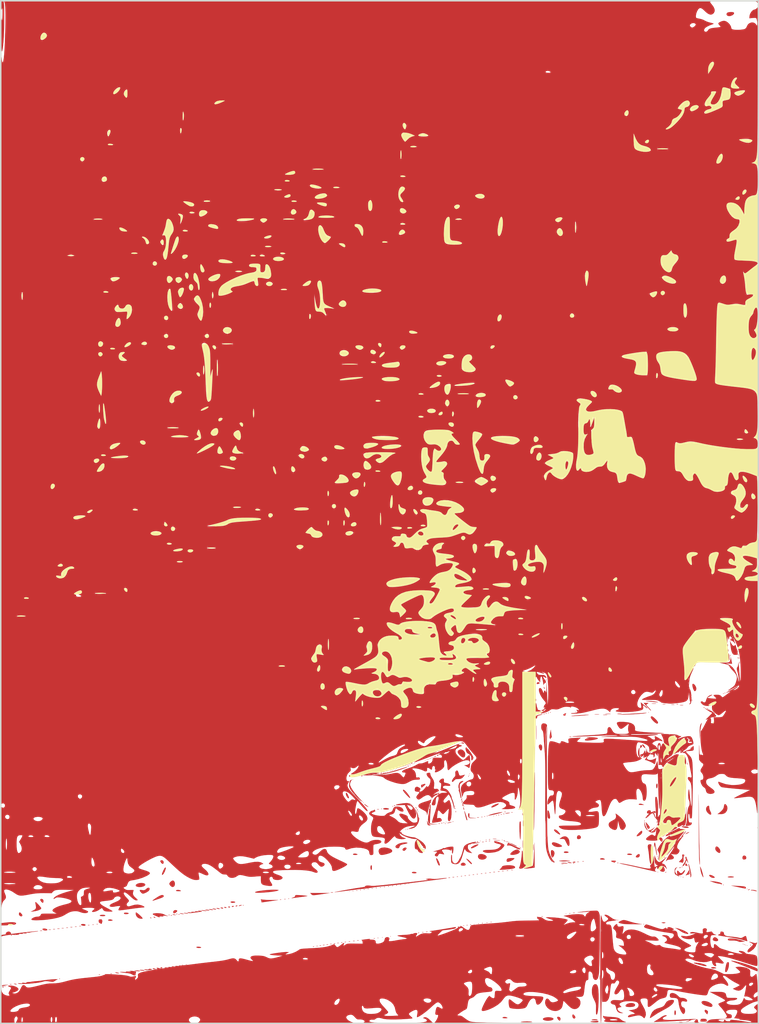
<source format=kicad_pcb>
(kicad_pcb (version 20170123) (host pcbnew "(2017-05-31 revision c0bb8a30c)-makepkg")

  (general
    (links 0)
    (no_connects 0)
    (area -0.269765 -0.255801 100.768947 135.977808)
    (thickness 1.6)
    (drawings 4)
    (tracks 0)
    (zones 0)
    (modules 1)
    (nets 1)
  )

  (page A4)
  (layers
    (0 F.Cu signal)
    (31 B.Cu signal)
    (32 B.Adhes user)
    (33 F.Adhes user)
    (34 B.Paste user)
    (35 F.Paste user)
    (36 B.SilkS user)
    (37 F.SilkS user)
    (38 B.Mask user)
    (39 F.Mask user)
    (40 Dwgs.User user)
    (41 Cmts.User user)
    (42 Eco1.User user)
    (43 Eco2.User user)
    (44 Edge.Cuts user)
    (45 Margin user)
    (46 B.CrtYd user)
    (47 F.CrtYd user)
    (48 B.Fab user)
    (49 F.Fab user)
  )

  (setup
    (last_trace_width 0.25)
    (trace_clearance 0.2)
    (zone_clearance 0.508)
    (zone_45_only no)
    (trace_min 0.2)
    (segment_width 0.2)
    (edge_width 0.15)
    (via_size 0.8)
    (via_drill 0.4)
    (via_min_size 0.4)
    (via_min_drill 0.3)
    (uvia_size 0.3)
    (uvia_drill 0.1)
    (uvias_allowed no)
    (uvia_min_size 0.2)
    (uvia_min_drill 0.1)
    (pcb_text_width 0.3)
    (pcb_text_size 1.5 1.5)
    (mod_edge_width 0.15)
    (mod_text_size 1 1)
    (mod_text_width 0.15)
    (pad_size 1.524 1.524)
    (pad_drill 0.762)
    (pad_to_mask_clearance 0.2)
    (aux_axis_origin 0 0)
    (visible_elements FFFFFF7F)
    (pcbplotparams
      (layerselection 0x00030_ffffffff)
      (usegerberextensions false)
      (excludeedgelayer true)
      (linewidth 0.100000)
      (plotframeref false)
      (viasonmask false)
      (mode 1)
      (useauxorigin false)
      (hpglpennumber 1)
      (hpglpenspeed 20)
      (hpglpendiameter 15)
      (psnegative false)
      (psa4output false)
      (plotreference true)
      (plotvalue true)
      (plotinvisibletext false)
      (padsonsilk false)
      (subtractmaskfromsilk false)
      (outputformat 1)
      (mirror false)
      (drillshape 1)
      (scaleselection 1)
      (outputdirectory ""))
  )

  (net 0 "")

  (net_class Default "This is the default net class."
    (clearance 0.2)
    (trace_width 0.25)
    (via_dia 0.8)
    (via_drill 0.4)
    (uvia_dia 0.3)
    (uvia_drill 0.1)
  )

  (module .pretty:camera (layer F.Cu) (tedit 0) (tstamp 59CEE840)
    (at 50.2158 67.818)
    (fp_text reference G*** (at 0 0) (layer F.SilkS) hide
      (effects (font (thickness 0.3)))
    )
    (fp_text value LOGO (at 0.75 0) (layer F.SilkS) hide
      (effects (font (thickness 0.3)))
    )
    (fp_poly (pts (xy -48.852503 54.75036) (xy -48.70106 54.785902) (xy -48.607791 54.833659) (xy -48.600782 54.867422)
      (xy -48.692755 54.911529) (xy -48.858557 54.929611) (xy -49.039146 54.92205) (xy -49.175482 54.889222)
      (xy -49.208562 54.863521) (xy -49.19387 54.786152) (xy -49.144317 54.754479) (xy -49.015721 54.736671)
      (xy -48.852503 54.75036)) (layer F.SilkS) (width 0.01))
    (fp_poly (pts (xy 37.624445 47.11536) (xy 37.646541 47.222393) (xy 37.555262 47.390712) (xy 37.51935 47.438065)
      (xy 37.3616 47.585722) (xy 37.223442 47.609484) (xy 37.163022 47.571377) (xy 37.119361 47.441432)
      (xy 37.161997 47.263076) (xy 37.217052 47.166402) (xy 37.351006 47.05927) (xy 37.487985 47.057627)
      (xy 37.624445 47.11536)) (layer F.SilkS) (width 0.01))
    (fp_poly (pts (xy 20.794133 26.609391) (xy 21.159211 26.587359) (xy 21.399438 26.566339) (xy 21.606588 26.537203)
      (xy 21.684144 26.520348) (xy 21.720063 26.527476) (xy 21.654347 26.590883) (xy 21.522466 26.68275)
      (xy 21.328572 26.797389) (xy 21.170214 26.872704) (xy 21.104673 26.890133) (xy 20.985702 26.896393)
      (xy 20.901759 26.928552) (xy 20.846751 27.006679) (xy 20.814586 27.15084) (xy 20.799172 27.381105)
      (xy 20.794418 27.717542) (xy 20.794133 27.913121) (xy 20.792228 28.162123) (xy 20.786753 28.530022)
      (xy 20.778072 29.000306) (xy 20.766548 29.556462) (xy 20.752542 30.181977) (xy 20.736417 30.86034)
      (xy 20.718536 31.575038) (xy 20.699261 32.309558) (xy 20.690556 32.630274) (xy 20.671416 33.35712)
      (xy 20.650691 34.196536) (xy 20.628873 35.12564) (xy 20.606453 36.12155) (xy 20.583924 37.161387)
      (xy 20.561778 38.222268) (xy 20.540507 39.281312) (xy 20.520602 40.315637) (xy 20.502557 41.302364)
      (xy 20.495983 41.677852) (xy 20.480862 42.511262) (xy 20.465026 43.30553) (xy 20.448768 44.050231)
      (xy 20.432384 44.73494) (xy 20.416167 45.349231) (xy 20.400413 45.882679) (xy 20.385414 46.32486)
      (xy 20.371466 46.665348) (xy 20.358862 46.893718) (xy 20.347898 46.999546) (xy 20.34556 47.005536)
      (xy 20.253727 47.051315) (xy 20.071099 47.117844) (xy 19.838244 47.192779) (xy 19.595727 47.263776)
      (xy 19.384117 47.318492) (xy 19.243982 47.344583) (xy 19.228964 47.345286) (xy 19.21639 47.305529)
      (xy 19.290904 47.203842) (xy 19.364003 47.130052) (xy 19.498778 46.998177) (xy 19.542689 46.926501)
      (xy 19.505805 46.884871) (xy 19.453097 46.863253) (xy 19.379632 46.83295) (xy 19.318463 46.793407)
      (xy 19.26856 46.732934) (xy 19.228894 46.639843) (xy 19.198434 46.502447) (xy 19.176149 46.309057)
      (xy 19.161009 46.047984) (xy 19.151984 45.707541) (xy 19.148043 45.276038) (xy 19.148157 44.741789)
      (xy 19.151295 44.093104) (xy 19.155283 43.484799) (xy 19.159523 42.642646) (xy 19.159722 41.92825)
      (xy 19.155745 41.333958) (xy 19.147459 40.852117) (xy 19.134729 40.475075) (xy 19.117419 40.195178)
      (xy 19.095395 40.004773) (xy 19.093874 39.995755) (xy 19.011847 39.520843) (xy 18.457333 39.571623)
      (xy 18.605221 39.411545) (xy 18.737702 39.232134) (xy 18.8235 39.065669) (xy 18.853945 38.965607)
      (xy 18.881425 38.82984) (xy 18.90608 38.651806) (xy 18.92805 38.424945) (xy 18.947475 38.142696)
      (xy 18.964493 37.7985) (xy 18.979245 37.385795) (xy 18.991869 36.898021) (xy 19.002507 36.328617)
      (xy 19.011296 35.671023) (xy 19.018377 34.918678) (xy 19.02389 34.065022) (xy 19.027974 33.103494)
      (xy 19.030769 32.027534) (xy 19.032414 30.83058) (xy 19.033048 29.506073) (xy 19.033067 29.217097)
      (xy 19.033067 21.268266) (xy 20.794133 21.268266) (xy 20.794133 26.609391)) (layer F.SilkS) (width 0.01))
    (fp_poly (pts (xy 36.304869 44.349228) (xy 36.35402 44.508949) (xy 36.385771 44.784013) (xy 36.401105 45.181671)
      (xy 36.402701 45.516799) (xy 36.394075 45.946428) (xy 36.371398 46.262287) (xy 36.332538 46.485546)
      (xy 36.293475 46.600533) (xy 36.188215 46.837599) (xy 36.136323 46.440818) (xy 36.108279 46.153471)
      (xy 36.089043 45.809278) (xy 36.0789 45.442934) (xy 36.07814 45.089136) (xy 36.08705 44.782581)
      (xy 36.105917 44.557963) (xy 36.12009 44.483866) (xy 36.177784 44.349542) (xy 36.237333 44.297599)
      (xy 36.304869 44.349228)) (layer F.SilkS) (width 0.01))
    (fp_poly (pts (xy 39.346368 43.841185) (xy 39.151304 44.183515) (xy 38.884384 44.584948) (xy 38.571605 45.010908)
      (xy 38.238963 45.426818) (xy 37.912455 45.798102) (xy 37.746139 45.969547) (xy 37.505551 46.199654)
      (xy 37.342281 46.335922) (xy 37.243366 46.385513) (xy 37.195841 46.355583) (xy 37.186112 46.278799)
      (xy 37.209399 46.031873) (xy 37.257114 45.771221) (xy 37.488367 45.771221) (xy 37.536248 45.772553)
      (xy 37.651027 45.683438) (xy 37.793129 45.550666) (xy 38.001449 45.331669) (xy 38.193886 45.098824)
      (xy 38.314152 44.925442) (xy 38.426661 44.690588) (xy 38.449811 44.499782) (xy 38.440663 44.442158)
      (xy 38.42979 44.29848) (xy 38.491119 44.184627) (xy 38.616846 44.073734) (xy 38.836236 43.902035)
      (xy 38.593783 43.85655) (xy 38.33454 43.855648) (xy 38.106911 43.93861) (xy 37.982504 44.053739)
      (xy 37.951889 44.163088) (xy 37.933706 44.350024) (xy 37.93165 44.433066) (xy 37.884058 44.749905)
      (xy 37.751529 45.115654) (xy 37.735422 45.150345) (xy 37.589024 45.467536) (xy 37.506316 45.672022)
      (xy 37.488367 45.771221) (xy 37.257114 45.771221) (xy 37.271678 45.691663) (xy 37.364022 45.291595)
      (xy 37.477506 44.865093) (xy 37.603201 44.445584) (xy 37.732183 44.066492) (xy 37.855526 43.761242)
      (xy 37.862429 43.746269) (xy 37.980072 43.571548) (xy 38.141555 43.489352) (xy 38.370746 43.494009)
      (xy 38.637153 43.562188) (xy 38.860695 43.629789) (xy 39.005108 43.655022) (xy 39.120133 43.637263)
      (xy 39.255515 43.575893) (xy 39.297854 43.553933) (xy 39.557423 43.418637) (xy 39.346368 43.841185)) (layer F.SilkS) (width 0.01))
    (fp_poly (pts (xy 5.194936 43.681194) (xy 5.318955 43.839469) (xy 5.418398 44.058329) (xy 5.471156 44.298248)
      (xy 5.501988 44.512375) (xy 5.558996 44.638643) (xy 5.667912 44.724658) (xy 5.715426 44.750176)
      (xy 5.920774 44.880693) (xy 6.014844 45.013682) (xy 6.027229 45.093466) (xy 5.984293 45.171792)
      (xy 5.874049 45.168239) (xy 5.72885 45.092687) (xy 5.583558 44.957999) (xy 5.431026 44.748017)
      (xy 5.288519 44.500816) (xy 5.166104 44.242527) (xy 5.073848 43.999281) (xy 5.021817 43.797208)
      (xy 5.020079 43.662439) (xy 5.068193 43.620266) (xy 5.194936 43.681194)) (layer F.SilkS) (width 0.01))
    (fp_poly (pts (xy 40.367557 32.324113) (xy 40.518317 32.362767) (xy 40.552911 32.384271) (xy 40.593392 32.504394)
      (xy 40.602159 32.745018) (xy 40.591576 32.946417) (xy 40.577941 33.224385) (xy 40.59074 33.400812)
      (xy 40.633526 33.507676) (xy 40.656977 33.5353) (xy 40.720206 33.631336) (xy 40.767975 33.785165)
      (xy 40.800873 34.00884) (xy 40.819487 34.314413) (xy 40.824409 34.713938) (xy 40.816225 35.219468)
      (xy 40.795527 35.843054) (xy 40.783794 36.130137) (xy 40.759125 36.709802) (xy 40.732348 37.339677)
      (xy 40.705257 37.977527) (xy 40.679645 38.581116) (xy 40.657305 39.108208) (xy 40.649807 39.285333)
      (xy 40.624459 39.791433) (xy 40.595113 40.217679) (xy 40.563142 40.549068) (xy 40.529917 40.770594)
      (xy 40.506446 40.852691) (xy 40.450934 40.952174) (xy 40.374884 41.03158) (xy 40.24896 41.111218)
      (xy 40.043824 41.211396) (xy 39.883239 41.284117) (xy 39.671111 41.411263) (xy 39.586786 41.552242)
      (xy 39.622599 41.720666) (xy 39.629731 41.734441) (xy 39.677625 41.86538) (xy 39.626988 41.907558)
      (xy 39.480994 41.87082) (xy 39.294465 41.835145) (xy 39.176387 41.87968) (xy 39.149867 41.953772)
      (xy 39.10421 42.051351) (xy 38.991582 42.185558) (xy 38.9636 42.212922) (xy 38.82443 42.325256)
      (xy 38.609114 42.477451) (xy 38.34635 42.651564) (xy 38.064835 42.829649) (xy 37.793266 42.993763)
      (xy 37.560341 43.12596) (xy 37.394757 43.208297) (xy 37.344132 43.22558) (xy 37.236167 43.309465)
      (xy 37.186122 43.446172) (xy 37.128934 43.611416) (xy 37.049936 43.666847) (xy 36.973893 43.604842)
      (xy 36.943063 43.520986) (xy 36.931888 43.203501) (xy 37.046838 42.862789) (xy 37.150352 42.688582)
      (xy 37.280662 42.460666) (xy 37.307273 42.290596) (xy 37.228525 42.14712) (xy 37.116473 42.050659)
      (xy 36.91188 41.899397) (xy 37.079514 41.743959) (xy 37.15451 41.666558) (xy 37.211038 41.578318)
      (xy 37.255751 41.454707) (xy 37.295302 41.27119) (xy 37.30553 41.204411) (xy 37.659733 41.204411)
      (xy 37.718304 41.32491) (xy 37.857751 41.40929) (xy 38.023678 41.428651) (xy 38.064505 41.41945)
      (xy 38.173183 41.323513) (xy 38.214346 41.202396) (xy 38.273529 41.040044) (xy 38.354 40.951978)
      (xy 38.508591 40.915975) (xy 38.640457 41.006044) (xy 38.740214 41.213449) (xy 38.771752 41.340823)
      (xy 38.820388 41.525363) (xy 38.873881 41.638816) (xy 38.898144 41.655999) (xy 38.98365 41.618583)
      (xy 39.138954 41.521698) (xy 39.285265 41.418983) (xy 39.517078 41.233254) (xy 39.730976 41.034605)
      (xy 39.906607 40.845558) (xy 40.023619 40.688633) (xy 40.061658 40.586353) (xy 40.05367 40.568686)
      (xy 39.962991 40.550487) (xy 39.777611 40.555777) (xy 39.536014 40.583267) (xy 39.512636 40.586815)
      (xy 39.252832 40.622933) (xy 39.080535 40.62948) (xy 38.950136 40.602008) (xy 38.816027 40.536073)
      (xy 38.780631 40.515453) (xy 38.601212 40.423371) (xy 38.456826 40.372555) (xy 38.428318 40.369066)
      (xy 38.259604 40.424544) (xy 38.066132 40.567393) (xy 37.880452 40.762238) (xy 37.735113 40.9737)
      (xy 37.662664 41.166404) (xy 37.659733 41.204411) (xy 37.30553 41.204411) (xy 37.336344 41.003235)
      (xy 37.385531 40.62631) (xy 37.388075 40.606133) (xy 37.437154 40.136559) (xy 37.749297 40.136559)
      (xy 37.806682 40.152224) (xy 37.928532 40.06275) (xy 38.062817 39.922228) (xy 38.198318 39.731062)
      (xy 38.249907 39.574608) (xy 38.213876 39.476316) (xy 38.136735 39.454666) (xy 38.038617 39.512897)
      (xy 37.923919 39.66264) (xy 37.817614 39.866471) (xy 37.763875 40.013466) (xy 37.749297 40.136559)
      (xy 37.437154 40.136559) (xy 37.543524 39.118852) (xy 37.623872 37.706045) (xy 37.630642 36.407604)
      (xy 38.606853 36.407604) (xy 38.614978 36.496838) (xy 38.678716 36.504036) (xy 38.800774 36.41525)
      (xy 38.925912 36.284489) (xy 39.170227 35.970996) (xy 39.356124 35.661959) (xy 39.456729 35.4076)
      (xy 39.46617 35.26253) (xy 39.40704 35.218589) (xy 39.295731 35.271398) (xy 39.148638 35.416578)
      (xy 39.076363 35.5092) (xy 38.889096 35.78713) (xy 38.746619 36.038804) (xy 38.651636 36.250278)
      (xy 38.606853 36.407604) (xy 37.630642 36.407604) (xy 37.631043 36.330749) (xy 37.624192 36.067395)
      (xy 37.609165 35.509658) (xy 37.604385 35.067423) (xy 37.612455 34.720942) (xy 37.63598 34.450464)
      (xy 37.677565 34.236241) (xy 37.739814 34.058524) (xy 37.82533 33.897564) (xy 37.930891 33.741638)
      (xy 38.089267 33.562378) (xy 38.256881 33.473331) (xy 38.462491 33.471132) (xy 38.734858 33.552415)
      (xy 38.912807 33.62673) (xy 39.142526 33.722006) (xy 39.30487 33.760446) (xy 39.414901 33.727095)
      (xy 39.487678 33.607003) (xy 39.538261 33.385216) (xy 39.581712 33.046781) (xy 39.592127 32.952266)
      (xy 39.644434 32.645347) (xy 39.733653 32.450696) (xy 39.879373 32.346228) (xy 40.101182 32.309856)
      (xy 40.162818 32.3088) (xy 40.367557 32.324113)) (layer F.SilkS) (width 0.01))
    (fp_poly (pts (xy 40.687444 42.234887) (xy 40.642359 42.305065) (xy 40.507919 42.408086) (xy 40.291656 42.536203)
      (xy 40.001105 42.681672) (xy 39.717336 42.806546) (xy 39.441674 42.909716) (xy 39.165382 42.993752)
      (xy 38.917191 43.052362) (xy 38.725832 43.079257) (xy 38.620039 43.068144) (xy 38.608 43.049443)
      (xy 38.666059 43.000105) (xy 38.822099 42.91174) (xy 39.048914 42.797085) (xy 39.319299 42.668877)
      (xy 39.606048 42.539854) (xy 39.881955 42.422753) (xy 40.119814 42.330311) (xy 40.211221 42.298845)
      (xy 40.479408 42.224032) (xy 40.635638 42.205294) (xy 40.687444 42.234887)) (layer F.SilkS) (width 0.01))
    (fp_poly (pts (xy 10.16 30.784825) (xy 9.795629 30.955361) (xy 9.372901 31.141665) (xy 8.916935 31.333803)
      (xy 8.452849 31.521842) (xy 8.005762 31.695849) (xy 7.600793 31.845888) (xy 7.26306 31.962028)
      (xy 7.017681 32.034333) (xy 6.976533 32.043806) (xy 6.540424 32.1726) (xy 6.107286 32.381753)
      (xy 5.771968 32.593837) (xy 5.39863 32.819585) (xy 4.913955 33.065478) (xy 4.338987 33.322901)
      (xy 3.694768 33.583239) (xy 3.00234 33.837875) (xy 2.282746 34.078193) (xy 1.752418 34.239623)
      (xy 1.114404 34.416293) (xy 0.588063 34.541073) (xy 0.160909 34.616262) (xy -0.179539 34.64416)
      (xy -0.392425 34.634629) (xy -0.646939 34.62469) (xy -0.946574 34.654064) (xy -1.311802 34.726697)
      (xy -1.763097 34.846534) (xy -2.231714 34.989108) (xy -2.655421 35.111248) (xy -3.047393 35.201717)
      (xy -3.383119 35.256408) (xy -3.638088 35.27121) (xy -3.776133 35.248005) (xy -3.843977 35.157393)
      (xy -3.8608 35.060869) (xy -3.846769 34.97333) (xy -3.782441 34.927956) (xy -3.634466 34.910342)
      (xy -3.5052 34.907266) (xy -3.185093 34.868179) (xy -2.828959 34.750872) (xy -2.675467 34.683527)
      (xy -2.445852 34.591122) (xy -2.119106 34.47811) (xy -1.729809 34.355556) (xy -1.312542 34.234525)
      (xy -1.057061 34.165653) (xy -0.60059 34.044295) (xy -0.259966 33.94711) (xy -0.019092 33.867583)
      (xy 0.13813 33.799199) (xy 0.227797 33.735443) (xy 0.266006 33.669799) (xy 0.270933 33.628163)
      (xy 0.332251 33.550649) (xy 0.506272 33.434236) (xy 0.778096 33.285507) (xy 1.132822 33.111046)
      (xy 1.555551 32.917437) (xy 2.031382 32.711264) (xy 2.545415 32.499109) (xy 3.08275 32.287557)
      (xy 3.628487 32.083192) (xy 4.167725 31.892597) (xy 4.301066 31.847437) (xy 4.9982 31.620478)
      (xy 5.591022 31.443355) (xy 6.099087 31.311059) (xy 6.541954 31.218582) (xy 6.939177 31.160915)
      (xy 7.0104 31.153548) (xy 7.289748 31.116934) (xy 7.661713 31.054495) (xy 8.087534 30.973439)
      (xy 8.528451 30.880976) (xy 8.771466 30.825979) (xy 9.185997 30.732797) (xy 9.59031 30.648191)
      (xy 9.951165 30.578669) (xy 10.235325 30.530742) (xy 10.3632 30.514248) (xy 10.803466 30.471106)
      (xy 10.16 30.784825)) (layer F.SilkS) (width 0.01))
    (fp_poly (pts (xy 50.279121 24.193093) (xy 50.285774 24.425534) (xy 50.291928 24.776289) (xy 50.297529 25.24107)
      (xy 50.302521 25.815588) (xy 50.306846 26.495556) (xy 50.31045 27.276684) (xy 50.313276 28.154686)
      (xy 50.31446 28.668133) (xy 50.315913 29.53169) (xy 50.316748 30.355234) (xy 50.316987 31.128857)
      (xy 50.316652 31.842649) (xy 50.315767 32.486703) (xy 50.314353 33.051108) (xy 50.312434 33.525956)
      (xy 50.310031 33.901338) (xy 50.307167 34.167346) (xy 50.303865 34.314069) (xy 50.301559 34.3408)
      (xy 50.295573 34.275369) (xy 50.288313 34.088268) (xy 50.280079 33.793284) (xy 50.271172 33.404205)
      (xy 50.26189 32.934819) (xy 50.252535 32.398912) (xy 50.243406 31.810273) (xy 50.237808 31.411333)
      (xy 50.222398 30.454226) (xy 50.203553 29.627522) (xy 50.180989 28.926192) (xy 50.154424 28.345208)
      (xy 50.123573 27.879543) (xy 50.088152 27.524168) (xy 50.047879 27.274056) (xy 50.00247 27.124178)
      (xy 49.995267 27.110153) (xy 49.893375 27.01781) (xy 49.7252 26.935766) (xy 49.70831 26.930053)
      (xy 49.524128 26.82645) (xy 49.45278 26.68478) (xy 49.50493 26.528067) (xy 49.515767 26.514346)
      (xy 49.650011 26.429249) (xy 49.72456 26.416) (xy 49.904496 26.352253) (xy 50.04939 26.173714)
      (xy 50.145112 25.899433) (xy 50.157496 25.83238) (xy 50.177181 25.656996) (xy 50.199005 25.375363)
      (xy 50.221143 25.016639) (xy 50.241766 24.609985) (xy 50.256736 24.248533) (xy 50.264546 24.100304)
      (xy 50.272027 24.083253) (xy 50.279121 24.193093)) (layer F.SilkS) (width 0.01))
    (fp_poly (pts (xy 39.182748 29.758985) (xy 39.349768 29.867123) (xy 39.353067 29.8704) (xy 39.474416 30.049633)
      (xy 39.487022 30.247334) (xy 39.387342 30.477123) (xy 39.171833 30.752621) (xy 39.104927 30.824493)
      (xy 38.911647 31.034463) (xy 38.797588 31.185492) (xy 38.743622 31.311802) (xy 38.730623 31.447613)
      (xy 38.731725 31.492175) (xy 38.727103 31.668193) (xy 38.681391 31.75103) (xy 38.590398 31.779243)
      (xy 38.488142 31.816756) (xy 38.448367 31.916915) (xy 38.445681 32.046775) (xy 38.441232 32.209086)
      (xy 38.392824 32.275403) (xy 38.266971 32.284794) (xy 38.242481 32.283841) (xy 38.107463 32.293896)
      (xy 38.010794 32.358716) (xy 37.914562 32.509074) (xy 37.877945 32.579733) (xy 37.723624 32.884533)
      (xy 37.744066 32.404547) (xy 37.763719 32.129971) (xy 37.803358 31.943822) (xy 37.876736 31.799205)
      (xy 37.949188 31.705084) (xy 38.083374 31.514953) (xy 38.121516 31.349646) (xy 38.062572 31.168403)
      (xy 37.930242 30.964295) (xy 37.822616 30.806536) (xy 37.765814 30.704548) (xy 37.764972 30.6832)
      (xy 37.835358 30.721106) (xy 37.977683 30.819146) (xy 38.113803 30.920266) (xy 38.332823 31.079123)
      (xy 38.468162 31.145864) (xy 38.530597 31.111517) (xy 38.530901 30.967111) (xy 38.47985 30.703674)
      (xy 38.462955 30.629538) (xy 38.415439 30.302119) (xy 38.451927 30.066902) (xy 38.578092 29.905565)
      (xy 38.709835 29.832069) (xy 38.97981 29.747918) (xy 39.182748 29.758985)) (layer F.SilkS) (width 0.01))
    (fp_poly (pts (xy 40.644634 30.258151) (xy 40.670026 30.291871) (xy 40.769163 30.500725) (xy 40.741404 30.675781)
      (xy 40.583015 30.830818) (xy 40.512216 30.873943) (xy 40.361285 30.981843) (xy 40.148512 31.16414)
      (xy 39.902924 31.394758) (xy 39.668867 31.631482) (xy 39.444161 31.863964) (xy 39.252342 32.055585)
      (xy 39.11278 32.187476) (xy 39.044848 32.240764) (xy 39.043118 32.241066) (xy 39.02349 32.183225)
      (xy 39.036019 32.04187) (xy 39.039843 32.020933) (xy 39.146198 31.679462) (xy 39.329876 31.297045)
      (xy 39.56432 30.919684) (xy 39.822972 30.593381) (xy 39.922575 30.491877) (xy 40.175273 30.275431)
      (xy 40.368979 30.167236) (xy 40.519998 30.16293) (xy 40.644634 30.258151)) (layer F.SilkS) (width 0.01))
    (fp_poly (pts (xy 36.803321 31.583937) (xy 36.852453 31.635659) (xy 36.801768 31.705557) (xy 36.665272 31.780293)
      (xy 36.456968 31.846527) (xy 36.31355 31.875033) (xy 36.112788 31.890522) (xy 36.035108 31.853392)
      (xy 36.034133 31.845062) (xy 36.093537 31.7562) (xy 36.242055 31.665935) (xy 36.435144 31.594937)
      (xy 36.628261 31.563877) (xy 36.64037 31.563733) (xy 36.803321 31.583937)) (layer F.SilkS) (width 0.01))
    (fp_poly (pts (xy 44.461388 27.938949) (xy 44.453704 27.969995) (xy 44.399535 28.075089) (xy 44.333755 28.112266)
      (xy 44.297935 28.060249) (xy 44.2976 28.049893) (xy 44.34383 27.960804) (xy 44.393871 27.910555)
      (xy 44.461585 27.870866) (xy 44.461388 27.938949)) (layer F.SilkS) (width 0.01))
    (fp_poly (pts (xy -0.067733 27.362595) (xy 0.067619 27.390443) (xy 0.163772 27.436866) (xy 0.191287 27.480438)
      (xy 0.120726 27.499733) (xy 0.120686 27.499733) (xy -0.035019 27.514555) (xy -0.079127 27.524089)
      (xy -0.215955 27.531721) (xy -0.321733 27.519378) (xy -0.440683 27.472953) (xy -0.474133 27.427289)
      (xy -0.418666 27.37157) (xy -0.24661 27.354072) (xy -0.067733 27.362595)) (layer F.SilkS) (width 0.01))
    (fp_poly (pts (xy 3.002886 26.928582) (xy 2.980851 27.068892) (xy 2.900241 27.228566) (xy 2.776889 27.366771)
      (xy 2.738645 27.394889) (xy 2.572579 27.471363) (xy 2.363663 27.526573) (xy 2.15731 27.553758)
      (xy 1.998933 27.54616) (xy 1.939149 27.513889) (xy 1.957323 27.427035) (xy 2.06844 27.304176)
      (xy 2.242098 27.165317) (xy 2.447893 27.030462) (xy 2.655423 26.919613) (xy 2.834283 26.852774)
      (xy 2.950513 26.848472) (xy 3.002886 26.928582)) (layer F.SilkS) (width 0.01))
    (fp_poly (pts (xy -7.331751 25.813932) (xy -7.153523 25.83925) (xy -7.039814 25.876516) (xy -6.96427 25.965266)
      (xy -6.915196 26.105619) (xy -6.901239 26.246638) (xy -6.931045 26.337385) (xy -6.959727 26.348266)
      (xy -7.040238 26.315253) (xy -7.198257 26.229424) (xy -7.366127 26.129663) (xy -7.552664 26.007113)
      (xy -7.681386 25.907564) (xy -7.7216 25.85873) (xy -7.66266 25.822449) (xy -7.517087 25.807924)
      (xy -7.331751 25.813932)) (layer F.SilkS) (width 0.01))
    (fp_poly (pts (xy 5.533915 14.513211) (xy 6.051506 14.544102) (xy 6.521347 14.602451) (xy 6.917562 14.68879)
      (xy 7.179733 14.785856) (xy 7.347254 14.875143) (xy 7.44735 14.964542) (xy 7.508448 15.096083)
      (xy 7.558974 15.311799) (xy 7.568809 15.36114) (xy 7.631194 15.623768) (xy 7.705469 15.862882)
      (xy 7.759011 15.99192) (xy 7.812598 16.162131) (xy 7.864971 16.458961) (xy 7.914813 16.873562)
      (xy 7.952731 17.293462) (xy 8.002171 17.821081) (xy 8.059709 18.230603) (xy 8.131451 18.539379)
      (xy 8.223507 18.764765) (xy 8.341982 18.924114) (xy 8.492984 19.03478) (xy 8.580164 19.076269)
      (xy 8.763529 19.132269) (xy 8.907585 19.141608) (xy 8.926027 19.136712) (xy 8.973188 19.093496)
      (xy 8.93801 19.01234) (xy 8.811955 18.870564) (xy 8.69224 18.730418) (xy 8.665691 18.638964)
      (xy 8.743425 18.58642) (xy 8.936559 18.563008) (xy 9.166473 18.55868) (xy 9.499641 18.521581)
      (xy 9.754437 18.418099) (xy 9.912415 18.259158) (xy 9.9568 18.090633) (xy 9.902879 17.863487)
      (xy 9.747652 17.723068) (xy 9.518942 17.6784) (xy 9.327932 17.644126) (xy 9.251678 17.568214)
      (xy 9.25325 17.420454) (xy 9.382275 17.309691) (xy 9.635029 17.239096) (xy 9.638966 17.23848)
      (xy 9.903588 17.191815) (xy 10.069621 17.140967) (xy 10.077724 17.13524) (xy 10.884984 17.13524)
      (xy 10.891226 17.329585) (xy 10.903835 17.37036) (xy 10.997121 17.512612) (xy 11.120994 17.524123)
      (xy 11.27835 17.405044) (xy 11.291875 17.390533) (xy 11.433124 17.178028) (xy 11.453814 17.074034)
      (xy 11.796549 17.074034) (xy 11.79767 17.084322) (xy 11.844929 17.196603) (xy 11.958886 17.22616)
      (xy 12.163751 17.179577) (xy 12.285188 17.17687) (xy 12.371634 17.282128) (xy 12.382432 17.304893)
      (xy 12.508669 17.440934) (xy 12.703937 17.472294) (xy 12.950129 17.398016) (xy 13.0556 17.340475)
      (xy 13.220025 17.194793) (xy 13.261628 17.047593) (xy 13.192095 16.913436) (xy 13.023113 16.806883)
      (xy 12.766369 16.742494) (xy 12.565721 16.730133) (xy 12.256618 16.757087) (xy 12.0096 16.83067)
      (xy 11.848349 16.939959) (xy 11.796549 17.074034) (xy 11.453814 17.074034) (xy 11.472213 16.981562)
      (xy 11.414002 16.826998) (xy 11.263356 16.740196) (xy 11.167706 16.730133) (xy 11.041885 16.790237)
      (xy 10.941424 16.940365) (xy 10.884984 17.13524) (xy 10.077724 17.13524) (xy 10.173216 17.067757)
      (xy 10.250526 16.954006) (xy 10.267152 16.922597) (xy 10.428666 16.742287) (xy 10.704021 16.582794)
      (xy 11.072458 16.449619) (xy 11.513218 16.348265) (xy 12.005544 16.284235) (xy 12.528677 16.263031)
      (xy 12.738008 16.267615) (xy 13.057384 16.284288) (xy 13.272851 16.308148) (xy 13.415966 16.345967)
      (xy 13.518286 16.404516) (xy 13.565662 16.445229) (xy 13.686182 16.614181) (xy 13.697664 16.790489)
      (xy 13.706107 16.956214) (xy 13.810723 17.083046) (xy 13.849193 17.111532) (xy 14.228306 17.411091)
      (xy 14.487483 17.698576) (xy 14.638899 17.991883) (xy 14.694728 18.308908) (xy 14.695608 18.355733)
      (xy 14.6754 18.581905) (xy 14.595065 18.720839) (xy 14.42666 18.816884) (xy 14.397991 18.828095)
      (xy 14.202207 18.902532) (xy 14.423941 19.131304) (xy 14.645676 19.360077) (xy 14.260802 19.408163)
      (xy 14.017362 19.4246) (xy 13.69421 19.42761) (xy 13.346437 19.417173) (xy 13.203506 19.408578)
      (xy 12.768381 19.388876) (xy 12.37238 19.391951) (xy 12.036794 19.415876) (xy 11.782909 19.458723)
      (xy 11.632013 19.518564) (xy 11.602094 19.553576) (xy 11.621224 19.674037) (xy 11.732551 19.82132)
      (xy 11.905029 19.966013) (xy 12.107613 20.078698) (xy 12.186292 20.107087) (xy 12.404551 20.152094)
      (xy 12.680429 20.182593) (xy 12.843325 20.18988) (xy 13.241866 20.195228) (xy 12.951173 20.298067)
      (xy 12.77702 20.375762) (xy 12.721066 20.450487) (xy 12.787412 20.530809) (xy 12.980157 20.625297)
      (xy 13.13609 20.684453) (xy 13.318524 20.762476) (xy 13.426743 20.833388) (xy 13.4409 20.868608)
      (xy 13.357705 20.902006) (xy 13.182211 20.924594) (xy 13.017736 20.930637) (xy 12.721778 20.942507)
      (xy 12.553311 20.981253) (xy 12.505734 21.054502) (xy 12.572446 21.169879) (xy 12.701627 21.295837)
      (xy 12.852938 21.44229) (xy 12.904409 21.522175) (xy 12.870374 21.541834) (xy 12.765167 21.507606)
      (xy 12.603123 21.425832) (xy 12.398575 21.302852) (xy 12.165858 21.145005) (xy 11.919307 20.958634)
      (xy 11.89482 20.938976) (xy 11.648332 20.778973) (xy 11.435511 20.738792) (xy 11.228211 20.817714)
      (xy 11.098523 20.918574) (xy 10.961682 21.07698) (xy 10.939331 21.195632) (xy 11.030917 21.260428)
      (xy 11.112264 21.268266) (xy 11.225759 21.295536) (xy 11.222848 21.367366) (xy 11.108813 21.468789)
      (xy 11.0236 21.519581) (xy 10.829638 21.591646) (xy 10.56076 21.630029) (xy 10.252781 21.639853)
      (xy 9.982328 21.642255) (xy 9.822783 21.652913) (xy 9.749594 21.678731) (xy 9.738209 21.726613)
      (xy 9.754955 21.779831) (xy 9.76996 21.972392) (xy 9.655807 22.132954) (xy 9.411775 22.261906)
      (xy 9.037145 22.359638) (xy 8.56411 22.423496) (xy 8.170045 22.469979) (xy 7.889319 22.52808)
      (xy 7.699853 22.605799) (xy 7.579566 22.711137) (xy 7.527646 22.799022) (xy 7.482295 22.880901)
      (xy 7.417962 22.925441) (xy 7.301681 22.939465) (xy 7.100486 22.929794) (xy 6.953462 22.917843)
      (xy 6.452704 22.875513) (xy 6.194235 23.112382) (xy 6.050233 23.252994) (xy 5.974273 23.371035)
      (xy 5.946421 23.518516) (xy 5.946744 23.747448) (xy 5.947016 23.757422) (xy 5.944275 23.989222)
      (xy 5.905208 24.133726) (xy 5.806723 24.205444) (xy 5.625727 24.218886) (xy 5.339131 24.188563)
      (xy 5.275081 24.179652) (xy 4.910832 24.100622) (xy 4.665131 23.979587) (xy 4.525592 23.80928)
      (xy 4.496002 23.722743) (xy 4.416518 23.505893) (xy 4.292359 23.397388) (xy 4.106506 23.370791)
      (xy 3.902499 23.406834) (xy 3.661773 23.495053) (xy 3.433519 23.61228) (xy 3.266929 23.735347)
      (xy 3.225669 23.785659) (xy 3.205094 23.877491) (xy 3.259901 23.995987) (xy 3.403694 24.171079)
      (xy 3.710657 24.588102) (xy 3.883305 25.012306) (xy 3.922727 25.446931) (xy 3.898775 25.638988)
      (xy 3.834488 25.828291) (xy 3.701868 25.943469) (xy 3.621875 25.980874) (xy 3.454966 26.045844)
      (xy 3.341104 26.063982) (xy 3.209057 26.042364) (xy 3.1496 26.027773) (xy 3.003893 25.95649)
      (xy 2.943639 25.82018) (xy 2.956475 25.590829) (xy 2.956555 25.590326) (xy 2.941668 25.282571)
      (xy 2.817822 24.968802) (xy 2.606987 24.677781) (xy 2.331132 24.43827) (xy 2.012223 24.279033)
      (xy 1.938704 24.25769) (xy 1.692854 24.153565) (xy 1.536649 23.980774) (xy 1.421605 23.841818)
      (xy 1.301776 23.775362) (xy 1.289063 23.7744) (xy 1.187356 23.81992) (xy 1.021287 23.941727)
      (xy 0.819582 24.117691) (xy 0.722962 24.210508) (xy 0.464976 24.450718) (xy 0.261504 24.601156)
      (xy 0.085758 24.680411) (xy 0.024763 24.694976) (xy -0.237854 24.715514) (xy -0.558365 24.69766)
      (xy -0.907627 24.648256) (xy -1.256499 24.574144) (xy -1.57584 24.482166) (xy -1.836508 24.379165)
      (xy -2.009361 24.271983) (xy -2.060016 24.205489) (xy -2.125379 24.145991) (xy -2.241212 24.188999)
      (xy -2.413027 24.338668) (xy -2.646339 24.599155) (xy -2.750714 24.726136) (xy -2.921297 24.933028)
      (xy -3.057143 25.089816) (xy -3.138411 25.173981) (xy -3.152297 25.18189) (xy -3.149821 25.111271)
      (xy -3.12748 24.939802) (xy -3.089691 24.699909) (xy -3.074484 24.610685) (xy -3.02487 24.2134)
      (xy -3.034305 23.961406) (xy -0.858304 23.961406) (xy -0.819384 24.14941) (xy -0.762619 24.239739)
      (xy -0.534288 24.464431) (xy -0.282667 24.569109) (xy -0.027098 24.549432) (xy 0.160199 24.446817)
      (xy 0.314007 24.259565) (xy 0.339966 24.058677) (xy 0.239699 23.870367) (xy 0.118533 23.773657)
      (xy -0.060715 23.678417) (xy -0.215907 23.645917) (xy -0.405339 23.670575) (xy -0.554905 23.709152)
      (xy -0.769053 23.811868) (xy -0.858304 23.961406) (xy -3.034305 23.961406) (xy -3.035548 23.928234)
      (xy -3.108031 23.745255) (xy -3.21884 23.662849) (xy -3.347128 23.675859) (xy -3.482469 23.770037)
      (xy -3.575099 23.903577) (xy -3.589867 23.974551) (xy -3.644002 24.130345) (xy -3.771689 24.23388)
      (xy -3.844039 24.248533) (xy -3.927049 24.188289) (xy -4.030743 24.028668) (xy -4.141464 23.801333)
      (xy -4.245553 23.537948) (xy -4.329354 23.270177) (xy -4.379209 23.029684) (xy -4.382748 22.999552)
      (xy -4.421619 22.622933) (xy -4.207793 22.622933) (xy -4.057505 22.637283) (xy -3.810704 22.676256)
      (xy -3.502809 22.733739) (xy -3.19925 22.797012) (xy -2.7054 22.898182) (xy -2.317045 22.958531)
      (xy -2.010399 22.977714) (xy -1.761679 22.955391) (xy -1.547102 22.891217) (xy -1.342884 22.784851)
      (xy -1.318996 22.769903) (xy -0.950937 22.590019) (xy -0.5534 22.478876) (xy -0.284744 22.417918)
      (xy -0.117508 22.341549) (xy -0.024654 22.245845) (xy 0.042477 22.043846) (xy -0.012203 21.852529)
      (xy -0.019486 21.845126) (xy 0.235086 21.845126) (xy 0.261549 22.060825) (xy 0.309033 22.309207)
      (xy 0.367873 22.541955) (xy 0.428408 22.710752) (xy 0.445587 22.741901) (xy 0.545559 22.894736)
      (xy 0.818498 22.755492) (xy 1.033065 22.667399) (xy 1.204408 22.664304) (xy 1.373281 22.755724)
      (xy 1.558353 22.928234) (xy 1.783532 23.106259) (xy 2.010145 23.160359) (xy 2.265494 23.093504)
      (xy 2.404661 23.020283) (xy 2.584423 22.930775) (xy 2.717082 22.918193) (xy 2.814679 22.950982)
      (xy 2.926539 22.988037) (xy 2.998062 22.950374) (xy 3.06865 22.813174) (xy 3.081384 22.782973)
      (xy 3.183009 22.53975) (xy 3.504971 22.59432) (xy 3.855372 22.638791) (xy 4.102394 22.632122)
      (xy 4.268824 22.572505) (xy 4.3219 22.529528) (xy 4.389382 22.391215) (xy 4.322826 22.247512)
      (xy 4.123451 22.100552) (xy 4.056274 22.065183) (xy 3.790475 21.970756) (xy 3.478641 21.939621)
      (xy 3.085246 21.968856) (xy 3.010621 21.979193) (xy 2.806848 21.999444) (xy 2.642206 21.981717)
      (xy 2.461479 21.913901) (xy 2.271146 21.817013) (xy 2.009964 21.69266) (xy 1.813346 21.648716)
      (xy 1.63676 21.685285) (xy 1.435671 21.802471) (xy 1.411944 21.819019) (xy 1.214092 21.926933)
      (xy 1.059256 21.924615) (xy 0.92242 21.803908) (xy 0.8128 21.62367) (xy 0.665964 21.400971)
      (xy 0.524402 21.284678) (xy 0.403359 21.279966) (xy 0.318081 21.39201) (xy 0.301537 21.450136)
      (xy 0.264003 21.613431) (xy 0.239305 21.710429) (xy 0.235086 21.845126) (xy -0.019486 21.845126)
      (xy -0.175111 21.686952) (xy -0.432662 21.562173) (xy -0.695544 21.502146) (xy -1.049867 21.452732)
      (xy -0.778933 21.358338) (xy -0.528952 21.242719) (xy -0.356719 21.105617) (xy -0.284193 20.967399)
      (xy -0.291444 20.906115) (xy -0.382734 20.821678) (xy -0.583046 20.769132) (xy -0.897697 20.748218)
      (xy -1.332005 20.758679) (xy -1.891287 20.800259) (xy -2.088584 20.819198) (xy -2.461438 20.855086)
      (xy -2.784264 20.883364) (xy -3.034286 20.902262) (xy -3.188725 20.910011) (xy -3.227938 20.907706)
      (xy -3.178252 20.869864) (xy -3.026162 20.776793) (xy -2.78822 20.638078) (xy -2.480978 20.463301)
      (xy -2.120988 20.262046) (xy -1.938754 20.161296) (xy -1.544349 19.942128) (xy -1.18067 19.736513)
      (xy -0.867904 19.556146) (xy -0.626243 19.41272) (xy -0.475876 19.31793) (xy -0.447242 19.297385)
      (xy -0.236176 19.085323) (xy -0.143441 18.888482) (xy 0.353066 18.888482) (xy 0.418156 18.983111)
      (xy 0.564479 19.113738) (xy 0.708249 19.216947) (xy 0.902427 19.356568) (xy 1.052446 19.487133)
      (xy 1.109838 19.55602) (xy 1.136759 19.672085) (xy 1.155243 19.88849) (xy 1.163094 20.170254)
      (xy 1.16134 20.377059) (xy 1.161433 20.763006) (xy 1.18455 21.027033) (xy 1.233909 21.181235)
      (xy 1.312729 21.237703) (xy 1.387229 21.225527) (xy 1.462453 21.147819) (xy 1.560042 20.984674)
      (xy 1.626988 20.843626) (xy 1.703548 20.640316) (xy 1.744611 20.445996) (xy 1.755822 20.225742)
      (xy 9.144 20.225742) (xy 9.203289 20.277742) (xy 9.349351 20.311191) (xy 9.534479 20.323854)
      (xy 9.710966 20.313497) (xy 9.831105 20.277885) (xy 9.851122 20.258864) (xy 9.8271 20.197093)
      (xy 9.71184 20.137883) (xy 9.54913 20.094701) (xy 9.382759 20.081013) (xy 9.305304 20.091)
      (xy 9.182037 20.15557) (xy 9.144 20.225742) (xy 1.755822 20.225742) (xy 1.756542 20.211615)
      (xy 1.747194 19.917139) (xy 1.713359 19.578596) (xy 5.2832 19.578596) (xy 5.343344 19.624917)
      (xy 5.502434 19.692631) (xy 5.72846 19.768472) (xy 5.774266 19.782104) (xy 6.020092 19.854212)
      (xy 6.216818 19.91257) (xy 6.326658 19.945958) (xy 6.333066 19.948039) (xy 6.604591 19.98072)
      (xy 6.910909 19.930035) (xy 7.181079 19.81115) (xy 7.382473 19.653662) (xy 7.455216 19.521535)
      (xy 7.447034 19.504982) (xy 7.995083 19.504982) (xy 8.040455 19.582215) (xy 8.15683 19.648506)
      (xy 8.340219 19.708441) (xy 8.378556 19.71721) (xy 8.606459 19.744481) (xy 8.905396 19.752292)
      (xy 9.234509 19.742834) (xy 9.552941 19.7183) (xy 9.819834 19.680881) (xy 9.994331 19.63277)
      (xy 9.999657 19.630241) (xy 10.158841 19.523654) (xy 10.255352 19.418672) (xy 10.284862 19.324283)
      (xy 10.235926 19.224547) (xy 10.108131 19.096939) (xy 9.951061 18.9741) (xy 9.82111 18.903928)
      (xy 9.789854 18.8976) (xy 9.732764 18.914245) (xy 9.735642 18.987074) (xy 9.78965 19.129446)
      (xy 9.845413 19.292526) (xy 9.833437 19.371607) (xy 9.803128 19.389565) (xy 9.705239 19.398572)
      (xy 9.502661 19.401611) (xy 9.226043 19.398636) (xy 8.9408 19.390837) (xy 8.516753 19.384676)
      (xy 8.221267 19.400906) (xy 8.049118 19.440638) (xy 7.995083 19.504982) (xy 7.447034 19.504982)
      (xy 7.404438 19.418816) (xy 7.235267 19.349547) (xy 6.952832 19.317776) (xy 6.567463 19.327174)
      (xy 6.181606 19.362538) (xy 5.837992 19.408988) (xy 5.559035 19.462136) (xy 5.367145 19.517595)
      (xy 5.284734 19.570978) (xy 5.2832 19.578596) (xy 1.713359 19.578596) (xy 1.704727 19.492233)
      (xy 1.618219 19.166596) (xy 1.475718 18.907886) (xy 1.304357 18.71896) (xy 1.118127 18.60636)
      (xy 0.898911 18.558738) (xy 0.679875 18.570186) (xy 0.494187 18.634792) (xy 0.375016 18.746646)
      (xy 0.353066 18.888482) (xy -0.143441 18.888482) (xy -0.120868 18.84057) (xy -0.090317 18.530559)
      (xy -0.108651 18.295078) (xy -0.14329 17.874956) (xy -0.124237 17.551009) (xy -0.042319 17.291471)
      (xy 0.111637 17.064576) (xy 0.300385 16.878562) (xy 0.635569 16.666162) (xy 1.065555 16.524753)
      (xy 1.565491 16.461804) (xy 1.695519 16.4592) (xy 2.074691 16.474778) (xy 2.337419 16.525795)
      (xy 2.499585 16.618667) (xy 2.577068 16.759814) (xy 2.586901 16.819512) (xy 2.643455 16.997075)
      (xy 2.760675 17.05468) (xy 2.928761 16.988066) (xy 2.946169 16.975744) (xy 3.041086 16.841036)
      (xy 3.013996 16.676509) (xy 2.921211 16.558003) (xy 6.780227 16.558003) (xy 6.797827 16.628533)
      (xy 6.891539 16.705826) (xy 7.060309 16.733154) (xy 7.254144 16.712643) (xy 7.423051 16.64642)
      (xy 7.48014 16.59952) (xy 7.564351 16.437921) (xy 7.539975 16.293322) (xy 7.433818 16.187269)
      (xy 7.272683 16.141309) (xy 7.083374 16.176985) (xy 7.006266 16.218613) (xy 6.826447 16.383871)
      (xy 6.780227 16.558003) (xy 2.921211 16.558003) (xy 2.87159 16.494627) (xy 2.620557 16.307857)
      (xy 2.572344 16.279266) (xy 2.144932 16.028062) (xy 1.819413 15.823867) (xy 1.770592 15.789463)
      (xy 3.427463 15.789463) (xy 3.44057 15.944718) (xy 3.569768 16.094679) (xy 3.625398 16.130987)
      (xy 3.804763 16.20029) (xy 4.07549 16.263855) (xy 4.399644 16.317242) (xy 4.739293 16.356011)
      (xy 5.056502 16.375721) (xy 5.31334 16.371932) (xy 5.459246 16.345651) (xy 5.476443 16.308575)
      (xy 5.359855 16.261512) (xy 5.15215 16.21284) (xy 4.820471 16.126132) (xy 4.57985 16.02342)
      (xy 4.445432 15.913079) (xy 4.428384 15.812544) (xy 4.407421 15.703721) (xy 4.289806 15.601517)
      (xy 4.113187 15.530316) (xy 3.964262 15.511931) (xy 3.701351 15.551071) (xy 3.518403 15.650915)
      (xy 3.427463 15.789463) (xy 1.770592 15.789463) (xy 1.576669 15.652809) (xy 1.397577 15.501017)
      (xy 1.337476 15.435627) (xy 6.463853 15.435627) (xy 6.554739 15.480612) (xy 6.72316 15.505315)
      (xy 6.91409 15.508315) (xy 7.072504 15.488188) (xy 7.139745 15.453104) (xy 7.113392 15.389646)
      (xy 7.001461 15.31772) (xy 6.85007 15.260589) (xy 6.719346 15.241037) (xy 6.563031 15.274227)
      (xy 6.4662 15.350921) (xy 6.463853 15.435627) (xy 1.337476 15.435627) (xy 1.263018 15.354618)
      (xy 1.220044 15.298149) (xy 1.067647 15.04412) (xy 1.028658 14.862172) (xy 1.100963 14.75363)
      (xy 1.282447 14.71982) (xy 1.570998 14.76207) (xy 1.912714 14.863531) (xy 2.211702 14.963002)
      (xy 2.419015 15.015539) (xy 2.569904 15.021549) (xy 2.699622 14.981436) (xy 2.843419 14.895606)
      (xy 2.87459 14.874605) (xy 3.135315 14.751952) (xy 3.503538 14.653556) (xy 3.953384 14.57995)
      (xy 4.458979 14.531669) (xy 4.994447 14.509244) (xy 5.533915 14.513211)) (layer F.SilkS) (width 0.01))
    (fp_poly (pts (xy 49.52981 25.512751) (xy 49.67831 25.625337) (xy 49.728372 25.672618) (xy 49.853426 25.813437)
      (xy 49.885639 25.90729) (xy 49.850335 25.977418) (xy 49.773206 26.05401) (xy 49.692022 26.063017)
      (xy 49.557733 26.003862) (xy 49.500784 25.973295) (xy 49.348792 25.849838) (xy 49.267403 25.703938)
      (xy 49.262098 25.570184) (xy 49.338357 25.483165) (xy 49.420674 25.467733) (xy 49.52981 25.512751)) (layer F.SilkS) (width 0.01))
    (fp_poly (pts (xy 5.325265 25.839281) (xy 5.438244 25.8687) (xy 5.583444 25.935411) (xy 5.602107 25.979424)
      (xy 5.491443 26.003274) (xy 5.2832 26.0096) (xy 5.090007 25.997648) (xy 4.967385 25.967089)
      (xy 4.944533 25.943157) (xy 5.002817 25.870925) (xy 5.145708 25.83389) (xy 5.325265 25.839281)) (layer F.SilkS) (width 0.01))
    (fp_poly (pts (xy -2.191681 25.131764) (xy -2.146351 25.25911) (xy -2.141735 25.282059) (xy -2.128796 25.456622)
      (xy -2.143824 25.634288) (xy -2.178871 25.775899) (xy -2.225988 25.842302) (xy -2.253596 25.833159)
      (xy -2.286173 25.735741) (xy -2.300822 25.561797) (xy -2.298325 25.363395) (xy -2.279459 25.1926)
      (xy -2.245002 25.101482) (xy -2.242627 25.09979) (xy -2.191681 25.131764)) (layer F.SilkS) (width 0.01))
    (fp_poly (pts (xy 44.766079 25.23941) (xy 44.768054 25.343501) (xy 44.69819 25.473456) (xy 44.567803 25.593663)
      (xy 44.5516 25.603942) (xy 44.387651 25.673709) (xy 44.185565 25.720398) (xy 43.985985 25.740318)
      (xy 43.829551 25.729779) (xy 43.756905 25.685089) (xy 43.755733 25.676219) (xy 43.81186 25.618032)
      (xy 43.955635 25.52571) (xy 44.150145 25.418381) (xy 44.358483 25.31517) (xy 44.543735 25.235203)
      (xy 44.668993 25.197605) (xy 44.680952 25.1968) (xy 44.766079 25.23941)) (layer F.SilkS) (width 0.01))
    (fp_poly (pts (xy 15.532649 23.717133) (xy 15.574115 23.767556) (xy 15.5893 23.886466) (xy 15.585301 24.102395)
      (xy 15.580902 24.201505) (xy 15.594598 24.468866) (xy 15.680171 24.693324) (xy 15.737578 24.7868)
      (xy 15.831454 24.948971) (xy 15.872586 25.062596) (xy 15.86826 25.087828) (xy 15.782481 25.110924)
      (xy 15.60659 25.125889) (xy 15.464101 25.129066) (xy 15.248544 25.122116) (xy 15.128085 25.090679)
      (xy 15.062631 25.018877) (xy 15.036851 24.959868) (xy 15.003108 24.754483) (xy 15.023853 24.502289)
      (xy 15.087546 24.237646) (xy 15.182644 23.994912) (xy 15.297608 23.808447) (xy 15.420894 23.712609)
      (xy 15.457804 23.706666) (xy 15.532649 23.717133)) (layer F.SilkS) (width 0.01))
    (fp_poly (pts (xy 24.860165 24.634797) (xy 24.963778 24.764169) (xy 24.981866 24.933766) (xy 24.926421 25.077512)
      (xy 24.826756 25.096297) (xy 24.692167 24.98961) (xy 24.66052 24.951451) (xy 24.553962 24.773792)
      (xy 24.565646 24.658633) (xy 24.69608 24.601466) (xy 24.700032 24.600864) (xy 24.860165 24.634797)) (layer F.SilkS) (width 0.01))
    (fp_poly (pts (xy 16.751918 24.036277) (xy 16.84476 24.184717) (xy 16.853866 24.329471) (xy 16.802716 24.44704)
      (xy 16.668482 24.499851) (xy 16.613924 24.506651) (xy 16.456591 24.504414) (xy 16.380054 24.43684)
      (xy 16.35236 24.353371) (xy 16.355236 24.160728) (xy 16.451452 24.022978) (xy 16.594666 23.9776)
      (xy 16.751918 24.036277)) (layer F.SilkS) (width 0.01))
    (fp_poly (pts (xy -4.958866 23.461261) (xy -4.814466 23.531403) (xy -4.808154 23.538433) (xy -4.778646 23.605408)
      (xy -4.807816 23.6918) (xy -4.90996 23.821298) (xy -5.094353 24.012567) (xy -5.355487 24.245954)
      (xy -5.558818 24.362839) (xy -5.711513 24.36559) (xy -5.820742 24.256572) (xy -5.822684 24.252986)
      (xy -5.8888 24.019574) (xy -5.82487 23.796915) (xy -5.69481 23.633723) (xy -5.525797 23.498223)
      (xy -5.340565 23.442643) (xy -5.195104 23.435733) (xy -4.958866 23.461261)) (layer F.SilkS) (width 0.01))
    (fp_poly (pts (xy 17.682169 21.033529) (xy 17.718064 21.129919) (xy 17.72159 21.348758) (xy 17.706088 21.554703)
      (xy 17.684602 21.807117) (xy 17.686616 21.962279) (xy 17.719178 22.057402) (xy 17.789338 22.129698)
      (xy 17.819427 22.152994) (xy 17.979799 22.273963) (xy 17.862631 22.600848) (xy 17.795784 22.861391)
      (xy 17.753523 23.168582) (xy 17.745798 23.337519) (xy 17.733082 23.57414) (xy 17.699536 23.755659)
      (xy 17.664853 23.828586) (xy 17.552266 23.891003) (xy 17.42214 23.908485) (xy 17.336964 23.875342)
      (xy 17.330123 23.859066) (xy 17.323692 23.768217) (xy 17.317125 23.586691) (xy 17.31319 23.420172)
      (xy 17.298928 23.181686) (xy 17.253522 23.022107) (xy 17.156244 22.885277) (xy 17.090389 22.81653)
      (xy 16.928447 22.680254) (xy 16.754222 22.60665) (xy 16.507227 22.570502) (xy 16.498532 22.569771)
      (xy 16.158093 22.573539) (xy 15.930426 22.6503) (xy 15.816295 22.799578) (xy 15.811664 22.997597)
      (xy 15.825422 23.16729) (xy 15.771963 23.263274) (xy 15.717906 23.298247) (xy 15.5485 23.338197)
      (xy 15.403352 23.326579) (xy 15.284817 23.280278) (xy 15.24818 23.193143) (xy 15.262579 23.051902)
      (xy 15.268926 22.881162) (xy 15.208297 22.732938) (xy 15.093439 22.58678) (xy 14.976764 22.425648)
      (xy 14.922439 22.292157) (xy 14.924538 22.253759) (xy 15.047518 22.116104) (xy 15.300456 22.006879)
      (xy 15.684303 21.925781) (xy 16.093848 21.880339) (xy 16.4812 21.841301) (xy 16.756555 21.789404)
      (xy 16.943359 21.714142) (xy 17.065062 21.60501) (xy 17.145111 21.4515) (xy 17.162481 21.401524)
      (xy 17.259896 21.22787) (xy 17.407145 21.09104) (xy 17.564477 21.019183) (xy 17.682169 21.033529)) (layer F.SilkS) (width 0.01))
    (fp_poly (pts (xy -7.344877 22.854687) (xy -7.248437 22.991848) (xy -7.218625 23.181134) (xy -7.247449 23.379728)
      (xy -7.326916 23.544816) (xy -7.449036 23.633581) (xy -7.491266 23.638933) (xy -7.591528 23.587146)
      (xy -7.692158 23.472352) (xy -7.764445 23.282935) (xy -7.758087 23.092269) (xy -7.689838 22.930153)
      (xy -7.576453 22.826383) (xy -7.434686 22.810759) (xy -7.344877 22.854687)) (layer F.SilkS) (width 0.01))
    (fp_poly (pts (xy 10.399305 22.576261) (xy 10.481217 22.63262) (xy 10.48512 22.63648) (xy 10.567358 22.796366)
      (xy 10.544931 22.97332) (xy 10.441319 23.140476) (xy 10.280001 23.270969) (xy 10.084457 23.337934)
      (xy 9.889066 23.31848) (xy 9.728007 23.224753) (xy 9.58106 23.081791) (xy 9.492147 22.936239)
      (xy 9.482666 22.886866) (xy 9.528806 22.798391) (xy 9.679397 22.717459) (xy 9.848691 22.661606)
      (xy 10.11596 22.589455) (xy 10.288525 22.56144) (xy 10.399305 22.576261)) (layer F.SilkS) (width 0.01))
    (fp_poly (pts (xy 14.106163 22.275985) (xy 14.189899 22.424766) (xy 14.257767 22.618508) (xy 14.290909 22.812847)
      (xy 14.291733 22.843089) (xy 14.261945 23.058292) (xy 14.187202 23.187502) (xy 14.089439 23.217696)
      (xy 13.990588 23.135849) (xy 13.947168 23.047685) (xy 13.917437 22.894061) (xy 13.912938 22.691687)
      (xy 13.929626 22.483531) (xy 13.963454 22.312561) (xy 14.010378 22.221746) (xy 14.025416 22.216533)
      (xy 14.106163 22.275985)) (layer F.SilkS) (width 0.01))
    (fp_poly (pts (xy 12.573826 22.004362) (xy 12.593915 22.14729) (xy 12.595424 22.324338) (xy 12.578278 22.485466)
      (xy 12.542403 22.58063) (xy 12.536178 22.58566) (xy 12.480891 22.555976) (xy 12.431744 22.431552)
      (xy 12.429531 22.421846) (xy 12.41205 22.2228) (xy 12.440247 22.052223) (xy 12.50428 21.954448)
      (xy 12.535231 21.9456) (xy 12.573826 22.004362)) (layer F.SilkS) (width 0.01))
    (fp_poly (pts (xy 44.947291 15.595758) (xy 45.293804 15.615571) (xy 45.550864 15.654437) (xy 45.733682 15.715315)
      (xy 45.857469 15.801165) (xy 45.937434 15.914945) (xy 45.971257 15.999527) (xy 46.021051 16.202281)
      (xy 46.078692 16.523802) (xy 46.141952 16.947768) (xy 46.208601 17.457856) (xy 46.276408 18.037741)
      (xy 46.343145 18.671101) (xy 46.361147 18.853859) (xy 46.396725 19.236943) (xy 46.416654 19.507421)
      (xy 46.420757 19.687264) (xy 46.408855 19.798448) (xy 46.380772 19.862946) (xy 46.352764 19.891021)
      (xy 46.206775 19.947533) (xy 45.937347 19.991239) (xy 45.555955 20.021562) (xy 45.074074 20.037924)
      (xy 44.503179 20.03975) (xy 43.854744 20.026461) (xy 43.73617 20.022607) (xy 43.266212 20.007855)
      (xy 42.91174 20.000677) (xy 42.652941 20.001889) (xy 42.470003 20.012307) (xy 42.343114 20.032748)
      (xy 42.252462 20.064027) (xy 42.21217 20.085375) (xy 42.127407 20.147002) (xy 42.038078 20.240924)
      (xy 41.933865 20.383126) (xy 41.80445 20.589595) (xy 41.639515 20.876318) (xy 41.428742 21.259279)
      (xy 41.295675 21.505333) (xy 41.145821 21.775956) (xy 41.008308 22.010904) (xy 40.902359 22.177986)
      (xy 40.860873 22.233466) (xy 40.724664 22.3367) (xy 40.619707 22.330239) (xy 40.572955 22.217248)
      (xy 40.572519 22.1996) (xy 40.565639 21.654486) (xy 40.544895 21.067354) (xy 40.512665 20.479254)
      (xy 40.471327 19.931236) (xy 40.42326 19.46435) (xy 40.406717 19.337866) (xy 40.355863 18.951728)
      (xy 40.328333 18.634615) (xy 40.33203 18.364401) (xy 40.374856 18.118966) (xy 40.464712 17.876185)
      (xy 40.609503 17.613936) (xy 40.817129 17.310096) (xy 41.095493 16.942541) (xy 41.401081 16.554078)
      (xy 41.620405 16.280973) (xy 41.808028 16.068397) (xy 41.985274 15.908301) (xy 42.173467 15.792636)
      (xy 42.393932 15.713356) (xy 42.667994 15.66241) (xy 43.016975 15.631751) (xy 43.462201 15.613331)
      (xy 43.925067 15.601454) (xy 44.496116 15.592038) (xy 44.947291 15.595758)) (layer F.SilkS) (width 0.01))
    (fp_poly (pts (xy 22.568018 21.389748) (xy 22.674166 21.521329) (xy 22.777336 21.686247) (xy 22.84991 21.840005)
      (xy 22.864273 21.938108) (xy 22.862416 21.94169) (xy 22.781846 22.008772) (xy 22.688661 21.956305)
      (xy 22.573975 21.778576) (xy 22.556576 21.745098) (xy 22.452366 21.517043) (xy 22.42474 21.385528)
      (xy 22.471375 21.336978) (xy 22.486505 21.336) (xy 22.568018 21.389748)) (layer F.SilkS) (width 0.01))
    (fp_poly (pts (xy -4.207243 20.600017) (xy -3.971947 20.683535) (xy -3.855848 20.764748) (xy -3.757465 20.92196)
      (xy -3.721285 21.124369) (xy -3.747269 21.31971) (xy -3.835381 21.455722) (xy -3.856347 21.469083)
      (xy -3.969065 21.523064) (xy -4.008747 21.534628) (xy -4.080792 21.515922) (xy -4.240277 21.473414)
      (xy -4.348087 21.444458) (xy -4.559718 21.375628) (xy -4.726693 21.300711) (xy -4.77142 21.271403)
      (xy -4.851638 21.131934) (xy -4.874174 20.938317) (xy -4.831995 20.762048) (xy -4.823051 20.746707)
      (xy -4.676546 20.630787) (xy -4.456693 20.582163) (xy -4.207243 20.600017)) (layer F.SilkS) (width 0.01))
    (fp_poly (pts (xy -7.865314 20.447149) (xy -7.826029 20.594001) (xy -7.813923 20.781191) (xy -7.834648 20.961621)
      (xy -7.850897 21.014971) (xy -7.948909 21.165547) (xy -8.063278 21.209914) (xy -8.157659 21.150286)
      (xy -8.195733 20.993969) (xy -8.169451 20.810783) (xy -8.104039 20.618683) (xy -8.019648 20.462981)
      (xy -7.936431 20.388991) (xy -7.92613 20.387733) (xy -7.865314 20.447149)) (layer F.SilkS) (width 0.01))
    (fp_poly (pts (xy 30.632399 20.708943) (xy 30.746541 20.803374) (xy 30.851897 20.93762) (xy 30.915668 21.0701)
      (xy 30.906594 21.15776) (xy 30.800752 21.194332) (xy 30.648061 21.195381) (xy 30.532254 21.161432)
      (xy 30.525155 21.155377) (xy 30.48766 21.050796) (xy 30.482823 20.892517) (xy 30.508068 20.749682)
      (xy 30.542273 20.695908) (xy 30.632399 20.708943)) (layer F.SilkS) (width 0.01))
    (fp_poly (pts (xy -12.800219 20.412179) (xy -12.639813 20.437756) (xy -12.537769 20.476467) (xy -12.529378 20.522215)
      (xy -12.5409 20.530957) (xy -12.684051 20.572745) (xy -12.89492 20.587098) (xy -13.108593 20.574143)
      (xy -13.260156 20.53401) (xy -13.267818 20.529525) (xy -13.300447 20.480496) (xy -13.212999 20.438914)
      (xy -13.154964 20.424827) (xy -12.983699 20.405836) (xy -12.800219 20.412179)) (layer F.SilkS) (width 0.01))
    (fp_poly (pts (xy 14.701354 19.962057) (xy 14.750813 20.074248) (xy 14.694611 20.200403) (xy 14.662326 20.228194)
      (xy 14.524204 20.283633) (xy 14.328972 20.313579) (xy 14.128119 20.31618) (xy 13.973133 20.289585)
      (xy 13.920805 20.254863) (xy 13.949367 20.189669) (xy 14.066798 20.101967) (xy 14.23367 20.01274)
      (xy 14.410556 19.942969) (xy 14.558029 19.913636) (xy 14.562094 19.9136) (xy 14.701354 19.962057)) (layer F.SilkS) (width 0.01))
    (fp_poly (pts (xy 17.673147 19.572122) (xy 17.806668 19.674359) (xy 17.945804 19.822899) (xy 17.946657 19.823981)
      (xy 18.053569 20.013336) (xy 18.062251 20.153984) (xy 17.991736 20.224062) (xy 17.861056 20.201708)
      (xy 17.714191 20.091015) (xy 17.571589 19.870222) (xy 17.542933 19.711095) (xy 17.553019 19.57182)
      (xy 17.599912 19.540863) (xy 17.673147 19.572122)) (layer F.SilkS) (width 0.01))
    (fp_poly (pts (xy -7.869919 17.691487) (xy -7.62 17.712266) (xy -7.641564 18.130009) (xy -7.628894 18.471534)
      (xy -7.559215 18.751107) (xy -7.44128 18.941144) (xy -7.367425 18.993745) (xy -7.36725 19.01106)
      (xy -7.473565 19.003706) (xy -7.5184 18.997199) (xy -7.8591 18.944496) (xy -8.088156 18.913525)
      (xy -8.227732 18.904872) (xy -8.299989 18.919124) (xy -8.327091 18.956867) (xy -8.3312 19.018686)
      (xy -8.3312 19.018692) (xy -8.316257 19.16383) (xy -8.278138 19.379384) (xy -8.24999 19.51002)
      (xy -8.207118 19.719377) (xy -8.204988 19.840443) (xy -8.248037 19.91544) (xy -8.296803 19.955454)
      (xy -8.448672 20.034314) (xy -8.607992 20.022223) (xy -8.669867 20.002061) (xy -8.837449 19.87842)
      (xy -8.928728 19.680499) (xy -8.939448 19.448732) (xy -8.865354 19.223558) (xy -8.765247 19.095673)
      (xy -8.61064 18.933059) (xy -8.510286 18.767459) (xy -8.44007 18.549709) (xy -8.39682 18.34459)
      (xy -8.316972 18.021938) (xy -8.214923 17.816999) (xy -8.076545 17.712257) (xy -7.887708 17.690198)
      (xy -7.869919 17.691487)) (layer F.SilkS) (width 0.01))
    (fp_poly (pts (xy -1.087351 17.301569) (xy -1.043431 17.347034) (xy -0.967316 17.468348) (xy -0.927241 17.643483)
      (xy -0.91485 17.910954) (xy -0.914805 17.939701) (xy -0.95485 18.358566) (xy -1.07893 18.674987)
      (xy -1.294241 18.898088) (xy -1.607979 19.036991) (xy -1.813641 19.079155) (xy -2.065867 19.116151)
      (xy -1.807925 18.897095) (xy -1.549984 18.678039) (xy -1.591726 18.161286) (xy -1.608829 17.881501)
      (xy -1.601504 17.692969) (xy -1.564123 17.552788) (xy -1.495063 17.4244) (xy -1.358051 17.25543)
      (xy -1.22881 17.215627) (xy -1.087351 17.301569)) (layer F.SilkS) (width 0.01))
    (fp_poly (pts (xy -6.7056 17.001066) (xy -6.677878 17.15471) (xy -6.65833 17.39114) (xy -6.65137 17.644533)
      (xy -6.659043 17.910865) (xy -6.679103 18.144414) (xy -6.7056 18.288) (xy -6.728531 18.301595)
      (xy -6.745723 18.188924) (xy -6.756407 17.959094) (xy -6.75983 17.644533) (xy -6.75596 17.312924)
      (xy -6.744861 17.089916) (xy -6.727301 16.984616) (xy -6.7056 17.001066)) (layer F.SilkS) (width 0.01))
    (fp_poly (pts (xy 25.855948 17.468861) (xy 25.883458 17.631006) (xy 25.880388 17.860837) (xy 25.875324 17.915466)
      (xy 25.820766 18.087328) (xy 25.721332 18.193235) (xy 25.609895 18.215551) (xy 25.519329 18.136641)
      (xy 25.508513 18.112256) (xy 25.509607 17.993495) (xy 25.557868 17.818027) (xy 25.634224 17.631558)
      (xy 25.719603 17.479798) (xy 25.794933 17.408454) (xy 25.802591 17.407466) (xy 25.855948 17.468861)) (layer F.SilkS) (width 0.01))
    (fp_poly (pts (xy 48.132447 17.799948) (xy 48.157675 17.925051) (xy 48.126158 18.066929) (xy 48.07712 18.138986)
      (xy 47.947915 18.20418) (xy 47.788251 18.215845) (xy 47.666441 18.171718) (xy 47.650751 18.153101)
      (xy 47.665428 18.064887) (xy 47.756016 17.943044) (xy 47.884007 17.826463) (xy 48.010892 17.754035)
      (xy 48.053721 17.746133) (xy 48.132447 17.799948)) (layer F.SilkS) (width 0.01))
    (fp_poly (pts (xy 46.349314 14.157427) (xy 46.594502 14.165743) (xy 46.770848 14.182301) (xy 46.826944 14.195416)
      (xy 46.895553 14.270795) (xy 46.896108 14.435572) (xy 46.892375 14.460065) (xy 46.907745 14.718665)
      (xy 47.013467 15.025282) (xy 47.189753 15.349058) (xy 47.41682 15.659136) (xy 47.674883 15.924658)
      (xy 47.944155 16.114764) (xy 47.957882 16.121901) (xy 48.127955 16.218634) (xy 48.241153 16.301334)
      (xy 48.258172 16.320776) (xy 48.257692 16.433763) (xy 48.182977 16.602959) (xy 48.059675 16.793061)
      (xy 47.913438 16.968769) (xy 47.769915 17.09478) (xy 47.665441 17.136533) (xy 47.556466 17.090011)
      (xy 47.434104 16.984133) (xy 47.220702 16.714492) (xy 47.11126 16.480588) (xy 47.313998 16.480588)
      (xy 47.348516 16.600115) (xy 47.455707 16.692819) (xy 47.604958 16.719231) (xy 47.740486 16.680545)
      (xy 47.804756 16.590359) (xy 47.773611 16.477971) (xy 47.676652 16.330328) (xy 47.553215 16.195957)
      (xy 47.442637 16.123386) (xy 47.42391 16.120533) (xy 47.355059 16.178482) (xy 47.315601 16.316442)
      (xy 47.313998 16.480588) (xy 47.11126 16.480588) (xy 47.10417 16.465436) (xy 47.064461 16.189132)
      (xy 47.064345 16.10195) (xy 47.056099 15.879646) (xy 47.026843 15.70415) (xy 47.003512 15.6464)
      (xy 46.946418 15.598313) (xy 46.870051 15.633745) (xy 46.74603 15.764933) (xy 46.620364 15.900213)
      (xy 46.530097 15.977831) (xy 46.512673 15.985066) (xy 46.450832 15.929238) (xy 46.371795 15.795721)
      (xy 46.300823 15.635472) (xy 46.263175 15.499444) (xy 46.261867 15.479139) (xy 46.294625 15.40741)
      (xy 46.412856 15.411131) (xy 46.43847 15.41721) (xy 46.607323 15.419586) (xy 46.684041 15.329996)
      (xy 46.660112 15.163049) (xy 46.627933 15.092028) (xy 46.530716 14.97167) (xy 46.349377 14.838997)
      (xy 46.065984 14.681954) (xy 45.886103 14.593254) (xy 45.62615 14.461173) (xy 45.424287 14.344497)
      (xy 45.304048 14.257756) (xy 45.282021 14.220298) (xy 45.360873 14.195624) (xy 45.541064 14.176452)
      (xy 45.788559 14.16333) (xy 46.069321 14.156805) (xy 46.349314 14.157427)) (layer F.SilkS) (width 0.01))
    (fp_poly (pts (xy 24.868325 16.473329) (xy 24.950612 16.52591) (xy 24.97575 16.604745) (xy 24.899056 16.712151)
      (xy 24.837423 16.768711) (xy 24.664887 16.897805) (xy 24.553789 16.922759) (xy 24.482848 16.846714)
      (xy 24.472694 16.822526) (xy 24.473115 16.669787) (xy 24.567117 16.543344) (xy 24.712815 16.469193)
      (xy 24.868325 16.473329)) (layer F.SilkS) (width 0.01))
    (fp_poly (pts (xy 21.24212 16.312125) (xy 21.107255 16.416629) (xy 20.898477 16.529738) (xy 20.748512 16.593247)
      (xy 20.521741 16.676899) (xy 20.39358 16.717322) (xy 20.335901 16.719116) (xy 20.320574 16.686886)
      (xy 20.32 16.663361) (xy 20.377544 16.573792) (xy 20.524745 16.461334) (xy 20.723457 16.348015)
      (xy 20.935537 16.255865) (xy 21.106372 16.209227) (xy 21.369867 16.16789) (xy 21.24212 16.312125)) (layer F.SilkS) (width 0.01))
    (fp_poly (pts (xy 8.576548 4.155161) (xy 8.57475 4.215517) (xy 8.464119 4.323301) (xy 8.451948 4.333231)
      (xy 8.323859 4.521055) (xy 8.299548 4.682755) (xy 8.28511 4.832002) (xy 8.220202 4.913363)
      (xy 8.066694 4.968109) (xy 8.0264 4.9784) (xy 7.780988 5.051742) (xy 7.644329 5.129502)
      (xy 7.590386 5.229632) (xy 7.586133 5.281944) (xy 7.629402 5.381067) (xy 7.76632 5.461651)
      (xy 8.007552 5.526665) (xy 8.363763 5.579078) (xy 8.793724 5.618097) (xy 9.271985 5.66809)
      (xy 9.618001 5.737783) (xy 9.833636 5.827743) (xy 9.920754 5.938538) (xy 9.922933 5.961446)
      (xy 9.860966 6.039279) (xy 9.69764 6.114851) (xy 9.466823 6.177788) (xy 9.202379 6.217714)
      (xy 9.059333 6.226015) (xy 8.895965 6.244877) (xy 8.809465 6.284805) (xy 8.805333 6.296589)
      (xy 8.816944 6.327708) (xy 8.864848 6.359325) (xy 8.968655 6.397781) (xy 9.147976 6.449418)
      (xy 9.422419 6.520576) (xy 9.7536 6.603244) (xy 10.134284 6.701347) (xy 10.396852 6.778877)
      (xy 10.556167 6.841094) (xy 10.627093 6.893261) (xy 10.634133 6.914933) (xy 10.578368 6.978447)
      (xy 10.436034 7.070508) (xy 10.329333 7.126377) (xy 10.154372 7.220705) (xy 10.044134 7.298071)
      (xy 10.024533 7.325588) (xy 10.081911 7.372862) (xy 10.238677 7.465325) (xy 10.47178 7.590205)
      (xy 10.758169 7.734728) (xy 10.798507 7.754485) (xy 11.284546 8.01117) (xy 11.682109 8.261473)
      (xy 11.981511 8.497509) (xy 12.17307 8.711394) (xy 12.247101 8.895244) (xy 12.246382 8.933364)
      (xy 12.162261 9.095725) (xy 11.960702 9.24168) (xy 11.659495 9.362884) (xy 11.276428 9.45099)
      (xy 11.087563 9.477005) (xy 10.714295 9.541981) (xy 10.412202 9.640617) (xy 10.202412 9.763665)
      (xy 10.106052 9.901873) (xy 10.104921 9.907247) (xy 10.141407 10.012511) (xy 10.299461 10.064505)
      (xy 10.575868 10.062698) (xy 10.840035 10.028816) (xy 11.171469 9.987673) (xy 11.522567 9.964877)
      (xy 11.858637 9.960471) (xy 12.144989 9.974497) (xy 12.346932 10.006997) (xy 12.399653 10.026916)
      (xy 12.505229 10.123534) (xy 12.530666 10.194959) (xy 12.516712 10.250332) (xy 12.459701 10.29398)
      (xy 12.336912 10.333097) (xy 12.125626 10.374877) (xy 11.803121 10.426514) (xy 11.795761 10.427638)
      (xy 11.477618 10.492189) (xy 11.279757 10.573904) (xy 11.187328 10.680446) (xy 11.176 10.747483)
      (xy 11.237692 10.844028) (xy 11.398941 10.933756) (xy 11.624002 11.003111) (xy 11.877133 11.038539)
      (xy 11.94876 11.040533) (xy 12.139582 11.052782) (xy 12.266398 11.083663) (xy 12.288665 11.100281)
      (xy 12.254953 11.165053) (xy 12.13631 11.299004) (xy 11.950823 11.483345) (xy 11.716577 11.699285)
      (xy 11.685615 11.726814) (xy 11.351337 12.030765) (xy 11.117589 12.263744) (xy 10.976537 12.436069)
      (xy 10.920346 12.558061) (xy 10.941184 12.64004) (xy 10.972646 12.666038) (xy 11.113195 12.711605)
      (xy 11.352774 12.749067) (xy 11.655064 12.775901) (xy 11.983744 12.789585) (xy 12.302493 12.787598)
      (xy 12.520849 12.773547) (xy 12.915651 12.726853) (xy 13.197632 12.670332) (xy 13.389396 12.590806)
      (xy 13.513547 12.475099) (xy 13.59269 12.310032) (xy 13.641651 12.120157) (xy 13.727022 11.902675)
      (xy 13.880449 11.669496) (xy 14.074932 11.447964) (xy 14.28347 11.265425) (xy 14.479063 11.149223)
      (xy 14.624787 11.124487) (xy 14.725084 11.177318) (xy 14.724136 11.286899) (xy 14.619413 11.462625)
      (xy 14.491117 11.620676) (xy 14.333687 11.815268) (xy 14.2553 11.957286) (xy 14.237453 12.088157)
      (xy 14.24642 12.16845) (xy 14.303696 12.400876) (xy 14.386946 12.602462) (xy 14.47785 12.735522)
      (xy 14.537747 12.767733) (xy 14.616693 12.717555) (xy 14.741705 12.588134) (xy 14.842983 12.462933)
      (xy 15.088836 12.19648) (xy 15.344363 12.023175) (xy 15.587833 11.954237) (xy 15.767682 11.985443)
      (xy 15.934879 12.093041) (xy 16.037473 12.197915) (xy 16.160166 12.310616) (xy 16.342775 12.417684)
      (xy 16.376359 12.432539) (xy 16.561355 12.492774) (xy 16.853807 12.567515) (xy 17.22719 12.651272)
      (xy 17.654978 12.738555) (xy 18.110645 12.823873) (xy 18.567666 12.901737) (xy 18.863733 12.947342)
      (xy 19.473333 13.036551) (xy 18.317953 13.07661) (xy 17.789169 13.100714) (xy 17.380091 13.135006)
      (xy 17.075068 13.184227) (xy 16.858448 13.253118) (xy 16.714581 13.346418) (xy 16.627815 13.468869)
      (xy 16.586973 13.600903) (xy 16.543879 13.767013) (xy 16.499289 13.867509) (xy 16.496478 13.870632)
      (xy 16.408786 13.892347) (xy 16.229278 13.901038) (xy 16.052689 13.897084) (xy 15.700536 13.91056)
      (xy 15.420583 14.00415) (xy 15.166698 14.197582) (xy 15.043024 14.328859) (xy 14.886275 14.552297)
      (xy 14.854391 14.728056) (xy 14.94801 14.862482) (xy 15.104533 14.941284) (xy 15.3416 15.026493)
      (xy 15.104533 15.028356) (xy 14.965562 15.022986) (xy 14.716394 15.006924) (xy 14.381719 14.98202)
      (xy 13.986224 14.950129) (xy 13.554599 14.913101) (xy 13.478933 14.906387) (xy 12.952685 14.861447)
      (xy 12.542161 14.8346) (xy 12.228352 14.82983) (xy 11.992253 14.851124) (xy 11.814856 14.902468)
      (xy 11.677154 14.987847) (xy 11.560141 15.111248) (xy 11.444808 15.276655) (xy 11.403588 15.3416)
      (xy 11.187901 15.667526) (xy 11.013502 15.886414) (xy 10.864593 16.014078) (xy 10.725377 16.066333)
      (xy 10.676201 16.069733) (xy 10.501462 16.045127) (xy 10.396078 15.95314) (xy 10.337565 15.766515)
      (xy 10.319785 15.637668) (xy 10.279816 15.323743) (xy 10.234039 15.131814) (xy 10.167868 15.048692)
      (xy 10.066719 15.061191) (xy 9.916008 15.156124) (xy 9.84557 15.208886) (xy 9.635618 15.388081)
      (xy 9.541037 15.533496) (xy 9.556681 15.673211) (xy 9.677405 15.835307) (xy 9.722301 15.881518)
      (xy 9.867556 16.043794) (xy 9.911294 16.166337) (xy 9.857342 16.294584) (xy 9.766666 16.4084)
      (xy 9.641352 16.509198) (xy 9.506066 16.503318) (xy 9.326598 16.389799) (xy 9.151918 16.192813)
      (xy 8.990425 15.907583) (xy 8.862714 15.581128) (xy 8.789377 15.260468) (xy 8.779802 15.141354)
      (xy 8.798181 14.865303) (xy 8.880367 14.652597) (xy 8.923866 14.586077) (xy 8.973755 14.5077)
      (xy 12.818077 14.5077) (xy 12.879602 14.570446) (xy 13.061571 14.622938) (xy 13.309328 14.616974)
      (xy 13.568275 14.556211) (xy 13.661302 14.518074) (xy 13.870952 14.371952) (xy 13.991079 14.190015)
      (xy 14.001835 14.004152) (xy 13.994637 13.982585) (xy 13.898039 13.906144) (xy 13.707806 13.906973)
      (xy 13.439897 13.982721) (xy 13.160414 14.105553) (xy 12.938086 14.245654) (xy 12.820935 14.384733)
      (xy 12.818077 14.5077) (xy 8.973755 14.5077) (xy 9.039201 14.404885) (xy 9.058709 14.284917)
      (xy 8.975256 14.185001) (xy 8.8392 14.097508) (xy 8.689242 13.986569) (xy 8.607309 13.882272)
      (xy 8.602133 13.858667) (xy 8.609587 13.842233) (xy 9.460541 13.842233) (xy 9.567138 13.958616)
      (xy 9.771635 14.104393) (xy 10.017077 14.244354) (xy 10.168952 14.286846) (xy 10.227069 14.231821)
      (xy 10.227733 14.218789) (xy 10.171546 14.089783) (xy 10.031908 13.946979) (xy 9.852205 13.824158)
      (xy 9.675823 13.7551) (xy 9.625469 13.749866) (xy 9.48007 13.772855) (xy 9.460541 13.842233)
      (xy 8.609587 13.842233) (xy 8.665289 13.719441) (xy 8.83651 13.592795) (xy 9.088426 13.494255)
      (xy 9.32933 13.446135) (xy 9.636682 13.396636) (xy 9.828617 13.33307) (xy 9.925165 13.243889)
      (xy 9.946353 13.117544) (xy 9.943926 13.091742) (xy 9.89698 12.926814) (xy 9.793274 12.842001)
      (xy 9.614169 12.832998) (xy 9.341027 12.895496) (xy 9.236025 12.928171) (xy 8.849866 13.070138)
      (xy 8.42534 13.254056) (xy 7.997505 13.46217) (xy 7.601419 13.676722) (xy 7.272141 13.879955)
      (xy 7.087691 14.016293) (xy 6.779007 14.218698) (xy 6.472422 14.294727) (xy 6.140968 14.247841)
      (xy 5.926086 14.165411) (xy 5.72184 14.04235) (xy 5.51766 13.871018) (xy 5.345375 13.684252)
      (xy 5.236814 13.51489) (xy 5.215466 13.432321) (xy 5.259641 13.331254) (xy 5.375771 13.16924)
      (xy 5.53927 12.98036) (xy 5.548957 12.970072) (xy 5.81999 12.625328) (xy 5.969996 12.278788)
      (xy 6.010037 11.898605) (xy 5.993044 11.691726) (xy 5.922373 11.358542) (xy 5.810735 11.147526)
      (xy 5.652533 11.050078) (xy 5.569505 11.040948) (xy 5.453707 11.070151) (xy 5.238688 11.151348)
      (xy 4.946074 11.275317) (xy 4.597491 11.432836) (xy 4.214563 11.614684) (xy 4.148666 11.646834)
      (xy 3.703454 11.868008) (xy 3.370164 12.041376) (xy 3.13686 12.173993) (xy 2.991606 12.272916)
      (xy 2.922464 12.345201) (xy 2.912533 12.377568) (xy 2.964489 12.485174) (xy 3.101313 12.634488)
      (xy 3.2512 12.7611) (xy 3.460549 12.944287) (xy 3.574193 13.096981) (xy 3.589866 13.157228)
      (xy 3.5441 13.267327) (xy 3.427013 13.430186) (xy 3.268926 13.612992) (xy 3.100159 13.782935)
      (xy 2.951031 13.907201) (xy 2.854476 13.953066) (xy 2.798528 13.894626) (xy 2.777066 13.764937)
      (xy 2.738084 13.563543) (xy 2.67155 13.426162) (xy 2.603149 13.346389) (xy 2.51579 13.306218)
      (xy 2.37187 13.298327) (xy 2.133787 13.31539) (xy 2.11275 13.317318) (xy 1.86287 13.335351)
      (xy 1.707677 13.327676) (xy 1.607714 13.287505) (xy 1.531822 13.217359) (xy 1.447232 13.050112)
      (xy 1.44696 12.819896) (xy 1.533006 12.513918) (xy 1.701641 12.130991) (xy 2.023766 11.620855)
      (xy 2.442608 11.204135) (xy 2.959997 10.87935) (xy 3.513447 10.66381) (xy 3.887621 10.577643)
      (xy 4.3584 10.509838) (xy 4.887767 10.463667) (xy 5.437704 10.4424) (xy 5.970193 10.449306)
      (xy 5.9944 10.45039) (xy 6.518904 10.487136) (xy 6.914543 10.545947) (xy 7.186849 10.631889)
      (xy 7.341354 10.750028) (xy 7.383587 10.905427) (xy 7.319081 11.103153) (xy 7.153366 11.34827)
      (xy 7.076587 11.44139) (xy 6.859276 11.70351) (xy 6.726615 11.88768) (xy 6.669528 12.013763)
      (xy 6.678942 12.101622) (xy 6.743837 12.169704) (xy 6.853188 12.238512) (xy 6.939715 12.241085)
      (xy 7.041177 12.164171) (xy 7.174154 12.018673) (xy 7.260334 11.898179) (xy 7.385777 11.695228)
      (xy 7.535536 11.437256) (xy 7.694662 11.1517) (xy 7.848205 10.865996) (xy 7.981217 10.607582)
      (xy 8.07875 10.403894) (xy 8.125855 10.282369) (xy 8.128 10.267981) (xy 8.066291 10.222975)
      (xy 7.903054 10.169095) (xy 7.671124 10.114727) (xy 7.403336 10.068256) (xy 7.285396 10.052796)
      (xy 6.88306 10.005708) (xy 7.169056 9.871104) (xy 7.422939 9.7168) (xy 7.550366 9.568272)
      (xy 7.559602 9.44546) (xy 7.458913 9.368304) (xy 7.256568 9.356744) (xy 6.983183 9.422764)
      (xy 6.827408 9.464451) (xy 6.735105 9.46582) (xy 6.731015 9.462925) (xy 6.730631 9.373616)
      (xy 6.80992 9.21358) (xy 6.952738 9.007854) (xy 7.142943 8.781477) (xy 7.229264 8.690152)
      (xy 7.567141 8.410053) (xy 9.968506 8.410053) (xy 9.992169 8.582132) (xy 10.112853 8.757089)
      (xy 10.316608 8.910163) (xy 10.455276 8.974629) (xy 10.716101 9.058521) (xy 11.004744 9.126938)
      (xy 11.286742 9.174725) (xy 11.527629 9.196728) (xy 11.692943 9.187791) (xy 11.740196 9.166825)
      (xy 11.711674 9.110154) (xy 11.589683 9.004275) (xy 11.399131 8.865845) (xy 11.164927 8.711521)
      (xy 10.911977 8.55796) (xy 10.665189 8.42182) (xy 10.519056 8.350183) (xy 10.298257 8.25812)
      (xy 10.160208 8.228251) (xy 10.070745 8.254342) (xy 10.055815 8.265611) (xy 9.968506 8.410053)
      (xy 7.567141 8.410053) (xy 7.643854 8.346459) (xy 8.100766 8.126219) (xy 8.5344 8.028864)
      (xy 9.002048 7.923776) (xy 9.361374 7.741185) (xy 9.616798 7.478689) (xy 9.652957 7.421276)
      (xy 9.778477 7.174279) (xy 9.812782 7.004413) (xy 9.757279 6.889948) (xy 9.690319 6.843449)
      (xy 9.468849 6.783747) (xy 9.164888 6.779667) (xy 8.816301 6.824651) (xy 8.460951 6.912143)
      (xy 8.136702 7.035583) (xy 7.93796 7.146952) (xy 7.780267 7.247923) (xy 7.690556 7.275379)
      (xy 7.627261 7.235492) (xy 7.596637 7.19763) (xy 7.547917 7.081184) (xy 7.530252 6.885163)
      (xy 7.541522 6.58393) (xy 7.543525 6.555683) (xy 7.55897 6.278908) (xy 7.550075 6.083957)
      (xy 7.50713 5.917978) (xy 7.420425 5.72812) (xy 7.375626 5.641841) (xy 7.266032 5.406348)
      (xy 7.189293 5.189916) (xy 7.164372 5.061605) (xy 7.219932 4.777558) (xy 7.390092 4.526564)
      (xy 7.654927 4.325757) (xy 7.994511 4.192271) (xy 8.222279 4.151985) (xy 8.461671 4.136047)
      (xy 8.576548 4.155161)) (layer F.SilkS) (width 0.01))
    (fp_poly (pts (xy 18.896512 16.213071) (xy 19.058809 16.25215) (xy 19.158046 16.304302) (xy 19.168533 16.326802)
      (xy 19.109858 16.367144) (xy 18.966982 16.387384) (xy 18.789632 16.387799) (xy 18.627531 16.36866)
      (xy 18.530407 16.330243) (xy 18.524771 16.323254) (xy 18.539464 16.245885) (xy 18.589017 16.214212)
      (xy 18.722724 16.197086) (xy 18.896512 16.213071)) (layer F.SilkS) (width 0.01))
    (fp_poly (pts (xy -2.174419 15.364265) (xy -2.105466 15.577853) (xy -2.099733 15.680266) (xy -2.139786 15.933771)
      (xy -2.250693 16.077733) (xy -2.418581 16.104808) (xy -2.629577 16.007653) (xy -2.666332 15.98015)
      (xy -2.813029 15.808526) (xy -2.825377 15.627282) (xy -2.703466 15.432095) (xy -2.678546 15.406254)
      (xy -2.480531 15.2692) (xy -2.305965 15.258292) (xy -2.174419 15.364265)) (layer F.SilkS) (width 0.01))
    (fp_poly (pts (xy 13.976168 15.628365) (xy 14.143006 15.656284) (xy 14.224524 15.675156) (xy 14.210223 15.686777)
      (xy 14.089606 15.692941) (xy 13.852173 15.695445) (xy 13.580533 15.696009) (xy 13.246407 15.695606)
      (xy 13.036867 15.692508) (xy 12.941035 15.684971) (xy 12.948034 15.671251) (xy 13.046988 15.649603)
      (xy 13.163368 15.629101) (xy 13.726094 15.600399) (xy 13.976168 15.628365)) (layer F.SilkS) (width 0.01))
    (fp_poly (pts (xy 24.333997 14.965875) (xy 24.360336 15.109221) (xy 24.366778 15.28032) (xy 24.347678 15.443279)
      (xy 24.335553 15.48694) (xy 24.287381 15.605574) (xy 24.25113 15.604722) (xy 24.227097 15.552768)
      (xy 24.188401 15.361456) (xy 24.187675 15.137626) (xy 24.223083 14.950714) (xy 24.244204 14.906019)
      (xy 24.293405 14.886177) (xy 24.333997 14.965875)) (layer F.SilkS) (width 0.01))
    (fp_poly (pts (xy 47.609511 14.663032) (xy 47.772778 14.767672) (xy 47.8737 14.886249) (xy 47.972146 15.061618)
      (xy 48.049545 15.249698) (xy 48.087323 15.406409) (xy 48.073961 15.482483) (xy 48.017509 15.451997)
      (xy 47.897033 15.346841) (xy 47.770051 15.221646) (xy 47.597017 15.016024) (xy 47.494551 14.83978)
      (xy 47.462549 14.710485) (xy 47.500904 14.645711) (xy 47.609511 14.663032)) (layer F.SilkS) (width 0.01))
    (fp_poly (pts (xy -2.743253 14.104061) (xy -2.622623 14.141516) (xy -2.607733 14.156266) (xy -2.627701 14.210278)
      (xy -2.699796 14.224) (xy -2.859389 14.236616) (xy -2.923927 14.249648) (xy -3.051817 14.25441)
      (xy -3.217333 14.230856) (xy -3.344405 14.19541) (xy -3.349937 14.163091) (xy -3.29646 14.137474)
      (xy -3.132363 14.100616) (xy -2.930564 14.089953) (xy -2.743253 14.104061)) (layer F.SilkS) (width 0.01))
    (fp_poly (pts (xy 4.234293 14.118702) (xy 4.334933 14.156266) (xy 4.392456 14.207337) (xy 4.326409 14.223274)
      (xy 4.301066 14.223887) (xy 4.113118 14.239156) (xy 4.030133 14.252212) (xy 3.864823 14.256675)
      (xy 3.691466 14.232495) (xy 3.564314 14.195981) (xy 3.558496 14.163335) (xy 3.61234 14.137474)
      (xy 3.797859 14.098505) (xy 4.026668 14.092807) (xy 4.234293 14.118702)) (layer F.SilkS) (width 0.01))
    (fp_poly (pts (xy 18.971652 14.107082) (xy 19.105405 14.15564) (xy 19.134271 14.223571) (xy 19.13028 14.231097)
      (xy 19.04405 14.269125) (xy 18.882403 14.288693) (xy 18.704353 14.288075) (xy 18.568913 14.265545)
      (xy 18.538197 14.248419) (xy 18.517803 14.168601) (xy 18.606938 14.109176) (xy 18.760591 14.088533)
      (xy 18.971652 14.107082)) (layer F.SilkS) (width 0.01))
    (fp_poly (pts (xy -47.351912 13.805851) (xy -47.210133 13.818326) (xy -46.905334 13.852919) (xy -47.133933 13.902993)
      (xy -47.429121 13.942273) (xy -47.725762 13.940671) (xy -47.962763 13.899141) (xy -47.989067 13.889656)
      (xy -48.022004 13.854056) (xy -47.947152 13.825348) (xy -47.792115 13.806059) (xy -47.584499 13.798717)
      (xy -47.351912 13.805851)) (layer F.SilkS) (width 0.01))
    (fp_poly (pts (xy 48.89251 10.18697) (xy 48.972093 10.262676) (xy 49.021225 10.405714) (xy 49.030318 10.64205)
      (xy 49.002874 10.9367) (xy 48.942396 11.254683) (xy 48.852387 11.561019) (xy 48.838256 11.599333)
      (xy 48.75137 11.80361) (xy 48.67341 11.944632) (xy 48.627667 11.9888) (xy 48.601008 11.925921)
      (xy 48.580038 11.756638) (xy 48.567505 11.509984) (xy 48.565178 11.3284) (xy 48.57953 10.861085)
      (xy 48.62097 10.509278) (xy 48.687966 10.276986) (xy 48.77899 10.168214) (xy 48.89251 10.18697)) (layer F.SilkS) (width 0.01))
    (fp_poly (pts (xy 27.275116 11.392848) (xy 27.432515 11.5024) (xy 27.558595 11.639263) (xy 27.617987 11.774891)
      (xy 27.603174 11.850354) (xy 27.510198 11.913057) (xy 27.35284 11.882461) (xy 27.216518 11.817028)
      (xy 27.065615 11.692743) (xy 26.981119 11.541238) (xy 26.983112 11.405543) (xy 27.007842 11.369864)
      (xy 27.121769 11.339154) (xy 27.275116 11.392848)) (layer F.SilkS) (width 0.01))
    (fp_poly (pts (xy 16.765479 11.358387) (xy 16.950608 11.41182) (xy 17.09986 11.492915) (xy 17.170687 11.583304)
      (xy 17.194197 11.756885) (xy 17.126094 11.83335) (xy 16.969766 11.81215) (xy 16.728602 11.692741)
      (xy 16.679333 11.662586) (xy 16.51419 11.551103) (xy 16.410064 11.465289) (xy 16.391466 11.438011)
      (xy 16.446245 11.364087) (xy 16.584137 11.340011) (xy 16.765479 11.358387)) (layer F.SilkS) (width 0.01))
    (fp_poly (pts (xy -46.661948 11.397749) (xy -46.528195 11.446306) (xy -46.499329 11.514238) (xy -46.50332 11.521764)
      (xy -46.58955 11.559791) (xy -46.751197 11.57936) (xy -46.929247 11.578742) (xy -47.064687 11.556211)
      (xy -47.095403 11.539085) (xy -47.115797 11.459268) (xy -47.026662 11.399842) (xy -46.873009 11.3792)
      (xy -46.661948 11.397749)) (layer F.SilkS) (width 0.01))
    (fp_poly (pts (xy 19.625225 11.202713) (xy 19.798757 11.261102) (xy 19.971113 11.344202) (xy 20.102437 11.432144)
      (xy 20.152872 11.505059) (xy 20.149061 11.517263) (xy 20.049941 11.567946) (xy 19.872717 11.583661)
      (xy 19.669297 11.567511) (xy 19.491584 11.522599) (xy 19.407414 11.472938) (xy 19.325335 11.335894)
      (xy 19.369457 11.23285) (xy 19.490372 11.188903) (xy 19.625225 11.202713)) (layer F.SilkS) (width 0.01))
    (fp_poly (pts (xy -39.463836 10.55575) (xy -39.423795 10.679451) (xy -39.477919 10.811224) (xy -39.593321 10.894194)
      (xy -39.739025 10.934682) (xy -39.941207 10.960835) (xy -40.158952 10.971603) (xy -40.351344 10.96594)
      (xy -40.477467 10.942797) (xy -40.504533 10.917539) (xy -40.449248 10.852963) (xy -40.308968 10.754847)
      (xy -40.122061 10.645632) (xy -39.926891 10.547754) (xy -39.763504 10.484142) (xy -39.582315 10.478015)
      (xy -39.463836 10.55575)) (layer F.SilkS) (width 0.01))
    (fp_poly (pts (xy -36.72338 10.791387) (xy -36.496588 10.812903) (xy -36.3728 10.837333) (xy -36.356884 10.860832)
      (xy -36.468089 10.878177) (xy -36.698177 10.888636) (xy -36.9824 10.891563) (xy -37.307442 10.887562)
      (xy -37.52063 10.87605) (xy -37.613728 10.857757) (xy -37.592 10.837333) (xy -37.435069 10.808614)
      (xy -37.199006 10.788954) (xy -36.9824 10.783103) (xy -36.72338 10.791387)) (layer F.SilkS) (width 0.01))
    (fp_poly (pts (xy -33.514396 10.214025) (xy -33.407276 10.364904) (xy -33.392533 10.474349) (xy -33.424477 10.628415)
      (xy -33.51542 10.6628) (xy -33.658035 10.575941) (xy -33.696766 10.539258) (xy -33.830871 10.367984)
      (xy -33.85923 10.238767) (xy -33.781224 10.1682) (xy -33.71088 10.16) (xy -33.514396 10.214025)) (layer F.SilkS) (width 0.01))
    (fp_poly (pts (xy 31.540434 9.947846) (xy 31.559568 10.090767) (xy 31.560753 10.267701) (xy 31.543999 10.428517)
      (xy 31.509315 10.523087) (xy 31.503225 10.528067) (xy 31.444848 10.500638) (xy 31.400335 10.396598)
      (xy 31.383495 10.22242) (xy 31.405119 10.04742) (xy 31.45509 9.921439) (xy 31.503343 9.889066)
      (xy 31.540434 9.947846)) (layer F.SilkS) (width 0.01))
    (fp_poly (pts (xy 14.432114 10.197301) (xy 14.438838 10.198803) (xy 14.584012 10.235474) (xy 14.606916 10.261026)
      (xy 14.517557 10.293552) (xy 14.494933 10.300196) (xy 14.155452 10.346507) (xy 13.885333 10.29874)
      (xy 13.785518 10.263711) (xy 13.7923 10.238211) (xy 13.917616 10.20699) (xy 13.964705 10.197347)
      (xy 14.201969 10.176962) (xy 14.432114 10.197301)) (layer F.SilkS) (width 0.01))
    (fp_poly (pts (xy 4.576984 8.749723) (xy 4.896454 8.761741) (xy 5.13062 8.78223) (xy 5.215466 8.798205)
      (xy 5.342425 8.866798) (xy 5.3848 8.943164) (xy 5.32596 9.037216) (xy 5.16808 9.162264)
      (xy 4.93912 9.302163) (xy 4.66704 9.440766) (xy 4.379798 9.561927) (xy 4.215513 9.618391)
      (xy 3.820148 9.724786) (xy 3.375222 9.818116) (xy 2.908911 9.895103) (xy 2.449391 9.952465)
      (xy 2.024838 9.986926) (xy 1.663429 9.995204) (xy 1.393338 9.974021) (xy 1.315194 9.955951)
      (xy 1.125598 9.844285) (xy 1.024449 9.711227) (xy 0.97994 9.570405) (xy 1.018449 9.458914)
      (xy 1.093708 9.370449) (xy 1.261308 9.252826) (xy 1.53447 9.130096) (xy 1.884083 9.011796)
      (xy 2.281034 8.907463) (xy 2.696214 8.826634) (xy 2.801694 8.810904) (xy 3.075563 8.78305)
      (xy 3.421501 8.762839) (xy 3.808033 8.750437) (xy 4.203686 8.74601) (xy 4.576984 8.749723)) (layer F.SilkS) (width 0.01))
    (fp_poly (pts (xy 16.99183 9.506085) (xy 17.205779 9.523009) (xy 17.288933 9.541354) (xy 17.434131 9.648478)
      (xy 17.47225 9.787587) (xy 17.397871 9.918178) (xy 17.344186 9.954416) (xy 17.171105 10.000263)
      (xy 16.900269 10.018137) (xy 16.566152 10.009503) (xy 16.203229 9.975826) (xy 15.845973 9.918571)
      (xy 15.690715 9.884151) (xy 15.368856 9.801387) (xy 15.16898 9.738805) (xy 15.080218 9.690097)
      (xy 15.091701 9.648954) (xy 15.192562 9.609066) (xy 15.208847 9.604428) (xy 15.399383 9.569278)
      (xy 15.676854 9.540288) (xy 16.008048 9.518467) (xy 16.359751 9.504821) (xy 16.698749 9.500358)
      (xy 16.99183 9.506085)) (layer F.SilkS) (width 0.01))
    (fp_poly (pts (xy 19.44691 8.729972) (xy 19.54966 8.955143) (xy 19.574933 9.189823) (xy 19.543812 9.505211)
      (xy 19.450823 9.701224) (xy 19.296529 9.777178) (xy 19.11614 9.746293) (xy 18.952859 9.623071)
      (xy 18.878601 9.428161) (xy 18.893364 9.191983) (xy 18.997151 8.944961) (xy 19.116117 8.788936)
      (xy 19.318887 8.57187) (xy 19.44691 8.729972)) (layer F.SilkS) (width 0.01))
    (fp_poly (pts (xy 31.576297 8.790698) (xy 31.632772 8.884526) (xy 31.590553 9.025224) (xy 31.525028 9.105295)
      (xy 31.37543 9.198034) (xy 31.198006 9.176015) (xy 31.174267 9.166874) (xy 31.094625 9.08444)
      (xy 31.12839 8.966538) (xy 31.264405 8.841843) (xy 31.445414 8.768288) (xy 31.576297 8.790698)) (layer F.SilkS) (width 0.01))
    (fp_poly (pts (xy 50.279671 2.976896) (xy 50.288357 3.136564) (xy 50.296253 3.406982) (xy 50.303156 3.779913)
      (xy 50.308863 4.247118) (xy 50.31317 4.800358) (xy 50.315245 5.234783) (xy 50.31757 5.937126)
      (xy 50.31862 6.51562) (xy 50.317952 6.981878) (xy 50.315125 7.347514) (xy 50.309697 7.624144)
      (xy 50.301225 7.823381) (xy 50.289268 7.956839) (xy 50.273384 8.036133) (xy 50.253131 8.072876)
      (xy 50.228067 8.078684) (xy 50.207333 8.070515) (xy 50.068442 8.021099) (xy 49.862826 7.972059)
      (xy 49.786252 7.958098) (xy 49.483705 7.907932) (xy 49.73231 7.808774) (xy 49.984556 7.638582)
      (xy 50.155311 7.368111) (xy 50.239419 7.008996) (xy 50.240575 6.662214) (xy 50.218571 6.433386)
      (xy 50.195546 6.264933) (xy 50.177656 6.196145) (xy 50.086162 6.15458) (xy 49.895198 6.096173)
      (xy 49.638488 6.028795) (xy 49.349753 5.96032) (xy 49.062718 5.898621) (xy 48.811105 5.851572)
      (xy 48.628637 5.827046) (xy 48.58898 5.825237) (xy 48.37231 5.853641) (xy 48.273111 5.934431)
      (xy 48.287163 6.060468) (xy 48.410249 6.224613) (xy 48.638151 6.419727) (xy 48.96665 6.638673)
      (xy 49.123923 6.730563) (xy 49.371446 6.871754) (xy 49.514349 6.961333) (xy 49.566168 7.01395)
      (xy 49.540438 7.044252) (xy 49.450694 7.066889) (xy 49.437189 7.069602) (xy 49.21827 7.101073)
      (xy 49.039601 7.112) (xy 48.78999 7.174003) (xy 48.596442 7.345906) (xy 48.480759 7.606542)
      (xy 48.469155 7.665756) (xy 48.340424 8.125116) (xy 48.113725 8.578069) (xy 47.950024 8.811868)
      (xy 47.742434 9.044403) (xy 47.580649 9.156724) (xy 47.457334 9.153227) (xy 47.42371 9.127283)
      (xy 47.355849 8.995434) (xy 47.3456 8.9228) (xy 47.309131 8.732) (xy 47.191486 8.56933)
      (xy 46.980308 8.427356) (xy 46.663241 8.298642) (xy 46.227926 8.175754) (xy 46.0248 8.128108)
      (xy 45.560375 8.011438) (xy 45.228679 7.902531) (xy 45.029483 7.805097) (xy 44.96256 7.722848)
      (xy 45.027684 7.659495) (xy 45.224628 7.61875) (xy 45.553164 7.604324) (xy 46.013065 7.619929)
      (xy 46.055725 7.622598) (xy 46.570976 7.637063) (xy 46.972649 7.604852) (xy 47.27498 7.524183)
      (xy 47.413333 7.452612) (xy 47.470878 7.357035) (xy 47.427835 7.245168) (xy 47.308053 7.154263)
      (xy 47.203216 7.124427) (xy 46.824585 7.043481) (xy 46.571108 6.91574) (xy 46.439938 6.73876)
      (xy 46.428227 6.510096) (xy 46.437617 6.467079) (xy 46.529363 6.317279) (xy 46.678838 6.257086)
      (xy 46.844598 6.283828) (xy 46.985199 6.394831) (xy 47.04196 6.506056) (xy 47.103957 6.61661)
      (xy 47.16986 6.607557) (xy 47.226437 6.49367) (xy 47.260454 6.289721) (xy 47.262386 6.260009)
      (xy 47.242786 5.933053) (xy 47.132887 5.68435) (xy 46.91775 5.49322) (xy 46.60232 5.346147)
      (xy 46.39516 5.259393) (xy 46.255145 5.17899) (xy 46.213168 5.124496) (xy 46.278299 5.049897)
      (xy 46.422016 4.930962) (xy 46.561566 4.829623) (xy 46.855268 4.667257) (xy 47.13499 4.610978)
      (xy 47.440524 4.65794) (xy 47.687299 4.749095) (xy 47.956649 4.840832) (xy 48.13086 4.841184)
      (xy 48.215574 4.749291) (xy 48.226133 4.667068) (xy 48.240618 4.574568) (xy 48.309124 4.543827)
      (xy 48.469227 4.559719) (xy 48.486148 4.562397) (xy 48.678342 4.575368) (xy 48.810913 4.522447)
      (xy 48.902508 4.437553) (xy 49.081656 4.295804) (xy 49.331049 4.190572) (xy 49.681192 4.109484)
      (xy 49.733712 4.100404) (xy 49.920985 4.046142) (xy 50.056676 3.942543) (xy 50.150667 3.769404)
      (xy 50.212837 3.506521) (xy 50.253069 3.133689) (xy 50.260739 3.022767) (xy 50.270397 2.936218)
      (xy 50.279671 2.976896)) (layer F.SilkS) (width 0.01))
    (fp_poly (pts (xy 50.325867 9.211733) (xy 49.767067 9.203944) (xy 49.466283 9.193993) (xy 49.183522 9.174836)
      (xy 48.973128 9.150317) (xy 48.949667 9.146125) (xy 48.752127 9.086613) (xy 48.601921 9.005209)
      (xy 48.586242 8.99127) (xy 48.523908 8.907708) (xy 48.560444 8.83994) (xy 48.641641 8.782607)
      (xy 48.781338 8.727837) (xy 49.013562 8.672576) (xy 49.295741 8.626333) (xy 49.394381 8.614475)
      (xy 49.695042 8.57118) (xy 49.954195 8.514429) (xy 50.130198 8.453802) (xy 50.156381 8.439128)
      (xy 50.325867 8.328077) (xy 50.325867 9.211733)) (layer F.SilkS) (width 0.01))
    (fp_poly (pts (xy -40.572788 7.363098) (xy -40.474326 7.465437) (xy -40.504485 7.539165) (xy -40.65856 7.579674)
      (xy -40.800385 7.586133) (xy -41.032668 7.606508) (xy -41.197299 7.684192) (xy -41.323742 7.844025)
      (xy -41.441464 8.110849) (xy -41.449992 8.133776) (xy -41.609156 8.473919) (xy -41.800529 8.697049)
      (xy -42.043007 8.820963) (xy -42.215122 8.854456) (xy -42.430074 8.861663) (xy -42.585882 8.809826)
      (xy -42.710406 8.716907) (xy -42.839446 8.579755) (xy -42.847997 8.499857) (xy -42.740473 8.482012)
      (xy -42.535577 8.526684) (xy -42.320867 8.577513) (xy -42.206839 8.559418) (xy -42.17167 8.461294)
      (xy -42.18119 8.346386) (xy -42.148238 8.139477) (xy -42.010216 7.923572) (xy -41.794993 7.715709)
      (xy -41.530439 7.532926) (xy -41.244426 7.392263) (xy -40.964824 7.310758) (xy -40.719502 7.305448)
      (xy -40.572788 7.363098)) (layer F.SilkS) (width 0.01))
    (fp_poly (pts (xy 45.012053 5.427908) (xy 45.026204 5.440908) (xy 45.086886 5.519239) (xy 45.093349 5.61063)
      (xy 45.043979 5.761435) (xy 45.012326 5.838955) (xy 44.836932 6.272019) (xy 44.712745 6.610734)
      (xy 44.631971 6.882693) (xy 44.586814 7.11549) (xy 44.569478 7.336717) (xy 44.568533 7.409773)
      (xy 44.548518 7.771546) (xy 44.49171 8.044641) (xy 44.402967 8.213486) (xy 44.302263 8.263466)
      (xy 44.179329 8.243032) (xy 44.144795 8.223551) (xy 44.127828 8.136192) (xy 44.138965 7.975092)
      (xy 44.142618 7.951085) (xy 44.136795 7.709889) (xy 44.079236 7.601534) (xy 43.965929 7.401516)
      (xy 43.872028 7.109167) (xy 43.804432 6.767043) (xy 43.770045 6.417701) (xy 43.775766 6.103698)
      (xy 43.807633 5.926666) (xy 43.917596 5.738676) (xy 44.110801 5.573922) (xy 44.352049 5.446437)
      (xy 44.606139 5.370252) (xy 44.837874 5.359399) (xy 45.012053 5.427908)) (layer F.SilkS) (width 0.01))
    (fp_poly (pts (xy 12.677249 7.509517) (xy 12.768807 7.650958) (xy 12.82151 7.822325) (xy 12.812154 7.970952)
      (xy 12.805537 7.985176) (xy 12.686703 8.121795) (xy 12.552135 8.153547) (xy 12.471187 8.10916)
      (xy 12.405863 7.976366) (xy 12.392533 7.796993) (xy 12.424079 7.618471) (xy 12.49338 7.488231)
      (xy 12.57004 7.450666) (xy 12.677249 7.509517)) (layer F.SilkS) (width 0.01))
    (fp_poly (pts (xy 20.945897 4.493021) (xy 21.052728 4.638921) (xy 21.1328 4.784802) (xy 21.271552 5.028087)
      (xy 21.457599 5.301666) (xy 21.60935 5.496002) (xy 21.903427 5.86406) (xy 22.102875 6.172279)
      (xy 22.217031 6.447667) (xy 22.255232 6.71723) (xy 22.226815 7.007976) (xy 22.189467 7.173946)
      (xy 22.108585 7.453573) (xy 22.014515 7.727716) (xy 21.952442 7.880456) (xy 21.824323 8.161866)
      (xy 21.860297 7.678209) (xy 21.875572 7.319036) (xy 21.854209 7.066465) (xy 21.78937 6.894952)
      (xy 21.674216 6.778951) (xy 21.609316 6.740698) (xy 21.353123 6.665928) (xy 21.0186 6.64825)
      (xy 20.647826 6.682685) (xy 20.282877 6.764253) (xy 19.965834 6.887976) (xy 19.863115 6.947326)
      (xy 19.685642 7.063611) (xy 19.850097 7.196779) (xy 19.980775 7.277116) (xy 20.136621 7.304309)
      (xy 20.363325 7.288955) (xy 20.579207 7.272239) (xy 20.697164 7.290895) (xy 20.75147 7.350716)
      (xy 20.753115 7.354855) (xy 20.788585 7.584964) (xy 20.715064 7.76593) (xy 20.552695 7.889544)
      (xy 20.321622 7.947595) (xy 20.041987 7.931873) (xy 19.733936 7.834168) (xy 19.661906 7.799607)
      (xy 19.469791 7.668418) (xy 19.28096 7.487027) (xy 19.127484 7.292631) (xy 19.041429 7.122428)
      (xy 19.033067 7.0702) (xy 19.084505 6.980383) (xy 19.20099 6.882085) (xy 19.359819 6.74099)
      (xy 19.476563 6.541426) (xy 19.560898 6.259062) (xy 19.622501 5.869567) (xy 19.630067 5.803244)
      (xy 19.687073 5.41857) (xy 19.758801 5.167397) (xy 19.84508 5.050149) (xy 19.930644 5.056667)
      (xy 19.963586 5.148122) (xy 19.973608 5.357351) (xy 19.960798 5.656106) (xy 19.949343 6.016173)
      (xy 19.980131 6.262909) (xy 20.061408 6.414114) (xy 20.201422 6.48759) (xy 20.352869 6.5024)
      (xy 20.544099 6.483233) (xy 20.675589 6.414434) (xy 20.753042 6.27905) (xy 20.782161 6.06013)
      (xy 20.768649 5.740722) (xy 20.728839 5.3848) (xy 20.700443 5.032061) (xy 20.710727 4.743623)
      (xy 20.756735 4.54013) (xy 20.83551 4.442228) (xy 20.864643 4.436533) (xy 20.945897 4.493021)) (layer F.SilkS) (width 0.01))
    (fp_poly (pts (xy 18.264496 6.401038) (xy 18.332732 6.600259) (xy 18.35559 6.920962) (xy 18.355628 6.938679)
      (xy 18.333596 7.22562) (xy 18.275144 7.478432) (xy 18.191509 7.677553) (xy 18.093929 7.803419)
      (xy 17.99364 7.836467) (xy 17.901881 7.757137) (xy 17.893806 7.742649) (xy 17.862012 7.6219)
      (xy 17.832611 7.404704) (xy 17.810372 7.130056) (xy 17.804554 7.012915) (xy 17.78 6.40583)
      (xy 17.972854 6.337123) (xy 18.146122 6.315818) (xy 18.264496 6.401038)) (layer F.SilkS) (width 0.01))
    (fp_poly (pts (xy -42.20965 6.923156) (xy -42.10904 6.981585) (xy -42.021697 7.084787) (xy -41.987169 7.180325)
      (xy -41.997201 7.204845) (xy -42.114128 7.254594) (xy -42.298928 7.277614) (xy -42.485537 7.267477)
      (xy -42.532274 7.256929) (xy -42.697347 7.209503) (xy -42.50293 7.056575) (xy -42.348274 6.959759)
      (xy -42.222698 6.92192) (xy -42.20965 6.923156)) (layer F.SilkS) (width 0.01))
    (fp_poly (pts (xy 41.93338 5.397556) (xy 42.142353 5.441081) (xy 42.288185 5.500452) (xy 42.333333 5.557739)
      (xy 42.276957 5.640657) (xy 42.138725 5.7408) (xy 41.964978 5.831616) (xy 41.802058 5.886556)
      (xy 41.74896 5.892546) (xy 41.596636 5.923413) (xy 41.506138 6.027423) (xy 41.470444 6.22267)
      (xy 41.482528 6.527248) (xy 41.486513 6.568607) (xy 41.501458 6.857058) (xy 41.474404 7.017261)
      (xy 41.403843 7.050243) (xy 41.28827 6.95703) (xy 41.160997 6.790266) (xy 40.943615 6.411024)
      (xy 40.844029 6.081508) (xy 40.860921 5.807468) (xy 40.992973 5.594651) (xy 41.238869 5.448806)
      (xy 41.4822 5.38901) (xy 41.700313 5.377619) (xy 41.93338 5.397556)) (layer F.SilkS) (width 0.01))
    (fp_poly (pts (xy -26.24965 6.588002) (xy -26.097746 6.627062) (xy -26.077333 6.637866) (xy -26.066936 6.674159)
      (xy -26.176873 6.695613) (xy -26.414033 6.703443) (xy -26.449867 6.703525) (xy -26.702138 6.697188)
      (xy -26.82639 6.677366) (xy -26.829515 6.642846) (xy -26.8224 6.637866) (xy -26.691308 6.595268)
      (xy -26.495836 6.573102) (xy -26.449867 6.572207) (xy -26.24965 6.588002)) (layer F.SilkS) (width 0.01))
    (fp_poly (pts (xy 15.827589 3.851689) (xy 16.115497 3.942856) (xy 16.345603 4.072997) (xy 16.486738 4.230683)
      (xy 16.513687 4.312511) (xy 16.472603 4.470415) (xy 16.36061 4.591397) (xy 16.171025 4.813403)
      (xy 16.038095 5.113128) (xy 15.985192 5.436976) (xy 15.985066 5.452533) (xy 15.956051 5.714275)
      (xy 15.879733 5.942976) (xy 15.772205 6.104247) (xy 15.652239 6.163733) (xy 15.512229 6.109092)
      (xy 15.445583 6.032719) (xy 15.415623 5.911087) (xy 15.392049 5.690443) (xy 15.378007 5.407199)
      (xy 15.375466 5.22121) (xy 15.373829 4.911906) (xy 15.365175 4.711958) (xy 15.343895 4.595264)
      (xy 15.304377 4.53572) (xy 15.241011 4.507223) (xy 15.220853 4.501908) (xy 15.059911 4.492945)
      (xy 14.841984 4.517024) (xy 14.763653 4.532829) (xy 14.507085 4.57808) (xy 14.250652 4.602787)
      (xy 14.198805 4.60421) (xy 14.03256 4.600686) (xy 13.97778 4.572171) (xy 14.010488 4.496105)
      (xy 14.038573 4.453466) (xy 14.150023 4.346512) (xy 14.322092 4.304283) (xy 14.419942 4.301066)
      (xy 14.614595 4.285025) (xy 14.735807 4.216073) (xy 14.827875 4.089653) (xy 14.995171 3.909038)
      (xy 15.203037 3.831983) (xy 15.513046 3.810922) (xy 15.827589 3.851689)) (layer F.SilkS) (width 0.01))
    (fp_poly (pts (xy 17.443152 5.238358) (xy 17.721138 5.31855) (xy 17.942598 5.447543) (xy 17.984579 5.487923)
      (xy 18.066679 5.597512) (xy 18.053633 5.67612) (xy 18.004925 5.73077) (xy 17.851112 5.813754)
      (xy 17.626476 5.861787) (xy 17.392981 5.866728) (xy 17.235782 5.831816) (xy 17.051645 5.708526)
      (xy 16.952079 5.553999) (xy 16.940618 5.400347) (xy 17.020795 5.279686) (xy 17.169175 5.226385)
      (xy 17.443152 5.238358)) (layer F.SilkS) (width 0.01))
    (fp_poly (pts (xy 12.829039 4.325437) (xy 12.945179 4.483864) (xy 12.996556 4.718049) (xy 12.977344 5.003563)
      (xy 12.895845 5.281829) (xy 12.806672 5.474648) (xy 12.73492 5.541397) (xy 12.665001 5.487387)
      (xy 12.608431 5.379767) (xy 12.497286 5.072479) (xy 12.443578 4.782823) (xy 12.446276 4.535952)
      (xy 12.504353 4.357017) (xy 12.616779 4.27117) (xy 12.653959 4.2672) (xy 12.829039 4.325437)) (layer F.SilkS) (width 0.01))
    (fp_poly (pts (xy -24.831845 5.032897) (xy -24.689602 5.094708) (xy -24.676273 5.197581) (xy -24.761372 5.312228)
      (xy -24.921565 5.397383) (xy -25.118958 5.412144) (xy -25.289181 5.355867) (xy -25.331551 5.317929)
      (xy -25.391214 5.177514) (xy -25.331074 5.069932) (xy -25.166198 5.015322) (xy -25.102866 5.012266)
      (xy -24.831845 5.032897)) (layer F.SilkS) (width 0.01))
    (fp_poly (pts (xy -26.145335 4.911935) (xy -26.051908 4.954327) (xy -26.067477 5.030568) (xy -26.159167 5.107144)
      (xy -26.314408 5.173364) (xy -26.534856 5.226091) (xy -26.780117 5.261017) (xy -27.009798 5.273833)
      (xy -27.183501 5.260232) (xy -27.25724 5.224247) (xy -27.254377 5.158372) (xy -27.153257 5.093969)
      (xy -26.941754 5.025915) (xy -26.607739 4.949087) (xy -26.604139 4.94834) (xy -26.333999 4.908303)
      (xy -26.145335 4.911935)) (layer F.SilkS) (width 0.01))
    (fp_poly (pts (xy 9.012187 -1.49311) (xy 9.462116 -1.425024) (xy 9.909725 -1.308845) (xy 10.331493 -1.149178)
      (xy 10.703896 -0.950631) (xy 11.003412 -0.717811) (xy 11.178967 -0.5032) (xy 11.277692 -0.28868)
      (xy 11.272222 -0.121461) (xy 11.1556 0.004801) (xy 10.92087 0.096453) (xy 10.561077 0.15984)
      (xy 10.4374 0.173346) (xy 10.249437 0.191727) (xy 10.117794 0.212478) (xy 10.049114 0.247243)
      (xy 10.050043 0.307664) (xy 10.127224 0.405387) (xy 10.287302 0.552055) (xy 10.536922 0.759312)
      (xy 10.882729 1.038802) (xy 10.972701 1.111403) (xy 11.395939 1.446896) (xy 11.735701 1.699776)
      (xy 12.00827 1.879078) (xy 12.229931 1.993837) (xy 12.416968 2.053085) (xy 12.585664 2.065859)
      (xy 12.676059 2.056423) (xy 12.86413 2.043067) (xy 12.935825 2.083485) (xy 12.937066 2.09444)
      (xy 12.88611 2.270184) (xy 12.753503 2.482047) (xy 12.569637 2.697759) (xy 12.364904 2.885051)
      (xy 12.169696 3.011652) (xy 12.039405 3.047553) (xy 11.879295 3.010363) (xy 11.696488 2.920623)
      (xy 11.684 2.912533) (xy 11.452256 2.809145) (xy 11.178631 2.788439) (xy 10.841906 2.851725)
      (xy 10.44963 2.988669) (xy 10.081958 3.130811) (xy 9.764165 3.237015) (xy 9.461839 3.313968)
      (xy 9.14057 3.36836) (xy 8.765947 3.406878) (xy 8.303559 3.436211) (xy 8.094133 3.446506)
      (xy 7.638021 3.470597) (xy 7.293166 3.496435) (xy 7.035365 3.527202) (xy 6.840416 3.56608)
      (xy 6.684116 3.616248) (xy 6.629674 3.639) (xy 6.395187 3.756331) (xy 6.281146 3.858524)
      (xy 6.277595 3.967132) (xy 6.374578 4.103708) (xy 6.40165 4.13262) (xy 6.586632 4.325699)
      (xy 6.324382 4.368495) (xy 6.003399 4.441561) (xy 5.814966 4.534691) (xy 5.757333 4.64136)
      (xy 5.712309 4.758824) (xy 5.602746 4.901817) (xy 5.591079 4.913745) (xy 5.374136 5.043449)
      (xy 5.106343 5.082862) (xy 4.838883 5.030799) (xy 4.674009 4.934975) (xy 4.573464 4.864159)
      (xy 4.461555 4.827228) (xy 4.300122 4.818981) (xy 4.051005 4.834218) (xy 3.979413 4.840312)
      (xy 3.699565 4.859215) (xy 3.529715 4.854874) (xy 3.446092 4.825414) (xy 3.42794 4.796816)
      (xy 3.394821 4.678263) (xy 3.343555 4.491079) (xy 3.32605 4.426609) (xy 3.25575 4.243342)
      (xy 3.171395 4.122816) (xy 3.144074 4.105118) (xy 2.978074 4.105391) (xy 2.82627 4.207316)
      (xy 2.735417 4.375694) (xy 2.627128 4.543647) (xy 2.412826 4.645491) (xy 2.163057 4.6736)
      (xy 2.007503 4.651269) (xy 1.977596 4.582724) (xy 2.073142 4.465631) (xy 2.141284 4.408723)
      (xy 2.26434 4.271998) (xy 2.260082 4.147543) (xy 2.125498 4.025704) (xy 2.00113 3.959282)
      (xy 1.805901 3.853386) (xy 1.715344 3.755392) (xy 1.705407 3.630997) (xy 1.720415 3.558918)
      (xy 1.825852 3.404655) (xy 2.042584 3.31318) (xy 2.360212 3.287769) (xy 2.542934 3.299739)
      (xy 2.758417 3.317884) (xy 2.869643 3.310076) (xy 2.906543 3.268902) (xy 2.903258 3.210491)
      (xy 2.921652 3.028639) (xy 3.046168 2.929648) (xy 3.172393 2.912533) (xy 3.382379 2.95499)
      (xy 3.556145 3.06238) (xy 3.650932 3.204729) (xy 3.6576 3.252657) (xy 3.711875 3.389934)
      (xy 3.776854 3.445723) (xy 3.938015 3.491527) (xy 4.11858 3.455697) (xy 4.334328 3.32999)
      (xy 4.601042 3.106162) (xy 4.80438 2.909012) (xy 4.822409 2.891572) (xy 5.162815 2.891572)
      (xy 5.220443 3.014508) (xy 5.249084 3.047724) (xy 5.406516 3.145996) (xy 5.608055 3.182243)
      (xy 5.795002 3.152523) (xy 5.885675 3.090451) (xy 5.931047 2.945784) (xy 5.851768 2.789653)
      (xy 5.720162 2.67953) (xy 5.498873 2.583207) (xy 5.321614 2.606515) (xy 5.203268 2.742924)
      (xy 5.162815 2.891572) (xy 4.822409 2.891572) (xy 5.072109 2.650036) (xy 5.280269 2.476143)
      (xy 5.418234 2.390834) (xy 9.76191 2.390834) (xy 9.765587 2.490813) (xy 9.842431 2.488831)
      (xy 9.997997 2.384979) (xy 10.220408 2.195056) (xy 10.441325 1.977946) (xy 10.547054 1.825227)
      (xy 10.539002 1.732323) (xy 10.418579 1.694662) (xy 10.375007 1.693333) (xy 10.16164 1.756872)
      (xy 9.969174 1.931024) (xy 9.825845 2.188809) (xy 9.76191 2.390834) (xy 5.418234 2.390834)
      (xy 5.455409 2.367848) (xy 5.624079 2.305664) (xy 5.627678 2.304728) (xy 5.979777 2.208757)
      (xy 6.215687 2.131139) (xy 6.352392 2.065401) (xy 6.40577 2.008248) (xy 6.412701 1.912078)
      (xy 6.408628 1.712402) (xy 6.394648 1.44064) (xy 6.377468 1.197521) (xy 6.341667 0.824207)
      (xy 6.293677 0.560727) (xy 6.219541 0.381459) (xy 6.105301 0.260784) (xy 5.937 0.173079)
      (xy 5.7912 0.121353) (xy 5.612615 0.047208) (xy 5.534069 -0.040799) (xy 5.520266 -0.135763)
      (xy 5.54886 -0.246262) (xy 5.644965 -0.310667) (xy 5.824069 -0.33068) (xy 6.101656 -0.308003)
      (xy 6.493215 -0.244336) (xy 6.498894 -0.243289) (xy 6.847323 -0.182603) (xy 7.222667 -0.122922)
      (xy 7.548407 -0.076367) (xy 7.572247 -0.073289) (xy 7.851133 -0.029544) (xy 8.044563 0.028716)
      (xy 8.202435 0.121474) (xy 8.334442 0.231938) (xy 8.509249 0.369713) (xy 8.663425 0.457443)
      (xy 8.727297 0.474133) (xy 8.886481 0.415429) (xy 9.017996 0.273012) (xy 9.076108 0.097427)
      (xy 9.076266 0.088467) (xy 9.130828 -0.092291) (xy 9.268425 -0.28353) (xy 9.449928 -0.437193)
      (xy 9.542361 -0.483955) (xy 9.649486 -0.542644) (xy 9.636193 -0.593293) (xy 9.49865 -0.63718)
      (xy 9.233025 -0.675581) (xy 8.873066 -0.707104) (xy 8.361391 -0.757467) (xy 7.982432 -0.825446)
      (xy 7.734502 -0.911715) (xy 7.615913 -1.01695) (xy 7.624978 -1.141825) (xy 7.659723 -1.19239)
      (xy 7.883706 -1.362743) (xy 8.199459 -1.466576) (xy 8.58346 -1.508496) (xy 9.012187 -1.49311)) (layer F.SilkS) (width 0.01))
    (fp_poly (pts (xy -10.294806 4.428948) (xy -10.130814 4.492816) (xy -10.122146 4.498807) (xy -10.040197 4.568982)
      (xy -10.039994 4.633837) (xy -10.127188 4.740166) (xy -10.154874 4.769741) (xy -10.333824 4.900811)
      (xy -10.498667 4.944533) (xy -10.684369 4.890206) (xy -10.84246 4.769741) (xy -10.947366 4.649864)
      (xy -10.963772 4.580591) (xy -10.897329 4.515128) (xy -10.875188 4.498807) (xy -10.718103 4.432925)
      (xy -10.514192 4.402852) (xy -10.498667 4.402666) (xy -10.294806 4.428948)) (layer F.SilkS) (width 0.01))
    (fp_poly (pts (xy -21.928925 4.790599) (xy -21.771414 4.822088) (xy -21.702841 4.842087) (xy -21.734232 4.853248)
      (xy -21.876613 4.858222) (xy -22.141013 4.859662) (xy -22.216534 4.859767) (xy -22.505045 4.858851)
      (xy -22.670769 4.85364) (xy -22.726372 4.841699) (xy -22.684519 4.820593) (xy -22.572392 4.791363)
      (xy -22.183345 4.758362) (xy -21.928925 4.790599)) (layer F.SilkS) (width 0.01))
    (fp_poly (pts (xy -27.803578 4.148659) (xy -27.635434 4.206179) (xy -27.597346 4.231179) (xy -27.533014 4.288606)
      (xy -27.549579 4.318651) (xy -27.667215 4.33046) (xy -27.821467 4.332779) (xy -28.020131 4.323592)
      (xy -28.1492 4.297686) (xy -28.177067 4.274446) (xy -28.120275 4.186216) (xy -27.980485 4.143146)
      (xy -27.803578 4.148659)) (layer F.SilkS) (width 0.01))
    (fp_poly (pts (xy 11.311466 3.2512) (xy 11.420869 3.373751) (xy 11.44047 3.537235) (xy 11.369713 3.682847)
      (xy 11.315919 3.72295) (xy 11.20067 3.779562) (xy 11.124425 3.775198) (xy 11.0236 3.719907)
      (xy 10.914624 3.599076) (xy 10.9051 3.453747) (xy 10.973112 3.319605) (xy 11.096746 3.23233)
      (xy 11.254085 3.227606) (xy 11.311466 3.2512)) (layer F.SilkS) (width 0.01))
    (fp_poly (pts (xy -8.875898 2.136257) (xy -8.731792 2.258492) (xy -8.683731 2.305123) (xy -8.449862 2.495581)
      (xy -8.256277 2.572615) (xy -8.232744 2.573866) (xy -8.026981 2.603832) (xy -7.810518 2.679356)
      (xy -7.632542 2.778878) (xy -7.54401 2.875759) (xy -7.53061 3.079686) (xy -7.62184 3.269632)
      (xy -7.75703 3.375054) (xy -7.952665 3.425342) (xy -8.216298 3.446692) (xy -8.488895 3.43887)
      (xy -8.71142 3.401643) (xy -8.771959 3.379068) (xy -8.902607 3.273639) (xy -9.017742 3.121547)
      (xy -9.126414 2.988851) (xy -9.291356 2.908302) (xy -9.457062 2.869993) (xy -9.786559 2.809795)
      (xy -9.486456 2.484222) (xy -9.272041 2.259055) (xy -9.117695 2.130218) (xy -8.99509 2.091392)
      (xy -8.875898 2.136257)) (layer F.SilkS) (width 0.01))
    (fp_poly (pts (xy -29.41907 2.632306) (xy -29.181966 2.672204) (xy -29.012135 2.74457) (xy -28.895702 2.829248)
      (xy -28.884175 2.893198) (xy -28.968621 2.989124) (xy -28.97039 2.990893) (xy -29.140251 3.08603)
      (xy -29.393739 3.144168) (xy -29.682924 3.160608) (xy -29.959873 3.13065) (xy -30.072775 3.09899)
      (xy -30.233646 3.015894) (xy -30.324825 2.920842) (xy -30.329909 2.905115) (xy -30.289855 2.800432)
      (xy -30.147098 2.716954) (xy -29.933283 2.658536) (xy -29.680058 2.629035) (xy -29.41907 2.632306)) (layer F.SilkS) (width 0.01))
    (fp_poly (pts (xy -3.672408 2.630868) (xy -3.521265 2.678649) (xy -3.470117 2.776666) (xy -3.506449 2.899706)
      (xy -3.617745 3.022556) (xy -3.791488 3.120004) (xy -3.934147 3.158136) (xy -4.161022 3.156308)
      (xy -4.32371 3.070708) (xy -4.437221 2.931004) (xy -4.428748 2.807651) (xy -4.311569 2.709616)
      (xy -4.098966 2.645868) (xy -3.804219 2.625376) (xy -3.672408 2.630868)) (layer F.SilkS) (width 0.01))
    (fp_poly (pts (xy -27.345009 2.044815) (xy -27.182155 2.085273) (xy -27.112749 2.182835) (xy -27.105067 2.221994)
      (xy -27.128049 2.40629) (xy -27.230865 2.530059) (xy -27.375969 2.572878) (xy -27.525816 2.514321)
      (xy -27.566737 2.473146) (xy -27.617509 2.324118) (xy -27.606573 2.198094) (xy -27.554549 2.077645)
      (xy -27.451413 2.039929) (xy -27.345009 2.044815)) (layer F.SilkS) (width 0.01))
    (fp_poly (pts (xy 2.650483 2.044101) (xy 2.897796 2.076528) (xy 3.017624 2.131448) (xy 3.013199 2.209992)
      (xy 2.950387 2.270353) (xy 2.748879 2.34974) (xy 2.47064 2.358812) (xy 2.154752 2.297532)
      (xy 2.074319 2.271159) (xy 1.84586 2.180265) (xy 1.743806 2.113423) (xy 1.770164 2.068222)
      (xy 1.926939 2.042253) (xy 2.216138 2.033105) (xy 2.272453 2.033037) (xy 2.650483 2.044101)) (layer F.SilkS) (width 0.01))
    (fp_poly (pts (xy 4.189029 2.06577) (xy 4.335791 2.109392) (xy 4.402345 2.16845) (xy 4.402666 2.172848)
      (xy 4.343915 2.211213) (xy 4.200999 2.230939) (xy 4.023928 2.232065) (xy 3.86271 2.214631)
      (xy 3.767354 2.178677) (xy 3.762214 2.172343) (xy 3.78473 2.106029) (xy 3.861338 2.065695)
      (xy 4.013674 2.047798) (xy 4.189029 2.06577)) (layer F.SilkS) (width 0.01))
    (fp_poly (pts (xy -28.291743 1.480091) (xy -28.173448 1.61844) (xy -28.111349 1.785355) (xy -28.109333 1.8172)
      (xy -28.158141 1.933246) (xy -28.274245 1.965036) (xy -28.412166 1.903369) (xy -28.434454 1.882986)
      (xy -28.496143 1.764377) (xy -28.514559 1.612024) (xy -28.490855 1.480012) (xy -28.426184 1.422421)
      (xy -28.424631 1.4224) (xy -28.291743 1.480091)) (layer F.SilkS) (width 0.01))
    (fp_poly (pts (xy -17.104114 0.825068) (xy -16.559123 0.843877) (xy -16.140556 0.872112) (xy -15.850386 0.909474)
      (xy -15.690585 0.955665) (xy -15.663129 1.010386) (xy -15.695472 1.038333) (xy -15.828363 1.081321)
      (xy -16.08316 1.125944) (xy -16.446336 1.17071) (xy -16.904368 1.214127) (xy -17.44373 1.254703)
      (xy -17.923276 1.284038) (xy -18.505289 1.320323) (xy -18.970262 1.359498) (xy -19.336621 1.404787)
      (xy -19.622791 1.459412) (xy -19.847199 1.526597) (xy -20.02827 1.609565) (xy -20.12518 1.669212)
      (xy -20.304267 1.765327) (xy -20.531408 1.833584) (xy -20.844117 1.884146) (xy -20.971846 1.898614)
      (xy -21.258485 1.926075) (xy -21.505674 1.944897) (xy -21.673523 1.952222) (xy -21.708534 1.951372)
      (xy -21.845332 1.939247) (xy -22.06557 1.918205) (xy -22.284267 1.896533) (xy -22.481548 1.873168)
      (xy -22.587401 1.853317) (xy -22.580885 1.841014) (xy -22.575047 1.84049) (xy -22.377458 1.809368)
      (xy -22.083976 1.743836) (xy -21.726973 1.653069) (xy -21.338818 1.546241) (xy -20.951884 1.432528)
      (xy -20.598542 1.321104) (xy -20.311162 1.221142) (xy -20.138471 1.149913) (xy -19.811339 1.024352)
      (xy -19.410156 0.929701) (xy -18.922232 0.864602) (xy -18.334875 0.827697) (xy -17.635396 0.817627)
      (xy -17.104114 0.825068)) (layer F.SilkS) (width 0.01))
    (fp_poly (pts (xy -3.061238 1.501445) (xy -2.996076 1.615948) (xy -3.033466 1.755489) (xy -3.111942 1.839349)
      (xy -3.279863 1.927637) (xy -3.466952 1.960848) (xy -3.624376 1.936601) (xy -3.698808 1.867959)
      (xy -3.695205 1.711149) (xy -3.598006 1.557226) (xy -3.440652 1.456121) (xy -3.41873 1.449761)
      (xy -3.20883 1.437532) (xy -3.061238 1.501445)) (layer F.SilkS) (width 0.01))
    (fp_poly (pts (xy 6.012505 1.7754) (xy 6.153355 1.813431) (xy 6.189203 1.867707) (xy 6.152479 1.904922)
      (xy 5.999849 1.949296) (xy 5.797303 1.952837) (xy 5.6388 1.919408) (xy 5.554393 1.855824)
      (xy 5.587476 1.797719) (xy 5.720716 1.76378) (xy 5.78566 1.761066) (xy 6.012505 1.7754)) (layer F.SilkS) (width 0.01))
    (fp_poly (pts (xy -6.654549 1.311589) (xy -6.649186 1.344622) (xy -6.646547 1.535594) (xy -6.682417 1.708113)
      (xy -6.744167 1.814835) (xy -6.778335 1.8288) (xy -6.81794 1.767035) (xy -6.831332 1.602183)
      (xy -6.827845 1.507066) (xy -6.798264 1.308351) (xy -6.749918 1.200801) (xy -6.697211 1.197514)
      (xy -6.654549 1.311589)) (layer F.SilkS) (width 0.01))
    (fp_poly (pts (xy -4.585079 1.243753) (xy -4.554627 1.384811) (xy -4.552299 1.557206) (xy -4.582018 1.709636)
      (xy -4.597129 1.742673) (xy -4.654435 1.824225) (xy -4.693161 1.78634) (xy -4.707684 1.750581)
      (xy -4.733802 1.605393) (xy -4.729364 1.429373) (xy -4.700513 1.273631) (xy -4.653394 1.189278)
      (xy -4.639733 1.185333) (xy -4.585079 1.243753)) (layer F.SilkS) (width 0.01))
    (fp_poly (pts (xy 0.235542 0.34828) (xy 0.257814 0.520174) (xy 0.269371 0.813758) (xy 0.270933 1.012002)
      (xy 0.268688 1.312274) (xy 0.262597 1.555176) (xy 0.253631 1.713441) (xy 0.244313 1.761066)
      (xy 0.200911 1.707844) (xy 0.17658 1.653926) (xy 0.152527 1.523579) (xy 0.139081 1.311249)
      (xy 0.135517 1.053617) (xy 0.141112 0.787367) (xy 0.155142 0.549178) (xy 0.176884 0.375733)
      (xy 0.2032 0.3048) (xy 0.235542 0.34828)) (layer F.SilkS) (width 0.01))
    (fp_poly (pts (xy 42.080087 -9.209355) (xy 42.536606 -9.110115) (xy 43.195864 -8.959791) (xy 43.953909 -8.815319)
      (xy 44.778743 -8.68078) (xy 45.63837 -8.560257) (xy 46.500791 -8.457832) (xy 47.334009 -8.377587)
      (xy 48.106026 -8.323606) (xy 48.784845 -8.299969) (xy 48.892284 -8.299255) (xy 49.317067 -8.299159)
      (xy 49.627298 -8.30216) (xy 49.843891 -8.310791) (xy 49.987758 -8.327588) (xy 50.079813 -8.355083)
      (xy 50.14097 -8.395811) (xy 50.192142 -8.452306) (xy 50.19615 -8.457238) (xy 50.220927 -8.485366)
      (xy 50.24233 -8.498349) (xy 50.260606 -8.487256) (xy 50.276001 -8.443159) (xy 50.288762 -8.357127)
      (xy 50.299137 -8.22023) (xy 50.307373 -8.023539) (xy 50.313715 -7.758125) (xy 50.318413 -7.415057)
      (xy 50.321711 -6.985405) (xy 50.323858 -6.460241) (xy 50.3251 -5.830634) (xy 50.325684 -5.087654)
      (xy 50.325857 -4.222372) (xy 50.325867 -3.766704) (xy 50.325416 -2.969572) (xy 50.324113 -2.213259)
      (xy 50.322031 -1.508482) (xy 50.319243 -0.865957) (xy 50.315823 -0.296399) (xy 50.311842 0.189476)
      (xy 50.307376 0.580951) (xy 50.302497 0.867311) (xy 50.297278 1.037839) (xy 50.292727 1.083733)
      (xy 50.28532 1.018314) (xy 50.277675 0.831315) (xy 50.270034 0.536622) (xy 50.262644 0.148119)
      (xy 50.255748 -0.320308) (xy 50.249589 -0.854772) (xy 50.244413 -1.441389) (xy 50.241927 -1.805021)
      (xy 50.224267 -4.693776) (xy 49.560888 -4.959286) (xy 49.024651 -5.15729) (xy 48.591189 -5.279731)
      (xy 48.251959 -5.328245) (xy 47.998418 -5.304466) (xy 47.916815 -5.273991) (xy 47.801375 -5.205894)
      (xy 47.741472 -5.117637) (xy 47.718396 -4.96611) (xy 47.714217 -4.807144) (xy 47.709225 -4.542436)
      (xy 47.695286 -4.380266) (xy 47.663585 -4.287707) (xy 47.60531 -4.231828) (xy 47.552042 -4.201202)
      (xy 47.404893 -4.188693) (xy 47.263126 -4.299274) (xy 47.138279 -4.520713) (xy 47.074667 -4.707467)
      (xy 46.980099 -4.952793) (xy 46.859251 -5.139588) (xy 46.733254 -5.24111) (xy 46.649391 -5.245714)
      (xy 46.526807 -5.147509) (xy 46.435316 -4.951577) (xy 46.370859 -4.645366) (xy 46.332726 -4.266876)
      (xy 46.304722 -3.92067) (xy 46.27265 -3.68813) (xy 46.229065 -3.547499) (xy 46.166521 -3.477017)
      (xy 46.07757 -3.454928) (xy 46.054669 -3.454401) (xy 45.9633 -3.437238) (xy 45.920949 -3.364143)
      (xy 45.915262 -3.20271) (xy 45.920692 -3.102954) (xy 45.868889 -2.929856) (xy 45.691597 -2.796529)
      (xy 45.393497 -2.705249) (xy 45.0088 -2.659903) (xy 44.728079 -2.652141) (xy 44.532128 -2.673541)
      (xy 44.371951 -2.731879) (xy 44.2976 -2.77278) (xy 43.902326 -2.985275) (xy 43.537102 -3.129798)
      (xy 43.365221 -3.180235) (xy 43.166896 -3.263848) (xy 42.989334 -3.413076) (xy 42.817687 -3.6464)
      (xy 42.637102 -3.982303) (xy 42.524684 -4.226286) (xy 42.368331 -4.539413) (xy 42.204001 -4.800729)
      (xy 42.048743 -4.98721) (xy 41.919605 -5.07583) (xy 41.892562 -5.080001) (xy 41.772336 -5.019374)
      (xy 41.696319 -4.857476) (xy 41.675154 -4.624279) (xy 41.686849 -4.500783) (xy 41.70534 -4.308329)
      (xy 41.678191 -4.201497) (xy 41.59623 -4.135996) (xy 41.325838 -4.061827) (xy 41.046481 -4.110229)
      (xy 40.778482 -4.271509) (xy 40.542161 -4.535976) (xy 40.454545 -4.680495) (xy 40.2743 -4.995625)
      (xy 40.122592 -5.203884) (xy 39.979038 -5.324725) (xy 39.823255 -5.377603) (xy 39.716599 -5.384801)
      (xy 39.524206 -5.406155) (xy 39.414218 -5.485143) (xy 39.381479 -5.539837) (xy 39.338064 -5.695423)
      (xy 39.303643 -5.954653) (xy 39.278118 -6.294344) (xy 39.26139 -6.691309) (xy 39.253361 -7.122364)
      (xy 39.253934 -7.564324) (xy 39.26301 -7.994003) (xy 39.280491 -8.388217) (xy 39.30628 -8.72378)
      (xy 39.340278 -8.977507) (xy 39.382388 -9.126214) (xy 39.396733 -9.147027) (xy 39.516432 -9.171527)
      (xy 39.708144 -9.113062) (xy 39.843462 -9.064505) (xy 39.970699 -9.047895) (xy 40.130974 -9.064964)
      (xy 40.365405 -9.117439) (xy 40.476038 -9.145374) (xy 41.011936 -9.248031) (xy 41.531699 -9.269613)
      (xy 42.080087 -9.209355)) (layer F.SilkS) (width 0.01))
    (fp_poly (pts (xy -39.243766 0.548313) (xy -39.07279 0.566445) (xy -38.990108 0.595208) (xy -38.992785 0.615077)
      (xy -39.161383 0.725611) (xy -39.417767 0.829068) (xy -39.720067 0.915474) (xy -40.02641 0.974856)
      (xy -40.294926 0.997241) (xy -40.483743 0.972653) (xy -40.4876 0.971141) (xy -40.572493 0.885971)
      (xy -40.554832 0.769399) (xy -40.448396 0.659438) (xy -40.358959 0.616226) (xy -40.202556 0.581586)
      (xy -39.982432 0.557449) (xy -39.72899 0.543841) (xy -39.472634 0.540787) (xy -39.243766 0.548313)) (layer F.SilkS) (width 0.01))
    (fp_poly (pts (xy 47.131449 0.519377) (xy 47.250266 0.569134) (xy 47.259354 0.643416) (xy 47.15785 0.765765)
      (xy 47.121101 0.800993) (xy 46.948076 0.923467) (xy 46.815957 0.939964) (xy 46.743824 0.851458)
      (xy 46.736 0.781316) (xy 46.793025 0.613233) (xy 46.939576 0.518468) (xy 47.131449 0.519377)) (layer F.SilkS) (width 0.01))
    (fp_poly (pts (xy -14.322362 0.231827) (xy -14.201912 0.283851) (xy -14.164196 0.386986) (xy -14.169082 0.49339)
      (xy -14.206543 0.652362) (xy -14.299369 0.720009) (xy -14.359943 0.731044) (xy -14.522824 0.715243)
      (xy -14.613943 0.666697) (xy -14.696712 0.512681) (xy -14.670761 0.363804) (xy -14.559518 0.255008)
      (xy -14.386409 0.221231) (xy -14.322362 0.231827)) (layer F.SilkS) (width 0.01))
    (fp_poly (pts (xy -4.340008 -0.400951) (xy -4.194966 -0.257078) (xy -4.060503 -0.084232) (xy -3.963989 0.088899)
      (xy -3.941867 0.152833) (xy -3.907932 0.403056) (xy -3.940749 0.590819) (xy -4.023482 0.699768)
      (xy -4.139295 0.713549) (xy -4.27135 0.615809) (xy -4.331478 0.531265) (xy -4.42667 0.332197)
      (xy -4.505792 0.091674) (xy -4.560148 -0.1502) (xy -4.581039 -0.353324) (xy -4.559768 -0.477597)
      (xy -4.552341 -0.48702) (xy -4.468257 -0.48716) (xy -4.340008 -0.400951)) (layer F.SilkS) (width 0.01))
    (fp_poly (pts (xy 2.68985 -0.923223) (xy 2.736514 -0.808265) (xy 2.823864 -0.637221) (xy 2.975358 -0.508701)
      (xy 3.220535 -0.401163) (xy 3.3528 -0.358793) (xy 3.496999 -0.292789) (xy 3.543382 -0.184933)
      (xy 3.542122 -0.106825) (xy 3.476344 0.117261) (xy 3.33757 0.269939) (xy 3.158202 0.334947)
      (xy 2.970636 0.296026) (xy 2.877832 0.226555) (xy 2.766948 0.082236) (xy 2.688406 -0.112114)
      (xy 2.629263 -0.39269) (xy 2.610223 -0.521812) (xy 2.590338 -0.759035) (xy 2.601207 -0.914597)
      (xy 2.63649 -0.974119) (xy 2.68985 -0.923223)) (layer F.SilkS) (width 0.01))
    (fp_poly (pts (xy 4.753909 -0.289075) (xy 4.877145 -0.167396) (xy 5.003037 -0.014275) (xy 5.098326 0.129643)
      (xy 5.129757 0.223714) (xy 5.129016 0.226501) (xy 5.042941 0.312557) (xy 4.903503 0.317559)
      (xy 4.762523 0.245818) (xy 4.714007 0.191982) (xy 4.645621 0.045744) (xy 4.610337 -0.122843)
      (xy 4.612396 -0.266319) (xy 4.656038 -0.337224) (xy 4.666583 -0.338667) (xy 4.753909 -0.289075)) (layer F.SilkS) (width 0.01))
    (fp_poly (pts (xy -38.08398 -0.257481) (xy -38.026906 -0.208578) (xy -38.063682 -0.1224) (xy -38.167022 -0.022313)
      (xy -38.309641 0.068317) (xy -38.464252 0.126124) (xy -38.542832 0.135466) (xy -38.6965 0.112687)
      (xy -38.728489 0.0508) (xy -38.646786 -0.040455) (xy -38.485495 -0.13915) (xy -38.296588 -0.220426)
      (xy -38.132037 -0.259424) (xy -38.08398 -0.257481)) (layer F.SilkS) (width 0.01))
    (fp_poly (pts (xy 48.018125 -3.692993) (xy 48.185746 -3.583189) (xy 48.359062 -3.376435) (xy 48.513139 -3.107741)
      (xy 48.607933 -2.864788) (xy 48.680674 -2.474011) (xy 48.635936 -2.128361) (xy 48.46748 -1.80004)
      (xy 48.330319 -1.628512) (xy 48.106707 -1.33245) (xy 47.963033 -1.048048) (xy 47.90298 -0.794801)
      (xy 47.930235 -0.592202) (xy 48.048481 -0.459747) (xy 48.104854 -0.435764) (xy 48.206234 -0.428039)
      (xy 48.314906 -0.485741) (xy 48.460313 -0.627789) (xy 48.535162 -0.712238) (xy 48.728489 -0.907464)
      (xy 48.864695 -0.980662) (xy 48.945143 -0.931996) (xy 48.9712 -0.764629) (xy 48.924736 -0.635293)
      (xy 48.804604 -0.455546) (xy 48.639688 -0.257088) (xy 48.458874 -0.07162) (xy 48.29105 0.069156)
      (xy 48.165101 0.13354) (xy 48.151774 0.13465) (xy 48.04134 0.102345) (xy 47.86455 0.020801)
      (xy 47.752 -0.04001) (xy 47.469901 -0.211155) (xy 47.298262 -0.354581) (xy 47.224645 -0.49956)
      (xy 47.236615 -0.675363) (xy 47.321735 -0.911262) (xy 47.352146 -0.981157) (xy 47.438248 -1.283014)
      (xy 47.445592 -1.588391) (xy 47.382655 -1.867177) (xy 47.257914 -2.089263) (xy 47.079848 -2.224538)
      (xy 46.995568 -2.2476) (xy 46.842912 -2.31807) (xy 46.77713 -2.387601) (xy 46.742556 -2.542945)
      (xy 46.837131 -2.681588) (xy 47.054881 -2.796475) (xy 47.149133 -2.826935) (xy 47.415982 -2.937633)
      (xy 47.566225 -3.091015) (xy 47.616348 -3.304522) (xy 47.616533 -3.321382) (xy 47.666351 -3.512422)
      (xy 47.790915 -3.651333) (xy 47.952892 -3.703569) (xy 48.018125 -3.692993)) (layer F.SilkS) (width 0.01))
    (fp_poly (pts (xy -32.18613 -0.321433) (xy -32.0838 -0.278971) (xy -32.085541 -0.225139) (xy -32.191029 -0.177959)
      (xy -32.356986 -0.146456) (xy -32.512282 -0.161728) (xy -32.597496 -0.182317) (xy -32.687836 -0.229677)
      (xy -32.665294 -0.281505) (xy -32.55105 -0.322815) (xy -32.376533 -0.338667) (xy -32.18613 -0.321433)) (layer F.SilkS) (width 0.01))
    (fp_poly (pts (xy -15.93013 -0.321433) (xy -15.8278 -0.278971) (xy -15.829541 -0.225139) (xy -15.935029 -0.177959)
      (xy -16.100986 -0.146456) (xy -16.256282 -0.161728) (xy -16.341496 -0.182317) (xy -16.431836 -0.229677)
      (xy -16.409294 -0.281505) (xy -16.29505 -0.322815) (xy -16.120533 -0.338667) (xy -15.93013 -0.321433)) (layer F.SilkS) (width 0.01))
    (fp_poly (pts (xy -9.884438 -0.526708) (xy -9.618943 -0.491311) (xy -9.433272 -0.437668) (xy -9.34197 -0.371596)
      (xy -9.359584 -0.298912) (xy -9.465733 -0.238366) (xy -9.603249 -0.210188) (xy -9.836369 -0.187203)
      (xy -10.125288 -0.170685) (xy -10.430203 -0.161903) (xy -10.711307 -0.162132) (xy -10.928795 -0.172641)
      (xy -11.027598 -0.188457) (xy -11.164954 -0.255863) (xy -11.182283 -0.327989) (xy -11.094565 -0.39839)
      (xy -10.916778 -0.46062) (xy -10.663901 -0.508234) (xy -10.350914 -0.534786) (xy -10.21521 -0.538044)
      (xy -9.884438 -0.526708)) (layer F.SilkS) (width 0.01))
    (fp_poly (pts (xy -18.65142 -0.644101) (xy -18.46352 -0.627445) (xy -18.333497 -0.605051) (xy -18.299313 -0.579368)
      (xy -18.300597 -0.578207) (xy -18.400976 -0.5487) (xy -18.58837 -0.52879) (xy -18.814523 -0.520791)
      (xy -19.031179 -0.527014) (xy -19.134667 -0.538239) (xy -19.4056 -0.580983) (xy -19.182739 -0.635139)
      (xy -19.048993 -0.650398) (xy -18.859232 -0.652569) (xy -18.65142 -0.644101)) (layer F.SilkS) (width 0.01))
    (fp_poly (pts (xy -5.899515 -0.984265) (xy -5.765405 -0.884479) (xy -5.710792 -0.729913) (xy -5.755276 -0.578431)
      (xy -5.760031 -0.572483) (xy -5.885815 -0.497212) (xy -6.050429 -0.474439) (xy -6.179864 -0.513401)
      (xy -6.186311 -0.519289) (xy -6.230464 -0.642884) (xy -6.212164 -0.807416) (xy -6.140646 -0.938876)
      (xy -6.133117 -0.94557) (xy -5.992076 -0.994221) (xy -5.899515 -0.984265)) (layer F.SilkS) (width 0.01))
    (fp_poly (pts (xy 1.753451 -2.108832) (xy 1.785285 -1.970304) (xy 1.807961 -1.768397) (xy 1.819925 -1.527117)
      (xy 1.819617 -1.270467) (xy 1.805483 -1.022452) (xy 1.775963 -0.807077) (xy 1.757505 -0.728134)
      (xy 1.688015 -0.539536) (xy 1.614103 -0.476575) (xy 1.535289 -0.519289) (xy 1.498879 -0.629567)
      (xy 1.487034 -0.838273) (xy 1.496868 -1.111177) (xy 1.525495 -1.414051) (xy 1.57003 -1.712666)
      (xy 1.627585 -1.972795) (xy 1.668543 -2.099734) (xy 1.714019 -2.159977) (xy 1.753451 -2.108832)) (layer F.SilkS) (width 0.01))
    (fp_poly (pts (xy 6.868935 -1.878541) (xy 7.056492 -1.816025) (xy 7.15326 -1.696176) (xy 7.179733 -1.514844)
      (xy 7.148343 -1.317236) (xy 7.036345 -1.136559) (xy 6.94944 -1.043094) (xy 6.776912 -0.894178)
      (xy 6.613145 -0.827241) (xy 6.413594 -0.812801) (xy 6.199823 -0.829291) (xy 6.0544 -0.897554)
      (xy 5.932688 -1.021197) (xy 5.789217 -1.263748) (xy 5.771304 -1.484693) (xy 5.869296 -1.670776)
      (xy 6.073542 -1.808746) (xy 6.37439 -1.885348) (xy 6.570133 -1.896534) (xy 6.868935 -1.878541)) (layer F.SilkS) (width 0.01))
    (fp_poly (pts (xy 49.725746 -2.32245) (xy 49.862054 -2.202527) (xy 49.961086 -2.040717) (xy 49.9872 -1.920012)
      (xy 49.934209 -1.768) (xy 49.856186 -1.695717) (xy 49.732721 -1.63719) (xy 49.655141 -1.651491)
      (xy 49.555248 -1.751879) (xy 49.552667 -1.754731) (xy 49.475602 -1.904836) (xy 49.454697 -2.087221)
      (xy 49.486737 -2.252102) (xy 49.568505 -2.349696) (xy 49.591573 -2.356959) (xy 49.725746 -2.32245)) (layer F.SilkS) (width 0.01))
    (fp_poly (pts (xy -2.833202 -2.906327) (xy -2.743726 -2.826165) (xy -2.732776 -2.694566) (xy -2.745992 -2.619957)
      (xy -2.84937 -2.356478) (xy -3.016788 -2.165011) (xy -3.221031 -2.056479) (xy -3.434884 -2.041806)
      (xy -3.631129 -2.131917) (xy -3.720721 -2.228723) (xy -3.814654 -2.37866) (xy -3.860036 -2.486502)
      (xy -3.8608 -2.494818) (xy -3.79987 -2.615929) (xy -3.642733 -2.736131) (xy -3.427873 -2.840012)
      (xy -3.193772 -2.912164) (xy -2.978911 -2.937174) (xy -2.833202 -2.906327)) (layer F.SilkS) (width 0.01))
    (fp_poly (pts (xy -6.714177 -2.721964) (xy -6.668497 -2.609513) (xy -6.648227 -2.447531) (xy -6.663316 -2.27893)
      (xy -6.665681 -2.269067) (xy -6.722536 -2.127652) (xy -6.779946 -2.110557) (xy -6.824066 -2.207404)
      (xy -6.841067 -2.400536) (xy -6.827461 -2.59164) (xy -6.793194 -2.719557) (xy -6.775319 -2.741973)
      (xy -6.714177 -2.721964)) (layer F.SilkS) (width 0.01))
    (fp_poly (pts (xy 5.517673 -2.783602) (xy 5.611395 -2.736138) (xy 5.738449 -2.596498) (xy 5.730539 -2.447607)
      (xy 5.650895 -2.341639) (xy 5.493249 -2.244247) (xy 5.347754 -2.28167) (xy 5.258284 -2.378443)
      (xy 5.196618 -2.551705) (xy 5.239374 -2.697325) (xy 5.356432 -2.784794) (xy 5.517673 -2.783602)) (layer F.SilkS) (width 0.01))
    (fp_poly (pts (xy 15.374978 -3.095648) (xy 15.508568 -3.016984) (xy 15.532485 -2.9036) (xy 15.458834 -2.780574)
      (xy 15.321854 -2.66954) (xy 15.155786 -2.592132) (xy 14.994866 -2.569985) (xy 14.878755 -2.619023)
      (xy 14.831742 -2.747518) (xy 14.85866 -2.90899) (xy 14.945419 -3.03344) (xy 14.964614 -3.045617)
      (xy 15.172548 -3.108925) (xy 15.374978 -3.095648)) (layer F.SilkS) (width 0.01))
    (fp_poly (pts (xy 4.428454 -3.352156) (xy 4.508306 -3.238472) (xy 4.499306 -3.080308) (xy 4.389611 -2.95129)
      (xy 4.213612 -2.870444) (xy 4.005704 -2.856793) (xy 3.877733 -2.889659) (xy 3.796978 -2.972618)
      (xy 3.812503 -3.09228) (xy 3.90201 -3.219849) (xy 4.043198 -3.32653) (xy 4.213769 -3.38353)
      (xy 4.262635 -3.386667) (xy 4.428454 -3.352156)) (layer F.SilkS) (width 0.01))
    (fp_poly (pts (xy -43.149404 -3.653138) (xy -43.045281 -3.523285) (xy -43.04085 -3.510529) (xy -43.050764 -3.353336)
      (xy -43.13946 -3.177644) (xy -43.272002 -3.038563) (xy -43.368875 -2.993114) (xy -43.483875 -3.028141)
      (xy -43.54167 -3.095435) (xy -43.580335 -3.277218) (xy -43.549737 -3.485204) (xy -43.462042 -3.646945)
      (xy -43.446683 -3.661128) (xy -43.3021 -3.706097) (xy -43.149404 -3.653138)) (layer F.SilkS) (width 0.01))
    (fp_poly (pts (xy -1.855962 -3.804773) (xy -1.834586 -3.640564) (xy -1.857959 -3.48291) (xy -1.915018 -3.342957)
      (xy -1.972115 -3.324532) (xy -2.01249 -3.414739) (xy -2.019388 -3.600684) (xy -2.018961 -3.606801)
      (xy -1.992215 -3.779175) (xy -1.949404 -3.874246) (xy -1.9304 -3.881312) (xy -1.855962 -3.804773)) (layer F.SilkS) (width 0.01))
    (fp_poly (pts (xy 2.894581 -5.32515) (xy 2.954034 -5.245658) (xy 2.981752 -5.177694) (xy 3.019416 -4.962291)
      (xy 3.007998 -4.681695) (xy 2.956434 -4.369989) (xy 2.873662 -4.061254) (xy 2.768617 -3.789573)
      (xy 2.650236 -3.589029) (xy 2.54137 -3.498166) (xy 2.420967 -3.518397) (xy 2.242437 -3.635349)
      (xy 2.167969 -3.699071) (xy 1.98274 -3.903569) (xy 1.802651 -4.16125) (xy 1.719755 -4.310221)
      (xy 1.619727 -4.531988) (xy 1.581093 -4.680262) (xy 1.595676 -4.797785) (xy 1.616492 -4.849994)
      (xy 1.74708 -5.001033) (xy 1.978953 -5.142024) (xy 2.278081 -5.25648) (xy 2.599862 -5.326491)
      (xy 2.791489 -5.346263) (xy 2.894581 -5.32515)) (layer F.SilkS) (width 0.01))
    (fp_poly (pts (xy 13.637208 -4.562101) (xy 13.865098 -4.485772) (xy 14.105167 -4.361911) (xy 14.312302 -4.211092)
      (xy 14.363464 -4.161345) (xy 14.504917 -4.010776) (xy 14.279792 -3.842184) (xy 14.076528 -3.703625)
      (xy 13.861584 -3.577957) (xy 13.67611 -3.487472) (xy 13.563967 -3.454401) (xy 13.479933 -3.486848)
      (xy 13.317751 -3.57141) (xy 13.13727 -3.675223) (xy 12.89316 -3.844335) (xy 12.777556 -3.982662)
      (xy 12.767733 -4.027552) (xy 12.823326 -4.142703) (xy 12.965375 -4.2846) (xy 13.156783 -4.424431)
      (xy 13.360456 -4.533388) (xy 13.466612 -4.570326) (xy 13.637208 -4.562101)) (layer F.SilkS) (width 0.01))
    (fp_poly (pts (xy 8.348254 -10.879962) (xy 8.773393 -10.851145) (xy 9.143964 -10.800015) (xy 9.29189 -10.767897)
      (xy 9.517906 -10.690409) (xy 9.715732 -10.589525) (xy 9.7536 -10.563016) (xy 9.922933 -10.431792)
      (xy 9.770533 -10.389597) (xy 9.660933 -10.335269) (xy 9.632435 -10.246396) (xy 9.690822 -10.111027)
      (xy 9.841872 -9.917209) (xy 10.091367 -9.65299) (xy 10.16 -9.584267) (xy 10.377185 -9.36033)
      (xy 10.552883 -9.163892) (xy 10.66738 -9.018017) (xy 10.701866 -8.950404) (xy 10.646664 -8.892839)
      (xy 10.51089 -8.879715) (xy 10.339297 -8.904041) (xy 10.176636 -8.958824) (xy 10.067659 -9.037073)
      (xy 10.0584 -9.050941) (xy 9.859952 -9.317821) (xy 9.653425 -9.453638) (xy 9.452772 -9.460994)
      (xy 9.271949 -9.342489) (xy 9.124908 -9.100723) (xy 9.050369 -8.86308) (xy 8.962295 -8.563598)
      (xy 8.833351 -8.278726) (xy 8.647235 -7.981901) (xy 8.387647 -7.646561) (xy 8.100461 -7.315201)
      (xy 7.896645 -7.077383) (xy 7.734495 -6.868425) (xy 7.631701 -6.712489) (xy 7.604472 -6.637867)
      (xy 7.617191 -6.593161) (xy 7.649847 -6.565459) (xy 7.725375 -6.55399) (xy 7.866709 -6.557979)
      (xy 8.096786 -6.576653) (xy 8.43854 -6.609239) (xy 8.442364 -6.609609) (xy 8.696169 -6.630895)
      (xy 8.849425 -6.629685) (xy 8.936026 -6.600102) (xy 8.989866 -6.536267) (xy 9.00322 -6.512328)
      (xy 9.036127 -6.34664) (xy 8.965339 -6.15094) (xy 8.784723 -5.913636) (xy 8.575021 -5.702805)
      (xy 8.412485 -5.540969) (xy 8.299763 -5.410173) (xy 8.263466 -5.345528) (xy 8.319559 -5.276028)
      (xy 8.437653 -5.213622) (xy 8.537099 -5.166278) (xy 8.582718 -5.096899) (xy 8.586408 -4.965817)
      (xy 8.566458 -4.784182) (xy 8.545897 -4.566221) (xy 8.563576 -4.426427) (xy 8.635271 -4.309376)
      (xy 8.730939 -4.206282) (xy 8.886854 -4.01791) (xy 8.930933 -3.868369) (xy 8.867387 -3.726601)
      (xy 8.805333 -3.657601) (xy 8.66081 -3.577107) (xy 8.42052 -3.534666) (xy 8.07567 -3.530116)
      (xy 7.617463 -3.5633) (xy 7.091842 -3.626524) (xy 6.628253 -3.698412) (xy 6.283397 -3.773156)
      (xy 6.040553 -3.855449) (xy 5.883 -3.949981) (xy 5.858448 -3.972561) (xy 5.799848 -4.106001)
      (xy 5.85342 -4.241407) (xy 6.001077 -4.343563) (xy 6.058391 -4.361809) (xy 6.244348 -4.448966)
      (xy 6.310613 -4.590316) (xy 6.258082 -4.790975) (xy 6.161894 -4.95382) (xy 5.937337 -5.363889)
      (xy 5.777633 -5.848374) (xy 5.67782 -6.425939) (xy 5.639911 -6.917327) (xy 5.624764 -7.442342)
      (xy 5.635789 -7.846998) (xy 5.676935 -8.144568) (xy 5.752153 -8.348324) (xy 5.865393 -8.471538)
      (xy 6.020604 -8.527485) (xy 6.121158 -8.534401) (xy 6.309734 -8.514124) (xy 6.41841 -8.437211)
      (xy 6.461882 -8.279536) (xy 6.454843 -8.016973) (xy 6.452509 -7.990393) (xy 6.440345 -7.73929)
      (xy 6.468465 -7.554366) (xy 6.550434 -7.368995) (xy 6.594991 -7.290597) (xy 6.697462 -7.097035)
      (xy 6.761951 -6.939237) (xy 6.773333 -6.883925) (xy 6.731377 -6.780907) (xy 6.622545 -6.618033)
      (xy 6.5024 -6.468534) (xy 6.356716 -6.276041) (xy 6.258364 -6.099828) (xy 6.231466 -6.002473)
      (xy 6.274044 -5.866364) (xy 6.383167 -5.683391) (xy 6.473811 -5.566326) (xy 6.678699 -5.369486)
      (xy 6.853103 -5.287778) (xy 6.98673 -5.324924) (xy 7.022718 -5.367867) (xy 7.042536 -5.460234)
      (xy 7.064261 -5.664632) (xy 7.08612 -5.957677) (xy 7.106342 -6.315985) (xy 7.121558 -6.671734)
      (xy 7.148898 -7.242199) (xy 7.185082 -7.684707) (xy 7.231344 -8.006552) (xy 7.288917 -8.21503)
      (xy 7.359035 -8.317437) (xy 7.402127 -8.331201) (xy 7.499814 -8.288508) (xy 7.629012 -8.187267)
      (xy 7.802313 -8.081773) (xy 7.992756 -8.046481) (xy 8.150421 -8.085815) (xy 8.202399 -8.136467)
      (xy 8.258391 -8.30709) (xy 8.197508 -8.480053) (xy 8.067903 -8.628685) (xy 7.769532 -8.8383)
      (xy 7.40887 -8.946707) (xy 6.967076 -8.959349) (xy 6.932305 -8.956762) (xy 6.695513 -8.941534)
      (xy 6.545709 -8.953579) (xy 6.434948 -9.008151) (xy 6.315286 -9.120502) (xy 6.271083 -9.167119)
      (xy 6.083785 -9.434502) (xy 5.969478 -9.741712) (xy 5.930531 -10.055707) (xy 5.969312 -10.343442)
      (xy 6.088186 -10.571872) (xy 6.165246 -10.644175) (xy 6.350133 -10.726777) (xy 6.642641 -10.793484)
      (xy 7.015739 -10.843226) (xy 7.442395 -10.874932) (xy 7.895577 -10.887534) (xy 8.348254 -10.879962)) (layer F.SilkS) (width 0.01))
    (fp_poly (pts (xy -4.909327 -4.904012) (xy -4.669224 -4.822972) (xy -4.641767 -4.810051) (xy -4.333317 -4.615042)
      (xy -4.137023 -4.388178) (xy -4.064199 -4.142791) (xy -4.064 -4.129225) (xy -4.093428 -3.983822)
      (xy -4.206747 -3.895078) (xy -4.277308 -3.867427) (xy -4.426206 -3.836766) (xy -4.653124 -3.814237)
      (xy -4.926562 -3.800082) (xy -5.215018 -3.794539) (xy -5.486994 -3.797849) (xy -5.71099 -3.810253)
      (xy -5.855505 -3.83199) (xy -5.8928 -3.855109) (xy -5.843846 -3.929564) (xy -5.718913 -4.050943)
      (xy -5.625551 -4.128816) (xy -5.386279 -4.36685) (xy -5.277336 -4.601794) (xy -5.274094 -4.756004)
      (xy -5.238446 -4.868247) (xy -5.107962 -4.918343) (xy -4.909327 -4.904012)) (layer F.SilkS) (width 0.01))
    (fp_poly (pts (xy 10.795368 -3.966152) (xy 10.884801 -3.955025) (xy 11.067378 -3.922818) (xy 11.129371 -3.897212)
      (xy 11.084771 -3.869269) (xy 11.040533 -3.855527) (xy 10.647634 -3.811309) (xy 10.329333 -3.856098)
      (xy 10.126133 -3.903102) (xy 10.342934 -3.954334) (xy 10.54536 -3.975081) (xy 10.795368 -3.966152)) (layer F.SilkS) (width 0.01))
    (fp_poly (pts (xy 26.951073 -14.97964) (xy 27.26194 -14.949879) (xy 27.572936 -14.89807) (xy 27.855005 -14.828709)
      (xy 28.079091 -14.746295) (xy 28.216138 -14.655324) (xy 28.2448 -14.592151) (xy 28.198421 -14.505038)
      (xy 28.075946 -14.357429) (xy 27.902373 -14.179006) (xy 27.874333 -14.152231) (xy 27.63482 -13.909925)
      (xy 27.497857 -13.725961) (xy 27.454694 -13.581454) (xy 27.496582 -13.457518) (xy 27.531922 -13.413054)
      (xy 27.678125 -13.302822) (xy 27.878583 -13.248857) (xy 28.152151 -13.250686) (xy 28.517683 -13.30784)
      (xy 28.838152 -13.380461) (xy 29.47986 -13.50941) (xy 30.11786 -13.583948) (xy 30.727431 -13.604225)
      (xy 31.28385 -13.570392) (xy 31.762397 -13.482597) (xy 32.099861 -13.360631) (xy 32.283033 -13.2377)
      (xy 32.375064 -13.071257) (xy 32.391476 -13.004801) (xy 32.420156 -12.854088) (xy 32.466509 -12.597667)
      (xy 32.525711 -12.263418) (xy 32.592935 -11.879217) (xy 32.663356 -11.472942) (xy 32.732149 -11.072472)
      (xy 32.794489 -10.705685) (xy 32.84555 -10.400458) (xy 32.880507 -10.184669) (xy 32.887524 -10.138927)
      (xy 32.918658 -9.976988) (xy 32.975709 -9.906202) (xy 33.101908 -9.8948) (xy 33.210112 -9.90186)
      (xy 33.395574 -9.905512) (xy 33.501894 -9.860528) (xy 33.584076 -9.73717) (xy 33.609603 -9.685867)
      (xy 33.669566 -9.525115) (xy 33.744947 -9.268153) (xy 33.825646 -8.951812) (xy 33.894273 -8.647731)
      (xy 33.998887 -8.194656) (xy 34.100009 -7.858329) (xy 34.206476 -7.620594) (xy 34.327126 -7.463295)
      (xy 34.470798 -7.368275) (xy 34.527645 -7.34654) (xy 34.824286 -7.179404) (xy 35.069026 -6.895874)
      (xy 35.25523 -6.507238) (xy 35.376262 -6.02478) (xy 35.398692 -5.864966) (xy 35.406233 -5.621324)
      (xy 35.383814 -5.334666) (xy 35.338204 -5.038878) (xy 35.276177 -4.767848) (xy 35.204503 -4.555462)
      (xy 35.129953 -4.43561) (xy 35.110685 -4.423689) (xy 35.012114 -4.435746) (xy 34.821442 -4.497758)
      (xy 34.567779 -4.599195) (xy 34.328797 -4.706473) (xy 33.910195 -4.893331) (xy 33.588482 -5.01116)
      (xy 33.34598 -5.063217) (xy 33.16501 -5.05276) (xy 33.027894 -4.983046) (xy 32.993997 -4.952397)
      (xy 32.888333 -4.794275) (xy 32.850667 -4.648201) (xy 32.834325 -4.359202) (xy 32.771735 -4.170508)
      (xy 32.64255 -4.049455) (xy 32.426423 -3.963378) (xy 32.423529 -3.962517) (xy 32.116654 -3.88372)
      (xy 31.912544 -3.864903) (xy 31.791805 -3.907494) (xy 31.735042 -4.01292) (xy 31.734978 -4.013201)
      (xy 31.706757 -4.159247) (xy 31.668009 -4.386193) (xy 31.633179 -4.605867) (xy 31.573523 -4.895636)
      (xy 31.485939 -5.079444) (xy 31.345906 -5.186754) (xy 31.128902 -5.247029) (xy 31.094766 -5.252784)
      (xy 30.79604 -5.321384) (xy 30.590684 -5.426842) (xy 30.437294 -5.592329) (xy 30.407466 -5.637419)
      (xy 30.332711 -5.779643) (xy 30.295795 -5.932907) (xy 30.289914 -6.142646) (xy 30.300798 -6.350001)
      (xy 30.31421 -6.588011) (xy 30.318852 -6.762481) (xy 30.313925 -6.839882) (xy 30.312504 -6.841067)
      (xy 30.267545 -6.789002) (xy 30.17312 -6.654057) (xy 30.077103 -6.507859) (xy 29.840221 -6.198394)
      (xy 29.610703 -6.021619) (xy 29.385259 -5.97518) (xy 29.34141 -5.981124) (xy 29.100827 -5.977361)
      (xy 28.847663 -5.86761) (xy 28.576401 -5.657409) (xy 28.311885 -5.473523) (xy 28.008831 -5.349259)
      (xy 27.693756 -5.284964) (xy 27.393177 -5.280987) (xy 27.133613 -5.337675) (xy 26.941579 -5.455377)
      (xy 26.843592 -5.634439) (xy 26.843544 -5.634678) (xy 26.804823 -5.771248) (xy 26.768066 -5.825067)
      (xy 26.705415 -5.77808) (xy 26.59281 -5.660164) (xy 26.545037 -5.604934) (xy 26.415819 -5.470224)
      (xy 26.329121 -5.435969) (xy 26.274941 -5.467084) (xy 26.197399 -5.624512) (xy 26.16304 -5.890165)
      (xy 26.171761 -6.2439) (xy 26.223459 -6.665576) (xy 26.282634 -6.978624) (xy 26.319254 -7.157817)
      (xy 26.349956 -7.333186) (xy 26.375521 -7.519409) (xy 26.396725 -7.73116) (xy 26.414347 -7.983117)
      (xy 26.429167 -8.289954) (xy 26.441962 -8.666348) (xy 26.453511 -9.126975) (xy 26.464591 -9.686511)
      (xy 26.475983 -10.359632) (xy 26.48192 -10.735734) (xy 26.486318 -10.98895) (xy 27.140186 -10.98895)
      (xy 27.15246 -10.618835) (xy 27.196935 -10.371843) (xy 27.277643 -10.238596) (xy 27.398614 -10.209712)
      (xy 27.467101 -10.228203) (xy 27.601117 -10.253555) (xy 27.628861 -10.203319) (xy 27.539971 -10.097577)
      (xy 27.536158 -10.09439) (xy 27.408896 -9.923179) (xy 27.29699 -9.651257) (xy 27.210126 -9.313263)
      (xy 27.157987 -8.943834) (xy 27.147308 -8.703734) (xy 27.16654 -8.282007) (xy 27.230526 -7.964042)
      (xy 27.34592 -7.723604) (xy 27.419615 -7.63013) (xy 27.51418 -7.557347) (xy 27.651178 -7.526413)
      (xy 27.872219 -7.529319) (xy 27.924952 -7.532876) (xy 28.203725 -7.573762) (xy 28.392251 -7.644999)
      (xy 28.429068 -7.67364) (xy 28.490468 -7.748951) (xy 28.507303 -7.835711) (xy 28.479593 -7.976227)
      (xy 28.429287 -8.143303) (xy 28.34289 -8.494952) (xy 28.270618 -8.933792) (xy 28.217617 -9.411845)
      (xy 28.189034 -9.881132) (xy 28.190016 -10.293675) (xy 28.192947 -10.346381) (xy 28.216616 -10.620822)
      (xy 28.251537 -10.795212) (xy 28.308326 -10.904967) (xy 28.380813 -10.973212) (xy 28.498931 -11.138446)
      (xy 28.575728 -11.41221) (xy 28.607601 -11.772923) (xy 28.590947 -12.199006) (xy 28.588935 -12.220026)
      (xy 28.5496 -12.620584) (xy 28.350895 -11.955738) (xy 28.24885 -11.640455) (xy 28.169665 -11.457728)
      (xy 28.111454 -11.406927) (xy 28.072334 -11.48742) (xy 28.050422 -11.698577) (xy 28.045323 -11.853334)
      (xy 28.025825 -12.116462) (xy 27.98198 -12.254876) (xy 27.917248 -12.265566) (xy 27.835088 -12.145521)
      (xy 27.800553 -12.066338) (xy 27.699552 -11.868083) (xy 27.581065 -11.767634) (xy 27.492522 -11.740132)
      (xy 27.330153 -11.687608) (xy 27.225942 -11.590975) (xy 27.167747 -11.424348) (xy 27.143425 -11.161839)
      (xy 27.140186 -10.98895) (xy 26.486318 -10.98895) (xy 26.492931 -11.36962) (xy 26.505487 -11.964855)
      (xy 26.519124 -12.50711) (xy 26.533382 -12.982056) (xy 26.547799 -13.375364) (xy 26.561912 -13.672704)
      (xy 26.575259 -13.859748) (xy 26.584558 -13.919201) (xy 26.677782 -14.088657) (xy 26.735633 -14.166615)
      (xy 26.787759 -14.253704) (xy 26.748937 -14.328847) (xy 26.651152 -14.403682) (xy 26.473547 -14.537125)
      (xy 26.334557 -14.654591) (xy 26.243733 -14.753877) (xy 26.252495 -14.827875) (xy 26.309799 -14.891658)
      (xy 26.445946 -14.955027) (xy 26.66939 -14.982855) (xy 26.951073 -14.97964)) (layer F.SilkS) (width 0.01))
    (fp_poly (pts (xy 48.484563 -4.686031) (xy 48.641397 -4.546914) (xy 48.779372 -4.364171) (xy 48.868367 -4.177989)
      (xy 48.87826 -4.028556) (xy 48.876626 -4.02402) (xy 48.787016 -3.93899) (xy 48.651113 -3.9462)
      (xy 48.514531 -4.038372) (xy 48.475917 -4.087965) (xy 48.401274 -4.239919) (xy 48.343238 -4.423261)
      (xy 48.310748 -4.595343) (xy 48.312739 -4.713519) (xy 48.338991 -4.741334) (xy 48.484563 -4.686031)) (layer F.SilkS) (width 0.01))
    (fp_poly (pts (xy 15.257492 -4.701724) (xy 15.421873 -4.594858) (xy 15.50726 -4.441911) (xy 15.510933 -4.402667)
      (xy 15.454552 -4.24139) (xy 15.315849 -4.125902) (xy 15.14049 -4.074402) (xy 14.974138 -4.105088)
      (xy 14.905005 -4.161176) (xy 14.854859 -4.293186) (xy 14.84541 -4.477411) (xy 14.845912 -4.482909)
      (xy 14.879946 -4.642142) (xy 14.966156 -4.711797) (xy 15.059723 -4.729478) (xy 15.257492 -4.701724)) (layer F.SilkS) (width 0.01))
    (fp_poly (pts (xy 25.105705 -7.989494) (xy 25.400999 -7.920518) (xy 25.627798 -7.816878) (xy 25.752085 -7.685333)
      (xy 25.790209 -7.48785) (xy 25.781316 -7.194476) (xy 25.731899 -6.833771) (xy 25.648449 -6.434296)
      (xy 25.537458 -6.024612) (xy 25.405418 -5.633277) (xy 25.25882 -5.288854) (xy 25.169209 -5.121037)
      (xy 25.017936 -4.903804) (xy 24.824099 -4.673598) (xy 24.735369 -4.58216) (xy 24.500783 -4.401193)
      (xy 24.261839 -4.325042) (xy 23.990798 -4.351969) (xy 23.659923 -4.480235) (xy 23.597955 -4.510865)
      (xy 23.339354 -4.654857) (xy 23.13195 -4.809437) (xy 22.924635 -5.015745) (xy 22.810736 -5.144545)
      (xy 22.672472 -5.235267) (xy 22.534767 -5.201665) (xy 22.408175 -5.054516) (xy 22.303254 -4.804591)
      (xy 22.247521 -4.56966) (xy 22.189985 -4.309734) (xy 22.133264 -4.181766) (xy 22.074535 -4.182296)
      (xy 22.018096 -4.288543) (xy 21.950839 -4.598696) (xy 21.978531 -4.89009) (xy 22.078197 -5.094835)
      (xy 22.20199 -5.207617) (xy 22.406949 -5.350406) (xy 22.651949 -5.494934) (xy 22.689091 -5.514743)
      (xy 22.907662 -5.63743) (xy 23.065247 -5.74105) (xy 23.135391 -5.807673) (xy 23.135681 -5.817385)
      (xy 23.061344 -5.865203) (xy 23.01519 -5.887103) (xy 24.731574 -5.887103) (xy 24.757153 -5.692875)
      (xy 24.809931 -5.574113) (xy 24.852069 -5.554134) (xy 24.910423 -5.611216) (xy 24.989169 -5.755362)
      (xy 25.024159 -5.836552) (xy 25.106608 -6.101553) (xy 25.143005 -6.348374) (xy 25.137046 -6.554795)
      (xy 25.092428 -6.698599) (xy 25.012846 -6.757566) (xy 24.901995 -6.709479) (xy 24.882059 -6.690822)
      (xy 24.808439 -6.558658) (xy 24.758178 -6.356388) (xy 24.732236 -6.120405) (xy 24.731574 -5.887103)
      (xy 23.01519 -5.887103) (xy 22.893837 -5.944684) (xy 22.666874 -6.040034) (xy 22.625348 -6.056471)
      (xy 22.304685 -6.199999) (xy 22.115614 -6.331598) (xy 22.058638 -6.457461) (xy 22.134258 -6.583781)
      (xy 22.342977 -6.716749) (xy 22.685298 -6.862558) (xy 22.690915 -6.864672) (xy 22.912987 -6.957343)
      (xy 23.078246 -7.043562) (xy 23.151089 -7.10474) (xy 23.151167 -7.104968) (xy 23.107881 -7.170014)
      (xy 22.969658 -7.264563) (xy 22.781335 -7.361021) (xy 22.385867 -7.540162) (xy 23.00603 -7.620433)
      (xy 23.450534 -7.697848) (xy 23.772889 -7.800302) (xy 23.886563 -7.858648) (xy 24.132343 -7.958383)
      (xy 24.439027 -8.011432) (xy 24.774264 -8.020801) (xy 25.105705 -7.989494)) (layer F.SilkS) (width 0.01))
    (fp_poly (pts (xy -2.717327 -5.185368) (xy -2.546876 -5.110549) (xy -2.44776 -5.014224) (xy -2.4384 -4.976749)
      (xy -2.487053 -4.831905) (xy -2.606074 -4.664237) (xy -2.755057 -4.528897) (xy -2.776356 -4.515462)
      (xy -2.993892 -4.418707) (xy -3.168058 -4.430507) (xy -3.341546 -4.554797) (xy -3.355879 -4.568922)
      (xy -3.503244 -4.773086) (xy -3.523733 -4.951195) (xy -3.425138 -5.091873) (xy -3.215253 -5.183744)
      (xy -2.912962 -5.215467) (xy -2.717327 -5.185368)) (layer F.SilkS) (width 0.01))
    (fp_poly (pts (xy -13.951108 -5.970114) (xy -13.865677 -5.846465) (xy -13.785053 -5.649192) (xy -13.722933 -5.408271)
      (xy -13.702943 -5.279559) (xy -13.684159 -5.05839) (xy -13.698064 -4.959339) (xy -13.748546 -4.972155)
      (xy -13.797955 -5.029201) (xy -13.890939 -5.193554) (xy -13.971823 -5.409109) (xy -14.031103 -5.63611)
      (xy -14.059277 -5.8348) (xy -14.046842 -5.965425) (xy -14.02765 -5.990167) (xy -13.951108 -5.970114)) (layer F.SilkS) (width 0.01))
    (fp_poly (pts (xy 12.805919 -10.614667) (xy 12.838697 -10.610327) (xy 13.148516 -10.547528) (xy 13.410285 -10.45655)
      (xy 13.596618 -10.349996) (xy 13.680131 -10.240472) (xy 13.682133 -10.222119) (xy 13.639829 -10.117024)
      (xy 13.526596 -9.942205) (xy 13.362957 -9.727878) (xy 13.275239 -9.622983) (xy 13.034244 -9.333621)
      (xy 12.879185 -9.116695) (xy 12.800741 -8.948321) (xy 12.78959 -8.804617) (xy 12.83641 -8.661699)
      (xy 12.873118 -8.592662) (xy 13.055547 -8.265664) (xy 13.179149 -8.016682) (xy 13.257515 -7.809248)
      (xy 13.304242 -7.606896) (xy 13.332922 -7.373159) (xy 13.334603 -7.354702) (xy 13.363445 -7.097014)
      (xy 13.401071 -6.940208) (xy 13.460188 -6.849752) (xy 13.539526 -6.797893) (xy 13.749008 -6.741116)
      (xy 13.898275 -6.8042) (xy 13.981158 -6.982785) (xy 13.995991 -7.120392) (xy 14.003302 -7.321059)
      (xy 14.010747 -7.468039) (xy 14.012924 -7.496085) (xy 14.077467 -7.564479) (xy 14.222304 -7.61961)
      (xy 14.226753 -7.620605) (xy 14.422819 -7.620322) (xy 14.607617 -7.552987) (xy 14.735202 -7.44168)
      (xy 14.765866 -7.349767) (xy 14.723312 -7.252819) (xy 14.611662 -7.092019) (xy 14.454936 -6.901901)
      (xy 14.452347 -6.898983) (xy 14.136743 -6.483878) (xy 13.949465 -6.091372) (xy 13.886821 -5.715001)
      (xy 13.867386 -5.3709) (xy 13.815764 -5.140757) (xy 13.735603 -5.029681) (xy 13.630549 -5.042778)
      (xy 13.506274 -5.182054) (xy 13.409479 -5.367627) (xy 13.289219 -5.65552) (xy 13.155448 -6.016771)
      (xy 13.01812 -6.42242) (xy 12.887187 -6.843505) (xy 12.772602 -7.251066) (xy 12.712103 -7.492883)
      (xy 12.58468 -8.098321) (xy 12.488691 -8.686891) (xy 12.42765 -9.229072) (xy 12.405072 -9.695342)
      (xy 12.41583 -9.981097) (xy 12.449029 -10.288054) (xy 12.489479 -10.482333) (xy 12.552337 -10.58649)
      (xy 12.652764 -10.623083) (xy 12.805919 -10.614667)) (layer F.SilkS) (width 0.01))
    (fp_poly (pts (xy -36.45266 -6.259253) (xy -36.441532 -6.139554) (xy -36.50212 -5.82445) (xy -36.684079 -5.563524)
      (xy -36.841004 -5.437634) (xy -37.010038 -5.351475) (xy -37.1946 -5.296567) (xy -37.353747 -5.279808)
      (xy -37.446537 -5.3081) (xy -37.455898 -5.334001) (xy -37.41603 -5.451681) (xy -37.314818 -5.636119)
      (xy -37.17716 -5.849605) (xy -37.027953 -6.054426) (xy -36.892093 -6.212873) (xy -36.849082 -6.253132)
      (xy -36.65941 -6.373926) (xy -36.525108 -6.375364) (xy -36.45266 -6.259253)) (layer F.SilkS) (width 0.01))
    (fp_poly (pts (xy -11.324327 -5.918077) (xy -11.207291 -5.775568) (xy -11.135713 -5.611399) (xy -11.137334 -5.461716)
      (xy -11.152179 -5.431191) (xy -11.284701 -5.320744) (xy -11.449827 -5.302002) (xy -11.566258 -5.361885)
      (xy -11.620861 -5.479966) (xy -11.646576 -5.659027) (xy -11.641813 -5.841848) (xy -11.604982 -5.971212)
      (xy -11.5838 -5.993535) (xy -11.459077 -6.002781) (xy -11.324327 -5.918077)) (layer F.SilkS) (width 0.01))
    (fp_poly (pts (xy -0.084503 -5.464574) (xy 0.06694 -5.429031) (xy 0.160209 -5.381275) (xy 0.167218 -5.347512)
      (xy 0.075245 -5.303405) (xy -0.090557 -5.285322) (xy -0.271146 -5.292884) (xy -0.407482 -5.325711)
      (xy -0.440562 -5.351412) (xy -0.42587 -5.428782) (xy -0.376317 -5.460455) (xy -0.247721 -5.478262)
      (xy -0.084503 -5.464574)) (layer F.SilkS) (width 0.01))
    (fp_poly (pts (xy -1.60853 -6.65379) (xy -1.42105 -6.520816) (xy -1.24115 -6.340367) (xy -1.111677 -6.152281)
      (xy -1.043078 -5.924237) (xy -1.099827 -5.74745) (xy -1.257556 -5.632146) (xy -1.508706 -5.560138)
      (xy -1.71703 -5.605477) (xy -1.865746 -5.720388) (xy -1.978796 -5.89785) (xy -2.032095 -6.117839)
      (xy -2.029372 -6.344271) (xy -1.974359 -6.541064) (xy -1.870786 -6.672134) (xy -1.763881 -6.705601)
      (xy -1.60853 -6.65379)) (layer F.SilkS) (width 0.01))
    (fp_poly (pts (xy -20.548527 -6.072942) (xy -20.191769 -6.024837) (xy -20.043507 -5.999659) (xy -19.750046 -5.935713)
      (xy -19.47984 -5.85649) (xy -19.262845 -5.772973) (xy -19.129019 -5.696147) (xy -19.1008 -5.653994)
      (xy -19.161041 -5.633866) (xy -19.314884 -5.633113) (xy -19.522007 -5.650721) (xy -19.642667 -5.667644)
      (xy -19.925683 -5.719239) (xy -20.228652 -5.784037) (xy -20.522582 -5.854573) (xy -20.778481 -5.923384)
      (xy -20.967357 -5.983007) (xy -21.060217 -6.025976) (xy -21.065067 -6.033827) (xy -21.002049 -6.078001)
      (xy -20.824245 -6.090851) (xy -20.548527 -6.072942)) (layer F.SilkS) (width 0.01))
    (fp_poly (pts (xy -37.207462 -6.971757) (xy -37.146516 -6.856057) (xy -37.17947 -6.717055) (xy -37.308896 -6.585149)
      (xy -37.497035 -6.502408) (xy -37.683355 -6.490456) (xy -37.749533 -6.513403) (xy -37.849021 -6.631264)
      (xy -37.840558 -6.783428) (xy -37.727845 -6.927485) (xy -37.712396 -6.938826) (xy -37.52099 -7.02587)
      (xy -37.342482 -7.032604) (xy -37.207462 -6.971757)) (layer F.SilkS) (width 0.01))
    (fp_poly (pts (xy 0.611584 -7.879899) (xy 1.032969 -7.874415) (xy 1.405007 -7.864437) (xy 1.704601 -7.849829)
      (xy 1.908656 -7.830458) (xy 1.939644 -7.825315) (xy 2.201333 -7.775601) (xy 1.838179 -7.639449)
      (xy 1.553972 -7.497866) (xy 1.264843 -7.27647) (xy 1.059245 -7.079351) (xy 0.852247 -6.876599)
      (xy 0.663634 -6.706418) (xy 0.525258 -6.597084) (xy 0.495519 -6.578903) (xy 0.25584 -6.511631)
      (xy -0.011278 -6.518079) (xy -0.237206 -6.595603) (xy -0.255862 -6.607841) (xy -0.3842 -6.748222)
      (xy -0.396744 -6.8858) (xy -0.296313 -6.988534) (xy -0.220133 -7.013798) (xy 0.084565 -7.104205)
      (xy 0.268384 -7.216307) (xy 0.326934 -7.344811) (xy 0.255827 -7.484422) (xy 0.206991 -7.52895)
      (xy -0.023979 -7.635651) (xy -0.311899 -7.652973) (xy -0.617325 -7.586718) (xy -0.900812 -7.442688)
      (xy -1.016 -7.349067) (xy -1.192863 -7.21303) (xy -1.369066 -7.11895) (xy -1.598613 -7.080721)
      (xy -1.793686 -7.131574) (xy -1.938953 -7.245948) (xy -2.019085 -7.398281) (xy -2.018752 -7.563013)
      (xy -1.922625 -7.714582) (xy -1.779736 -7.803696) (xy -1.659619 -7.825919) (xy -1.427174 -7.844587)
      (xy -1.105499 -7.859566) (xy -0.717689 -7.870721) (xy -0.286841 -7.877917) (xy 0.163949 -7.881021)
      (xy 0.611584 -7.879899)) (layer F.SilkS) (width 0.01))
    (fp_poly (pts (xy -7.016857 -7.233474) (xy -6.928812 -7.117138) (xy -6.911126 -6.94773) (xy -6.961133 -6.786275)
      (xy -7.039814 -6.707984) (xy -7.14435 -6.655399) (xy -7.218264 -6.652074) (xy -7.33742 -6.696629)
      (xy -7.351418 -6.702317) (xy -7.510228 -6.800727) (xy -7.5809 -6.868628) (xy -7.635287 -6.969055)
      (xy -7.590418 -7.068042) (xy -7.557562 -7.10615) (xy -7.37616 -7.230983) (xy -7.165784 -7.271445)
      (xy -7.016857 -7.233474)) (layer F.SilkS) (width 0.01))
    (fp_poly (pts (xy -19.181968 -7.278708) (xy -19.020785 -7.180156) (xy -18.965334 -7.044267) (xy -19.024101 -6.905447)
      (xy -19.173262 -6.812324) (xy -19.372106 -6.776495) (xy -19.579924 -6.809559) (xy -19.6596 -6.846493)
      (xy -19.770782 -6.966366) (xy -19.773437 -7.104751) (xy -19.684328 -7.228652) (xy -19.520222 -7.305071)
      (xy -19.421467 -7.315201) (xy -19.181968 -7.278708)) (layer F.SilkS) (width 0.01))
    (fp_poly (pts (xy 21.390253 -7.7905) (xy 21.429727 -7.753663) (xy 21.508531 -7.596256) (xy 21.536915 -7.369623)
      (xy 21.514603 -7.130386) (xy 21.44132 -6.935164) (xy 21.433759 -6.923872) (xy 21.281843 -6.796671)
      (xy 21.110734 -6.779726) (xy 20.962903 -6.871092) (xy 20.915013 -6.947632) (xy 20.883391 -7.154929)
      (xy 20.931058 -7.400152) (xy 21.040094 -7.626883) (xy 21.175727 -7.768397) (xy 21.297561 -7.827083)
      (xy 21.390253 -7.7905)) (layer F.SilkS) (width 0.01))
    (fp_poly (pts (xy -10.111492 -7.585056) (xy -9.980961 -7.476186) (xy -9.929472 -7.336403) (xy -9.983339 -7.188681)
      (xy -9.995766 -7.174099) (xy -10.099567 -7.074271) (xy -10.19017 -7.059184) (xy -10.295467 -7.09232)
      (xy -10.477983 -7.197504) (xy -10.592757 -7.335898) (xy -10.627203 -7.475829) (xy -10.568734 -7.585622)
      (xy -10.504427 -7.618172) (xy -10.294752 -7.640043) (xy -10.111492 -7.585056)) (layer F.SilkS) (width 0.01))
    (fp_poly (pts (xy -33.589843 -7.406872) (xy -33.541995 -7.401136) (xy -33.384826 -7.350033) (xy -33.354713 -7.278448)
      (xy -33.449443 -7.206404) (xy -33.567455 -7.170814) (xy -33.728635 -7.149623) (xy -33.96986 -7.13431)
      (xy -34.262216 -7.124832) (xy -34.57679 -7.121145) (xy -34.88467 -7.123202) (xy -35.156942 -7.130961)
      (xy -35.364693 -7.144376) (xy -35.47901 -7.163403) (xy -35.492267 -7.17378) (xy -35.429352 -7.215162)
      (xy -35.259572 -7.259677) (xy -35.011376 -7.304011) (xy -34.713212 -7.344846) (xy -34.393528 -7.378866)
      (xy -34.080773 -7.402754) (xy -33.803395 -7.413195) (xy -33.589843 -7.406872)) (layer F.SilkS) (width 0.01))
    (fp_poly (pts (xy -36.434215 -7.567585) (xy -36.300462 -7.519027) (xy -36.271595 -7.451096) (xy -36.275587 -7.44357)
      (xy -36.361817 -7.405542) (xy -36.523463 -7.385974) (xy -36.701513 -7.386591) (xy -36.836953 -7.409122)
      (xy -36.86767 -7.426248) (xy -36.888064 -7.506066) (xy -36.798929 -7.565491) (xy -36.645276 -7.586134)
      (xy -36.434215 -7.567585)) (layer F.SilkS) (width 0.01))
    (fp_poly (pts (xy -21.105571 -8.584182) (xy -21.003321 -8.429531) (xy -20.909955 -8.260469) (xy -20.720977 -7.890934)
      (xy -20.866659 -7.772401) (xy -21.078766 -7.664584) (xy -21.282241 -7.689894) (xy -21.32584 -7.713888)
      (xy -21.388602 -7.816652) (xy -21.410586 -7.991579) (xy -21.397939 -8.200595) (xy -21.356805 -8.405628)
      (xy -21.293332 -8.568603) (xy -21.213665 -8.651448) (xy -21.174325 -8.652489) (xy -21.105571 -8.584182)) (layer F.SilkS) (width 0.01))
    (fp_poly (pts (xy 21.52537 -8.813288) (xy 21.647664 -8.702708) (xy 21.674667 -8.590477) (xy 21.665357 -8.515801)
      (xy 21.617622 -8.476956) (xy 21.50175 -8.467066) (xy 21.28803 -8.479258) (xy 21.217855 -8.484789)
      (xy 20.967822 -8.494992) (xy 20.761183 -8.485789) (xy 20.648224 -8.461079) (xy 20.566263 -8.358878)
      (xy 20.500814 -8.176485) (xy 20.487778 -8.11195) (xy 20.422087 -7.850003) (xy 20.333567 -7.69463)
      (xy 20.23086 -7.656786) (xy 20.161955 -7.699023) (xy 20.133024 -7.790222) (xy 20.11759 -7.960205)
      (xy 20.1168 -8.010596) (xy 20.142566 -8.217335) (xy 20.239392 -8.39001) (xy 20.340111 -8.500325)
      (xy 20.56374 -8.672292) (xy 20.821059 -8.791394) (xy 21.085089 -8.855808) (xy 21.328852 -8.863714)
      (xy 21.52537 -8.813288)) (layer F.SilkS) (width 0.01))
    (fp_poly (pts (xy -21.961221 -9.04349) (xy -21.904567 -8.957409) (xy -21.973224 -8.835276) (xy -22.020525 -8.793347)
      (xy -22.157632 -8.703442) (xy -22.387228 -8.572381) (xy -22.678795 -8.415758) (xy -23.001816 -8.249168)
      (xy -23.325774 -8.088204) (xy -23.62015 -7.948462) (xy -23.854427 -7.845534) (xy -23.939706 -7.812673)
      (xy -24.207677 -7.718127) (xy -24.041839 -7.895892) (xy -23.751494 -8.173675) (xy -23.415813 -8.441394)
      (xy -23.062031 -8.682193) (xy -22.717381 -8.879214) (xy -22.409098 -9.015602) (xy -22.164416 -9.074499)
      (xy -22.135864 -9.075605) (xy -21.961221 -9.04349)) (layer F.SilkS) (width 0.01))
    (fp_poly (pts (xy -18.971877 -8.695521) (xy -18.941086 -8.545421) (xy -18.837831 -8.26718) (xy -18.644289 -8.039595)
      (xy -18.395373 -7.90148) (xy -18.351571 -7.89002) (xy -18.170514 -7.837722) (xy -18.11886 -7.791693)
      (xy -18.190581 -7.754971) (xy -18.379652 -7.730595) (xy -18.680047 -7.721603) (xy -18.685565 -7.721601)
      (xy -19.0113 -7.728471) (xy -19.226719 -7.751469) (xy -19.35639 -7.794177) (xy -19.398215 -7.825491)
      (xy -19.466208 -7.950604) (xy -19.438421 -8.096884) (xy -19.313048 -8.381869) (xy -19.18056 -8.6092)
      (xy -19.080213 -8.726579) (xy -19.013922 -8.757487) (xy -18.971877 -8.695521)) (layer F.SilkS) (width 0.01))
    (fp_poly (pts (xy -9.788742 -8.635426) (xy -9.624215 -8.571412) (xy -9.41389 -8.424822) (xy -9.331234 -8.280385)
      (xy -9.36896 -8.152006) (xy -9.519782 -8.053595) (xy -9.776413 -7.999058) (xy -9.927507 -7.992534)
      (xy -10.170942 -8.009165) (xy -10.327237 -8.067974) (xy -10.401256 -8.132629) (xy -10.483766 -8.244967)
      (xy -10.479853 -8.347183) (xy -10.426559 -8.454363) (xy -10.274346 -8.599055) (xy -10.048953 -8.661274)
      (xy -9.788742 -8.635426)) (layer F.SilkS) (width 0.01))
    (fp_poly (pts (xy -34.457892 -9.098048) (xy -34.373036 -9.063348) (xy -34.399703 -9.005032) (xy -34.51372 -8.896744)
      (xy -34.686933 -8.75929) (xy -34.891186 -8.613479) (xy -35.098327 -8.480117) (xy -35.280199 -8.380013)
      (xy -35.32487 -8.359893) (xy -35.492684 -8.291607) (xy -35.578344 -8.268749) (xy -35.62471 -8.284565)
      (xy -35.650311 -8.308623) (xy -35.697074 -8.439981) (xy -35.661291 -8.613229) (xy -35.555295 -8.773565)
      (xy -35.543067 -8.785184) (xy -35.376299 -8.892563) (xy -35.145236 -8.98685) (xy -34.889039 -9.058733)
      (xy -34.646871 -9.098902) (xy -34.457892 -9.098048)) (layer F.SilkS) (width 0.01))
    (fp_poly (pts (xy -5.363042 -8.780205) (xy -5.138121 -8.714536) (xy -4.929468 -8.622902) (xy -4.763787 -8.519879)
      (xy -4.667779 -8.42004) (xy -4.668146 -8.337963) (xy -4.688933 -8.320291) (xy -4.821874 -8.284866)
      (xy -5.040606 -8.27211) (xy -5.297528 -8.281069) (xy -5.545038 -8.310789) (xy -5.675853 -8.340071)
      (xy -5.868698 -8.436958) (xy -5.945361 -8.561762) (xy -5.912165 -8.684573) (xy -5.775429 -8.775478)
      (xy -5.577531 -8.805334) (xy -5.363042 -8.780205)) (layer F.SilkS) (width 0.01))
    (fp_poly (pts (xy 2.485596 -8.880553) (xy 2.506133 -8.879821) (xy 2.757351 -8.84927) (xy 2.884864 -8.787769)
      (xy 2.894077 -8.705373) (xy 2.790399 -8.612133) (xy 2.579234 -8.518104) (xy 2.266014 -8.433343)
      (xy 1.960419 -8.384682) (xy 1.607193 -8.353208) (xy 1.243753 -8.339538) (xy 0.907512 -8.34429)
      (xy 0.635885 -8.368083) (xy 0.483335 -8.403905) (xy 0.37283 -8.477164) (xy 0.381991 -8.553918)
      (xy 0.495211 -8.630495) (xy 0.696878 -8.703221) (xy 0.971384 -8.768423) (xy 1.303118 -8.822431)
      (xy 1.676471 -8.86157) (xy 2.075834 -8.882168) (xy 2.485596 -8.880553)) (layer F.SilkS) (width 0.01))
    (fp_poly (pts (xy -0.569625 -9.099025) (xy -0.299192 -9.065151) (xy -0.158095 -9.007695) (xy -0.144163 -8.925838)
      (xy -0.235831 -8.832629) (xy -0.422289 -8.729173) (xy -0.681717 -8.629237) (xy -0.982408 -8.539857)
      (xy -1.292659 -8.468067) (xy -1.580763 -8.420903) (xy -1.815018 -8.4054) (xy -1.963716 -8.428593)
      (xy -1.986845 -8.444089) (xy -2.020038 -8.538919) (xy -2.032 -8.679595) (xy -1.999284 -8.85029)
      (xy -1.891454 -8.972796) (xy -1.693989 -9.053008) (xy -1.392368 -9.096822) (xy -0.972069 -9.110134)
      (xy -0.971566 -9.110134) (xy -0.569625 -9.099025)) (layer F.SilkS) (width 0.01))
    (fp_poly (pts (xy -31.196528 -9.379856) (xy -31.059639 -9.270291) (xy -31.021867 -9.103834) (xy -31.072945 -8.952882)
      (xy -31.205786 -8.884455) (xy -31.389803 -8.905389) (xy -31.5468 -8.986481) (xy -31.664397 -9.125975)
      (xy -31.6992 -9.253862) (xy -31.681874 -9.359855) (xy -31.604305 -9.405531) (xy -31.441813 -9.414934)
      (xy -31.196528 -9.379856)) (layer F.SilkS) (width 0.01))
    (fp_poly (pts (xy 17.175843 -10.005271) (xy 17.672782 -9.956079) (xy 18.072242 -9.878952) (xy 18.368672 -9.777294)
      (xy 18.556518 -9.654511) (xy 18.630228 -9.514008) (xy 18.58425 -9.35919) (xy 18.413032 -9.193462)
      (xy 18.17283 -9.050568) (xy 17.992544 -8.983429) (xy 17.774495 -8.953505) (xy 17.496547 -8.961629)
      (xy 17.136565 -9.008638) (xy 16.672415 -9.095365) (xy 16.602336 -9.109794) (xy 16.010302 -9.241827)
      (xy 15.54634 -9.36591) (xy 15.203428 -9.484147) (xy 14.978174 -9.596295) (xy 14.875306 -9.700238)
      (xy 14.899782 -9.79331) (xy 15.043768 -9.873431) (xy 15.299428 -9.938523) (xy 15.658925 -9.986506)
      (xy 16.114425 -10.015302) (xy 16.586978 -10.023122) (xy 17.175843 -10.005271)) (layer F.SilkS) (width 0.01))
    (fp_poly (pts (xy 20.925998 -9.931389) (xy 21.070649 -9.835255) (xy 21.157598 -9.690577) (xy 21.15162 -9.522984)
      (xy 21.136061 -9.488762) (xy 21.029039 -9.358827) (xy 20.883355 -9.251192) (xy 20.769557 -9.211734)
      (xy 20.700902 -9.253776) (xy 20.629638 -9.318172) (xy 20.545681 -9.476805) (xy 20.528045 -9.675106)
      (xy 20.579803 -9.844951) (xy 20.60448 -9.87552) (xy 20.758867 -9.953354) (xy 20.925998 -9.931389)) (layer F.SilkS) (width 0.01))
    (fp_poly (pts (xy 50.295173 -11.317704) (xy 50.302442 -11.13599) (xy 50.308821 -10.861168) (xy 50.313658 -10.515601)
      (xy 50.316375 -10.134813) (xy 50.316314 -9.805957) (xy 50.313676 -9.550861) (xy 50.308662 -9.391355)
      (xy 50.302872 -9.347201) (xy 50.261571 -9.401119) (xy 50.202105 -9.517894) (xy 50.080035 -9.671266)
      (xy 49.9437 -9.757263) (xy 49.763068 -9.825939) (xy 49.937247 -10.009903) (xy 50.074909 -10.235424)
      (xy 50.181629 -10.583931) (xy 50.254982 -11.045979) (xy 50.28024 -11.345334) (xy 50.287583 -11.392192)
      (xy 50.295173 -11.317704)) (layer F.SilkS) (width 0.01))
    (fp_poly (pts (xy -23.881256 -10.776755) (xy -23.804467 -10.619733) (xy -23.732368 -10.403338) (xy -23.678763 -10.164639)
      (xy -23.666469 -10.078842) (xy -23.649782 -9.843286) (xy -23.672264 -9.702543) (xy -23.725753 -9.6304)
      (xy -23.842027 -9.574998) (xy -24.020766 -9.529824) (xy -24.219108 -9.500263) (xy -24.394193 -9.4917)
      (xy -24.50316 -9.509519) (xy -24.519467 -9.530679) (xy -24.463264 -9.596661) (xy -24.321734 -9.68421)
      (xy -24.248144 -9.71991) (xy -24.013313 -9.840345) (xy -23.904475 -9.937045) (xy -23.91605 -10.018523)
      (xy -24.011996 -10.080184) (xy -24.136993 -10.17183) (xy -24.1808 -10.262324) (xy -24.157875 -10.383824)
      (xy -24.102314 -10.549857) (xy -24.033941 -10.711263) (xy -23.972579 -10.818881) (xy -23.948929 -10.837334)
      (xy -23.881256 -10.776755)) (layer F.SilkS) (width 0.01))
    (fp_poly (pts (xy -18.518279 -10.67092) (xy -18.442968 -10.566401) (xy -18.383196 -10.375214) (xy -18.359468 -10.139653)
      (xy -18.368331 -9.896209) (xy -18.406328 -9.68137) (xy -18.470005 -9.531626) (xy -18.545593 -9.482667)
      (xy -18.627636 -9.517665) (xy -18.774393 -9.605508) (xy -18.836852 -9.64686) (xy -19.076965 -9.849848)
      (xy -19.24074 -10.06967) (xy -19.303909 -10.273409) (xy -19.304 -10.280412) (xy -19.257584 -10.405643)
      (xy -19.142609 -10.558296) (xy -19.108551 -10.592842) (xy -18.896966 -10.732092) (xy -18.690888 -10.757748)
      (xy -18.518279 -10.67092)) (layer F.SilkS) (width 0.01))
    (fp_poly (pts (xy 0.881855 -9.991348) (xy 1.281486 -9.980968) (xy 1.646091 -9.963806) (xy 1.95134 -9.939926)
      (xy 2.172905 -9.909394) (xy 2.218266 -9.899245) (xy 2.446237 -9.820052) (xy 2.558253 -9.734688)
      (xy 2.548256 -9.652482) (xy 2.421466 -9.586195) (xy 2.266657 -9.559957) (xy 2.007235 -9.539279)
      (xy 1.673952 -9.524524) (xy 1.297561 -9.516053) (xy 0.908816 -9.514227) (xy 0.538471 -9.519408)
      (xy 0.217277 -9.531959) (xy -0.02401 -9.55224) (xy -0.058486 -9.557027) (xy -0.407833 -9.623484)
      (xy -0.676186 -9.70126) (xy -0.848375 -9.783956) (xy -0.909233 -9.865168) (xy -0.88909 -9.907555)
      (xy -0.790199 -9.939236) (xy -0.580363 -9.963743) (xy -0.283911 -9.981143) (xy 0.074828 -9.991501)
      (xy 0.471527 -9.994881) (xy 0.881855 -9.991348)) (layer F.SilkS) (width 0.01))
    (fp_poly (pts (xy 47.988098 -9.679875) (xy 48.178215 -9.657417) (xy 48.293867 -9.618134) (xy 48.305449 -9.581452)
      (xy 48.197319 -9.559708) (xy 47.962201 -9.551552) (xy 47.934269 -9.551438) (xy 47.67998 -9.559834)
      (xy 47.538176 -9.585118) (xy 47.514933 -9.618134) (xy 47.606079 -9.660234) (xy 47.780594 -9.680814)
      (xy 47.988098 -9.679875)) (layer F.SilkS) (width 0.01))
    (fp_poly (pts (xy -26.178168 -10.146858) (xy -25.896787 -10.112122) (xy -25.6424 -10.062834) (xy -25.451681 -10.006034)
      (xy -25.362745 -9.951319) (xy -25.412822 -9.928776) (xy -25.582864 -9.910474) (xy -25.857413 -9.897296)
      (xy -26.221009 -9.890127) (xy -26.449867 -9.889067) (xy -26.855275 -9.892607) (xy -27.180016 -9.902637)
      (xy -27.408632 -9.918271) (xy -27.525663 -9.938625) (xy -27.536988 -9.951319) (xy -27.441164 -10.008725)
      (xy -27.246693 -10.065333) (xy -26.990248 -10.114103) (xy -26.708507 -10.147996) (xy -26.449867 -10.160001)
      (xy -26.178168 -10.146858)) (layer F.SilkS) (width 0.01))
    (fp_poly (pts (xy -21.538168 -11.074073) (xy -21.418812 -10.973484) (xy -21.361748 -10.795361) (xy -21.364205 -10.580993)
      (xy -21.42341 -10.371664) (xy -21.536595 -10.208661) (xy -21.599238 -10.164119) (xy -21.812009 -10.100852)
      (xy -22.039889 -10.106427) (xy -22.221012 -10.177534) (xy -22.245562 -10.198705) (xy -22.332792 -10.338022)
      (xy -22.352 -10.426637) (xy -22.295657 -10.607343) (xy -22.15138 -10.792575) (xy -21.956293 -10.952799)
      (xy -21.747523 -11.05848) (xy -21.562196 -11.080082) (xy -21.538168 -11.074073)) (layer F.SilkS) (width 0.01))
    (fp_poly (pts (xy 48.781951 -10.848281) (xy 48.885487 -10.715306) (xy 48.948386 -10.562215) (xy 48.946906 -10.465323)
      (xy 48.858784 -10.373644) (xy 48.732338 -10.389984) (xy 48.609994 -10.503049) (xy 48.54877 -10.657048)
      (xy 48.557417 -10.804264) (xy 48.628237 -10.895377) (xy 48.672738 -10.905067) (xy 48.781951 -10.848281)) (layer F.SilkS) (width 0.01))
    (fp_poly (pts (xy -37.064634 -11.767398) (xy -37.060683 -11.402387) (xy -37.079343 -11.163271) (xy -37.123292 -11.041956)
      (xy -37.195205 -11.030346) (xy -37.283766 -11.104472) (xy -37.36314 -11.28464) (xy -37.368496 -11.545106)
      (xy -37.302336 -11.854383) (xy -37.20424 -12.105956) (xy -37.084445 -12.361334) (xy -37.064634 -11.767398)) (layer F.SilkS) (width 0.01))
    (fp_poly (pts (xy -27.10781 -11.184838) (xy -26.958865 -11.174847) (xy -26.585333 -11.139828) (xy -26.91652 -11.090181)
      (xy -27.22378 -11.05551) (xy -27.498163 -11.056863) (xy -27.815276 -11.095381) (xy -27.872267 -11.104611)
      (xy -28.014358 -11.129802) (xy -28.053889 -11.146307) (xy -27.980584 -11.159861) (xy -27.784167 -11.176199)
      (xy -27.737798 -11.179666) (xy -27.432249 -11.190652) (xy -27.10781 -11.184838)) (layer F.SilkS) (width 0.01))
    (fp_poly (pts (xy -18.193668 -11.804481) (xy -18.082744 -11.691539) (xy -18.040591 -11.564932) (xy -18.047038 -11.534261)
      (xy -18.081489 -11.407683) (xy -18.0848 -11.373661) (xy -18.126775 -11.311073) (xy -18.225636 -11.328621)
      (xy -18.340786 -11.412372) (xy -18.395486 -11.480278) (xy -18.4655 -11.651775) (xy -18.447969 -11.787924)
      (xy -18.349427 -11.85216) (xy -18.328831 -11.853334) (xy -18.193668 -11.804481)) (layer F.SilkS) (width 0.01))
    (fp_poly (pts (xy 9.727441 -11.798654) (xy 9.8744 -11.691404) (xy 9.937665 -11.543541) (xy 9.926973 -11.459663)
      (xy 9.830378 -11.346047) (xy 9.667123 -11.310397) (xy 9.482013 -11.353694) (xy 9.3472 -11.446934)
      (xy 9.231619 -11.60994) (xy 9.23073 -11.741142) (xy 9.318873 -11.81222) (xy 9.530897 -11.845518)
      (xy 9.727441 -11.798654)) (layer F.SilkS) (width 0.01))
    (fp_poly (pts (xy -36.512267 -14.263599) (xy -36.508267 -14.250624) (xy -36.499777 -14.172642) (xy -36.476351 -13.984349)
      (xy -36.441051 -13.709702) (xy -36.39694 -13.372655) (xy -36.369019 -13.161724) (xy -36.312572 -12.699134)
      (xy -36.274566 -12.305918) (xy -36.255466 -11.994992) (xy -36.255738 -11.779275) (xy -36.275847 -11.671685)
      (xy -36.315877 -11.684559) (xy -36.371404 -11.822179) (xy -36.427595 -12.052533) (xy -36.481905 -12.351077)
      (xy -36.531789 -12.693267) (xy -36.574703 -13.054562) (xy -36.608103 -13.410416) (xy -36.629443 -13.736288)
      (xy -36.63618 -14.007633) (xy -36.625768 -14.199908) (xy -36.595663 -14.28857) (xy -36.586183 -14.291734)
      (xy -36.512267 -14.263599)) (layer F.SilkS) (width 0.01))
    (fp_poly (pts (xy -20.905276 -12.423356) (xy -20.805738 -12.336353) (xy -20.824707 -12.214905) (xy -20.944671 -12.094241)
      (xy -21.136612 -11.998506) (xy -21.2693 -12.019242) (xy -21.302508 -12.05714) (xy -21.32829 -12.202419)
      (xy -21.254727 -12.335333) (xy -21.116515 -12.423899) (xy -20.948346 -12.436132) (xy -20.905276 -12.423356)) (layer F.SilkS) (width 0.01))
    (fp_poly (pts (xy -16.628857 -13.551027) (xy -16.605285 -13.378012) (xy -16.594893 -13.121008) (xy -16.594667 -13.072534)
      (xy -16.602588 -12.804188) (xy -16.624215 -12.615616) (xy -16.656341 -12.532473) (xy -16.6624 -12.530667)
      (xy -16.695943 -12.59404) (xy -16.719515 -12.767056) (xy -16.729908 -13.02406) (xy -16.730134 -13.072534)
      (xy -16.722212 -13.34088) (xy -16.700585 -13.529451) (xy -16.668459 -13.612594) (xy -16.6624 -13.614401)
      (xy -16.628857 -13.551027)) (layer F.SilkS) (width 0.01))
    (fp_poly (pts (xy 5.679163 -12.700097) (xy 5.825924 -12.656474) (xy 5.892478 -12.597417) (xy 5.8928 -12.593019)
      (xy 5.834048 -12.554654) (xy 5.691132 -12.534928) (xy 5.514061 -12.533802) (xy 5.352843 -12.551235)
      (xy 5.257487 -12.587189) (xy 5.252347 -12.593524) (xy 5.274863 -12.659838) (xy 5.351472 -12.700171)
      (xy 5.503808 -12.718068) (xy 5.679163 -12.700097)) (layer F.SilkS) (width 0.01))
    (fp_poly (pts (xy 9.864493 -13.216971) (xy 9.884582 -13.074044) (xy 9.88609 -12.896995) (xy 9.868944 -12.735867)
      (xy 9.83307 -12.640704) (xy 9.826845 -12.635674) (xy 9.771557 -12.665357) (xy 9.722411 -12.789781)
      (xy 9.720197 -12.799487) (xy 9.702717 -12.998534) (xy 9.730913 -13.169111) (xy 9.794947 -13.266885)
      (xy 9.825898 -13.275734) (xy 9.864493 -13.216971)) (layer F.SilkS) (width 0.01))
    (fp_poly (pts (xy 8.421406 -13.221217) (xy 8.444666 -13.091374) (xy 8.401766 -12.94236) (xy 8.293939 -12.848227)
      (xy 8.132385 -12.800439) (xy 7.976628 -12.808296) (xy 7.894749 -12.86316) (xy 7.918613 -12.936746)
      (xy 8.01551 -13.050532) (xy 8.146566 -13.168376) (xy 8.272907 -13.254138) (xy 8.338522 -13.275734)
      (xy 8.421406 -13.221217)) (layer F.SilkS) (width 0.01))
    (fp_poly (pts (xy -37.117867 -14.190134) (xy -37.084812 -14.046882) (xy -37.063721 -13.828027) (xy -37.059655 -13.682134)
      (xy -37.07002 -13.446479) (xy -37.096548 -13.249765) (xy -37.117867 -13.174134) (xy -37.146432 -13.164093)
      (xy -37.165651 -13.285629) (xy -37.175113 -13.535147) (xy -37.176079 -13.682134) (xy -37.170974 -13.986003)
      (xy -37.155933 -14.163447) (xy -37.131368 -14.210871) (xy -37.117867 -14.190134)) (layer F.SilkS) (width 0.01))
    (fp_poly (pts (xy 7.177947 -13.622958) (xy 7.363409 -13.556602) (xy 7.479863 -13.457629) (xy 7.503402 -13.337959)
      (xy 7.441904 -13.237943) (xy 7.279039 -13.14926) (xy 7.044961 -13.102606) (xy 6.799304 -13.10493)
      (xy 6.639779 -13.144468) (xy 6.452738 -13.261377) (xy 6.396355 -13.388143) (xy 6.468561 -13.507517)
      (xy 6.667287 -13.602248) (xy 6.695631 -13.610122) (xy 6.947385 -13.644772) (xy 7.177947 -13.622958)) (layer F.SilkS) (width 0.01))
    (fp_poly (pts (xy -22.625253 -13.924433) (xy -22.654709 -13.847054) (xy -22.787126 -13.733688) (xy -22.915448 -13.651886)
      (xy -23.152717 -13.53125) (xy -23.370573 -13.452188) (xy -23.539717 -13.421932) (xy -23.630851 -13.447712)
      (xy -23.638934 -13.473343) (xy -23.582464 -13.535393) (xy -23.437707 -13.629974) (xy -23.241638 -13.738041)
      (xy -23.031235 -13.840551) (xy -22.843473 -13.918459) (xy -22.71533 -13.952721) (xy -22.7076 -13.953014)
      (xy -22.625253 -13.924433)) (layer F.SilkS) (width 0.01))
    (fp_poly (pts (xy 13.460345 -14.795398) (xy 13.523152 -14.729447) (xy 13.526767 -14.601629) (xy 13.479374 -14.419255)
      (xy 13.397055 -14.214391) (xy 13.295889 -14.019103) (xy 13.191959 -13.865457) (xy 13.101346 -13.785518)
      (xy 13.053007 -13.791971) (xy 13.016807 -13.899764) (xy 13.006122 -14.092038) (xy 13.01943 -14.320532)
      (xy 13.055205 -14.536987) (xy 13.079159 -14.620293) (xy 13.164005 -14.778299) (xy 13.288429 -14.832448)
      (xy 13.318352 -14.833601) (xy 13.460345 -14.795398)) (layer F.SilkS) (width 0.01))
    (fp_poly (pts (xy 9.191182 -14.778639) (xy 9.293144 -14.649499) (xy 9.339943 -14.464366) (xy 9.311101 -14.249682)
      (xy 9.308112 -14.240934) (xy 9.203401 -14.088479) (xy 9.054932 -14.031288) (xy 8.906101 -14.084013)
      (xy 8.889209 -14.099485) (xy 8.826139 -14.236718) (xy 8.808058 -14.434564) (xy 8.833598 -14.630303)
      (xy 8.901392 -14.761215) (xy 8.903679 -14.763167) (xy 9.054534 -14.825342) (xy 9.191182 -14.778639)) (layer F.SilkS) (width 0.01))
    (fp_poly (pts (xy 50.320519 -29.720524) (xy 50.318965 -29.086273) (xy 50.316608 -28.497842) (xy 50.313567 -27.968179)
      (xy 50.309959 -27.51023) (xy 50.305902 -27.136944) (xy 50.301515 -26.861267) (xy 50.296914 -26.696148)
      (xy 50.292577 -26.653067) (xy 50.262076 -26.765542) (xy 50.228901 -26.907067) (xy 50.169249 -27.042122)
      (xy 50.092425 -27.093334) (xy 49.963436 -27.032607) (xy 49.835998 -26.87472) (xy 49.734065 -26.656117)
      (xy 49.68978 -26.480755) (xy 49.577839 -26.176972) (xy 49.447992 -26.021206) (xy 49.300342 -25.86008)
      (xy 49.196166 -25.67363) (xy 49.126185 -25.432574) (xy 49.081123 -25.107629) (xy 49.058049 -24.7904)
      (xy 49.053136 -24.215695) (xy 49.108733 -23.75006) (xy 49.223949 -23.398347) (xy 49.348317 -23.212921)
      (xy 49.494941 -23.07571) (xy 49.630271 -23.022984) (xy 49.817867 -23.028143) (xy 50.024763 -23.097641)
      (xy 50.125282 -23.247874) (xy 50.118326 -23.474329) (xy 50.002797 -23.772492) (xy 50.000177 -23.777594)
      (xy 49.897762 -24.008536) (xy 49.877813 -24.141968) (xy 49.895012 -24.167956) (xy 50.017224 -24.313381)
      (xy 50.121277 -24.58177) (xy 50.209064 -24.978386) (xy 50.227908 -25.093141) (xy 50.243063 -25.174409)
      (xy 50.256401 -25.206346) (xy 50.268045 -25.18196) (xy 50.278121 -25.09426) (xy 50.286753 -24.936253)
      (xy 50.294065 -24.700947) (xy 50.300181 -24.38135) (xy 50.305226 -23.970469) (xy 50.309325 -23.461313)
      (xy 50.312602 -22.846888) (xy 50.315181 -22.120203) (xy 50.317186 -21.274267) (xy 50.318743 -20.302085)
      (xy 50.319165 -19.9644) (xy 50.319898 -19.100843) (xy 50.320039 -18.277298) (xy 50.319618 -17.503674)
      (xy 50.318667 -16.789881) (xy 50.317218 -16.145828) (xy 50.315302 -15.581422) (xy 50.312949 -15.106574)
      (xy 50.310192 -14.731192) (xy 50.307062 -14.465186) (xy 50.30359 -14.318463) (xy 50.301229 -14.291734)
      (xy 50.28724 -14.354442) (xy 50.27008 -14.522724) (xy 50.252477 -14.766814) (xy 50.2438 -14.918637)
      (xy 50.212177 -15.29866) (xy 50.151829 -15.604365) (xy 50.048538 -15.84607) (xy 49.888085 -16.034094)
      (xy 49.656251 -16.178754) (xy 49.338817 -16.290371) (xy 48.921562 -16.379261) (xy 48.39027 -16.455744)
      (xy 48.074465 -16.492889) (xy 47.322273 -16.578) (xy 46.693222 -16.651206) (xy 46.175691 -16.714435)
      (xy 45.758064 -16.769618) (xy 45.428721 -16.818684) (xy 45.176045 -16.863564) (xy 44.988416 -16.906187)
      (xy 44.854217 -16.948483) (xy 44.761829 -16.992382) (xy 44.699634 -17.039815) (xy 44.684225 -17.056038)
      (xy 44.639291 -17.130582) (xy 44.615651 -17.245219) (xy 44.611853 -17.426977) (xy 44.626448 -17.702887)
      (xy 44.639951 -17.8816) (xy 44.651914 -18.084004) (xy 44.665643 -18.40662) (xy 44.680704 -18.834209)
      (xy 44.696665 -19.351534) (xy 44.713095 -19.943359) (xy 44.729559 -20.594446) (xy 44.736523 -20.895734)
      (xy 49.415036 -20.895734) (xy 49.427248 -20.509843) (xy 49.468928 -20.251592) (xy 49.538764 -20.122187)
      (xy 49.635444 -20.122832) (xy 49.757656 -20.254736) (xy 49.879541 -20.468766) (xy 49.995321 -20.775236)
      (xy 50.046252 -21.078172) (xy 50.035671 -21.351779) (xy 49.966913 -21.570265) (xy 49.843316 -21.707835)
      (xy 49.714809 -21.7424) (xy 49.578691 -21.688893) (xy 49.484928 -21.523894) (xy 49.431142 -21.240688)
      (xy 49.415036 -20.895734) (xy 44.736523 -20.895734) (xy 44.745627 -21.289556) (xy 44.760865 -22.013454)
      (xy 44.768761 -22.419734) (xy 44.78578 -23.306523) (xy 44.801216 -24.06978) (xy 44.815495 -24.721423)
      (xy 44.829044 -25.273373) (xy 44.842289 -25.737548) (xy 44.855658 -26.125869) (xy 44.869576 -26.450254)
      (xy 44.88447 -26.722622) (xy 44.900767 -26.954893) (xy 44.918893 -27.158987) (xy 44.939275 -27.346822)
      (xy 44.947533 -27.415067) (xy 44.97936 -27.596778) (xy 45.033427 -27.680245) (xy 45.138096 -27.702549)
      (xy 45.167698 -27.702934) (xy 45.330434 -27.680523) (xy 45.56226 -27.622481) (xy 45.756214 -27.560687)
      (xy 46.06641 -27.471807) (xy 46.333888 -27.44886) (xy 46.498933 -27.462359) (xy 46.952165 -27.516775)
      (xy 47.302779 -27.546561) (xy 47.581355 -27.551782) (xy 47.818472 -27.532503) (xy 48.044709 -27.48879)
      (xy 48.133965 -27.465845) (xy 48.361642 -27.412299) (xy 48.535434 -27.386423) (xy 48.616553 -27.393443)
      (xy 48.641995 -27.485817) (xy 48.643832 -27.651446) (xy 48.641974 -27.676089) (xy 48.649016 -27.871523)
      (xy 48.723903 -28.020986) (xy 48.888536 -28.150977) (xy 49.137822 -28.276032) (xy 49.398875 -28.414739)
      (xy 49.58864 -28.559644) (xy 49.687403 -28.692504) (xy 49.685038 -28.782399) (xy 49.598208 -28.821049)
      (xy 49.419023 -28.847183) (xy 49.240519 -28.8544) (xy 49.031936 -28.860227) (xy 48.887451 -28.892112)
      (xy 48.793026 -28.971665) (xy 48.734623 -29.120494) (xy 48.698205 -29.360207) (xy 48.669735 -29.712414)
      (xy 48.668118 -29.735524) (xy 48.635954 -30.092448) (xy 48.588263 -30.493575) (xy 48.530915 -30.898924)
      (xy 48.469782 -31.268514) (xy 48.410736 -31.562365) (xy 48.3847 -31.665334) (xy 48.369518 -31.755345)
      (xy 48.417675 -31.732433) (xy 48.435267 -31.716134) (xy 48.538132 -31.648593) (xy 48.654546 -31.65039)
      (xy 48.808813 -31.730436) (xy 49.025242 -31.897639) (xy 49.097469 -31.958866) (xy 49.365571 -32.176741)
      (xy 49.673212 -32.409279) (xy 49.902533 -32.570989) (xy 50.325867 -32.855715) (xy 50.320519 -29.720524)) (layer F.SilkS) (width 0.01))
    (fp_poly (pts (xy -26.368805 -16.021772) (xy -26.241857 -15.938242) (xy -26.2128 -15.852852) (xy -26.279174 -15.68788)
      (xy -26.473083 -15.534682) (xy -26.773019 -15.404142) (xy -27.010531 -15.309893) (xy -27.146934 -15.203537)
      (xy -27.213564 -15.044522) (xy -27.241401 -14.798014) (xy -27.259471 -14.597448) (xy -27.297327 -14.49496)
      (xy -27.380048 -14.453267) (xy -27.482313 -14.439879) (xy -27.649547 -14.44579) (xy -27.746051 -14.525677)
      (xy -27.780961 -14.592079) (xy -27.812687 -14.81055) (xy -27.751464 -15.076673) (xy -27.614605 -15.359401)
      (xy -27.419421 -15.627685) (xy -27.183224 -15.850475) (xy -27.022165 -15.952977) (xy -26.794128 -16.03349)
      (xy -26.564619 -16.054972) (xy -26.368805 -16.021772)) (layer F.SilkS) (width 0.01))
    (fp_poly (pts (xy -22.964701 -22.304577) (xy -22.837095 -22.244898) (xy -22.725555 -22.110585) (xy -22.719961 -22.102322)
      (xy -22.623135 -21.928572) (xy -22.546991 -21.716603) (xy -22.489682 -21.450527) (xy -22.449359 -21.114454)
      (xy -22.424177 -20.692494) (xy -22.412287 -20.168757) (xy -22.411842 -19.527354) (xy -22.412354 -19.4564)
      (xy -22.414578 -19.010802) (xy -22.414158 -18.61411) (xy -22.411311 -18.285128) (xy -22.406257 -18.042661)
      (xy -22.399212 -17.905513) (xy -22.394097 -17.8816) (xy -22.365309 -17.942392) (xy -22.316577 -18.103457)
      (xy -22.257361 -18.332832) (xy -22.244001 -18.388714) (xy -22.185472 -18.625628) (xy -22.137673 -18.798288)
      (xy -22.109174 -18.876279) (xy -22.106233 -18.877611) (xy -22.104573 -18.807978) (xy -22.108838 -18.620143)
      (xy -22.118402 -18.331213) (xy -22.132642 -17.958296) (xy -22.150933 -17.518498) (xy -22.17265 -17.028925)
      (xy -22.177886 -16.914942) (xy -22.206313 -16.326168) (xy -22.23207 -15.858144) (xy -22.256551 -15.496216)
      (xy -22.281152 -15.225728) (xy -22.307266 -15.032026) (xy -22.33629 -14.900455) (xy -22.369618 -14.816359)
      (xy -22.379172 -14.800445) (xy -22.521549 -14.65389) (xy -22.658074 -14.639391) (xy -22.772692 -14.753921)
      (xy -22.824579 -14.884401) (xy -22.845001 -15.012518) (xy -22.869189 -15.257801) (xy -22.895909 -15.602043)
      (xy -22.923923 -16.027033) (xy -22.951997 -16.514564) (xy -22.978894 -17.046428) (xy -22.994042 -17.381285)
      (xy -23.028771 -18.149161) (xy -23.062085 -18.798883) (xy -23.09562 -19.34773) (xy -23.131009 -19.812981)
      (xy -23.169888 -20.211914) (xy -23.213893 -20.561809) (xy -23.264658 -20.879943) (xy -23.323818 -21.183596)
      (xy -23.376053 -21.418118) (xy -23.45493 -21.777817) (xy -23.492052 -22.027119) (xy -23.482812 -22.185902)
      (xy -23.422605 -22.274044) (xy -23.306826 -22.311422) (xy -23.167498 -22.318134) (xy -22.964701 -22.304577)) (layer F.SilkS) (width 0.01))
    (fp_poly (pts (xy -0.030029 -14.797099) (xy 0.1016 -14.737139) (xy 0.168916 -14.678294) (xy 0.156627 -14.647404)
      (xy 0.044626 -14.635155) (xy -0.124178 -14.632555) (xy -0.345684 -14.641533) (xy -0.448516 -14.6744)
      (xy -0.457628 -14.715067) (xy -0.370805 -14.78959) (xy -0.210196 -14.817647) (xy -0.030029 -14.797099)) (layer F.SilkS) (width 0.01))
    (fp_poly (pts (xy 18.165738 -15.431467) (xy 18.290963 -15.371834) (xy 18.343597 -15.218809) (xy 18.344224 -15.213483)
      (xy 18.313825 -15.031747) (xy 18.201266 -14.920068) (xy 18.046398 -14.898934) (xy 17.895147 -14.982614)
      (xy 17.816124 -15.13492) (xy 17.845298 -15.285804) (xy 17.960218 -15.398029) (xy 18.138436 -15.434353)
      (xy 18.165738 -15.431467)) (layer F.SilkS) (width 0.01))
    (fp_poly (pts (xy 13.839938 -15.716285) (xy 14.033401 -15.646182) (xy 14.14678 -15.548646) (xy 14.163162 -15.43947)
      (xy 14.065636 -15.334448) (xy 14.037733 -15.318775) (xy 13.849965 -15.259592) (xy 13.589644 -15.221599)
      (xy 13.318813 -15.210656) (xy 13.107227 -15.230885) (xy 12.934039 -15.300905) (xy 12.874397 -15.398093)
      (xy 12.913437 -15.506456) (xy 13.036299 -15.610002) (xy 13.228119 -15.692739) (xy 13.474037 -15.738675)
      (xy 13.5833 -15.743162) (xy 13.839938 -15.716285)) (layer F.SilkS) (width 0.01))
    (fp_poly (pts (xy 28.383247 -16.004341) (xy 28.515912 -15.951108) (xy 28.728258 -15.800833) (xy 28.864316 -15.623886)
      (xy 28.913292 -15.448066) (xy 28.864391 -15.301173) (xy 28.791119 -15.242384) (xy 28.686243 -15.189786)
      (xy 28.612747 -15.188256) (xy 28.497579 -15.239513) (xy 28.476461 -15.249791) (xy 28.341517 -15.356606)
      (xy 28.222461 -15.509658) (xy 28.123995 -15.742061) (xy 28.125386 -15.913132) (xy 28.215512 -16.006136)
      (xy 28.383247 -16.004341)) (layer F.SilkS) (width 0.01))
    (fp_poly (pts (xy -36.805177 -18.050934) (xy -36.77739 -17.681305) (xy -36.763888 -17.237455) (xy -36.764194 -16.763817)
      (xy -36.777833 -16.304827) (xy -36.804327 -15.904919) (xy -36.830554 -15.68205) (xy -36.881964 -15.345166)
      (xy -37.133505 -15.895448) (xy -37.254755 -16.18067) (xy -37.355632 -16.454452) (xy -37.418945 -16.668979)
      (xy -37.42808 -16.714853) (xy -37.425536 -17.042759) (xy -37.328734 -17.465684) (xy -37.13814 -17.981805)
      (xy -37.059591 -18.161532) (xy -36.86502 -18.5928) (xy -36.805177 -18.050934)) (layer F.SilkS) (width 0.01))
    (fp_poly (pts (xy 5.695919 -15.695585) (xy 5.829671 -15.647027) (xy 5.858538 -15.579096) (xy 5.854547 -15.57157)
      (xy 5.766705 -15.532964) (xy 5.60345 -15.517569) (xy 5.423108 -15.527028) (xy 5.299711 -15.555933)
      (xy 5.238516 -15.613614) (xy 5.285051 -15.672276) (xy 5.413549 -15.709901) (xy 5.484858 -15.714134)
      (xy 5.695919 -15.695585)) (layer F.SilkS) (width 0.01))
    (fp_poly (pts (xy 9.500637 -16.531108) (xy 9.466991 -16.287986) (xy 9.395232 -16.028098) (xy 9.300375 -15.789485)
      (xy 9.197437 -15.610192) (xy 9.105189 -15.52926) (xy 9.008412 -15.55711) (xy 8.923637 -15.627943)
      (xy 8.768783 -15.873287) (xy 8.686627 -16.161025) (xy 8.682377 -16.446791) (xy 8.761241 -16.686222)
      (xy 8.793933 -16.732875) (xy 8.929214 -16.842468) (xy 9.128799 -16.888414) (xy 9.217266 -16.892779)
      (xy 9.516533 -16.899467) (xy 9.500637 -16.531108)) (layer F.SilkS) (width 0.01))
    (fp_poly (pts (xy 11.46897 -15.707647) (xy 11.704641 -15.690099) (xy 11.852885 -15.66436) (xy 11.8872 -15.646401)
      (xy 11.84366 -15.61412) (xy 11.671657 -15.591865) (xy 11.377871 -15.580272) (xy 11.176 -15.578667)
      (xy 10.820635 -15.584378) (xy 10.583529 -15.601085) (xy 10.471361 -15.628154) (xy 10.4648 -15.646401)
      (xy 10.546974 -15.675642) (xy 10.73444 -15.698393) (xy 10.997069 -15.711785) (xy 11.176 -15.714134)
      (xy 11.46897 -15.707647)) (layer F.SilkS) (width 0.01))
    (fp_poly (pts (xy 31.100625 -16.837827) (xy 31.513781 -16.714174) (xy 31.893623 -16.494847) (xy 32.055688 -16.355173)
      (xy 32.200187 -16.180301) (xy 32.228055 -16.045663) (xy 32.141179 -15.925888) (xy 32.090529 -15.887308)
      (xy 31.938631 -15.808245) (xy 31.77168 -15.797351) (xy 31.5976 -15.830041) (xy 31.465115 -15.895903)
      (xy 31.298514 -16.021084) (xy 31.2461 -16.068563) (xy 31.091307 -16.198358) (xy 30.956037 -16.245976)
      (xy 30.77334 -16.233518) (xy 30.755034 -16.230646) (xy 30.580718 -16.209035) (xy 30.501794 -16.23098)
      (xy 30.480684 -16.314138) (xy 30.48 -16.359879) (xy 30.527199 -16.525699) (xy 30.642498 -16.695209)
      (xy 30.654142 -16.707234) (xy 30.79183 -16.820158) (xy 30.932855 -16.854473) (xy 31.100625 -16.837827)) (layer F.SilkS) (width 0.01))
    (fp_poly (pts (xy 8.023849 -17.240269) (xy 8.100262 -17.162562) (xy 8.101651 -17.034199) (xy 8.033816 -16.881925)
      (xy 7.902559 -16.732487) (xy 7.732284 -16.621221) (xy 7.545882 -16.553646) (xy 7.321623 -16.50204)
      (xy 7.096558 -16.470648) (xy 6.907737 -16.463716) (xy 6.792209 -16.48549) (xy 6.773333 -16.511341)
      (xy 6.827294 -16.583641) (xy 6.968469 -16.701272) (xy 7.1658 -16.843516) (xy 7.388225 -16.989657)
      (xy 7.604686 -17.118976) (xy 7.784123 -17.210757) (xy 7.866611 -17.240572) (xy 8.023849 -17.240269)) (layer F.SilkS) (width 0.01))
    (fp_poly (pts (xy -50.213936 -57.999365) (xy -50.212876 -57.807882) (xy -50.211786 -57.490588) (xy -50.210667 -57.045496)
      (xy -50.209522 -56.470619) (xy -50.208354 -55.763969) (xy -50.207335 -55.050267) (xy -50.205457 -53.483345)
      (xy -50.203866 -51.800151) (xy -50.202561 -50.019879) (xy -50.201543 -48.161724) (xy -50.200811 -46.244881)
      (xy -50.200365 -44.288544) (xy -50.200205 -42.311906) (xy -50.200332 -40.334164) (xy -50.200745 -38.37451)
      (xy -50.201444 -36.452141) (xy -50.20243 -34.586249) (xy -50.203701 -32.79603) (xy -50.205259 -31.100677)
      (xy -50.207104 -29.519386) (xy -50.207335 -29.345467) (xy -50.20852 -28.524043) (xy -50.209685 -27.836099)
      (xy -50.210827 -27.279647) (xy -50.211942 -26.8527) (xy -50.213028 -26.553271) (xy -50.214082 -26.379372)
      (xy -50.215103 -26.329016) (xy -50.216086 -26.400217) (xy -50.21703 -26.590986) (xy -50.217931 -26.899337)
      (xy -50.218788 -27.323282) (xy -50.219597 -27.860834) (xy -50.220356 -28.510006) (xy -50.221062 -29.268811)
      (xy -50.221712 -30.135261) (xy -50.222303 -31.107369) (xy -50.222834 -32.183148) (xy -50.223301 -33.360611)
      (xy -50.223702 -34.637771) (xy -50.224034 -36.012639) (xy -50.224294 -37.48323) (xy -50.22448 -39.047555)
      (xy -50.224589 -40.703628) (xy -50.224619 -42.197867) (xy -50.224578 -43.931161) (xy -50.224459 -45.574414)
      (xy -50.224262 -47.125639) (xy -50.223992 -48.58285) (xy -50.22365 -49.944058) (xy -50.223239 -51.207276)
      (xy -50.222763 -52.370518) (xy -50.222224 -53.431796) (xy -50.221623 -54.389123) (xy -50.220965 -55.240511)
      (xy -50.220252 -55.983974) (xy -50.219486 -56.617523) (xy -50.21867 -57.139173) (xy -50.217807 -57.546935)
      (xy -50.216899 -57.838822) (xy -50.21595 -58.012848) (xy -50.214961 -58.067025) (xy -50.213936 -57.999365)) (layer F.SilkS) (width 0.01))
    (fp_poly (pts (xy 16.969959 -17.514427) (xy 17.233303 -17.436285) (xy 17.495358 -17.338691) (xy 17.721708 -17.236759)
      (xy 17.87794 -17.145602) (xy 17.928344 -17.093533) (xy 17.915506 -16.96144) (xy 17.807267 -16.828212)
      (xy 17.641433 -16.717349) (xy 17.455811 -16.652351) (xy 17.288207 -16.656716) (xy 17.251247 -16.672668)
      (xy 17.140339 -16.778686) (xy 17.010828 -16.960924) (xy 16.892096 -17.169805) (xy 16.813525 -17.355751)
      (xy 16.797866 -17.437694) (xy 16.825705 -17.520359) (xy 16.932248 -17.523093) (xy 16.969959 -17.514427)) (layer F.SilkS) (width 0.01))
    (fp_poly (pts (xy 12.327466 -17.057843) (xy 12.532294 -17.041389) (xy 12.619905 -17.019915) (xy 12.608521 -16.98553)
      (xy 12.562717 -16.955974) (xy 12.386076 -16.892608) (xy 12.103315 -16.835701) (xy 11.743744 -16.788666)
      (xy 11.336676 -16.754914) (xy 10.911421 -16.737856) (xy 10.680032 -16.736831) (xy 10.373988 -16.740694)
      (xy 10.189049 -16.747219) (xy 10.110857 -16.759626) (xy 10.125053 -16.781138) (xy 10.217275 -16.814977)
      (xy 10.26451 -16.83007) (xy 10.509135 -16.888756) (xy 10.847118 -16.945469) (xy 11.236379 -16.995563)
      (xy 11.634837 -17.034391) (xy 12.00041 -17.057308) (xy 12.291017 -17.059666) (xy 12.327466 -17.057843)) (layer F.SilkS) (width 0.01))
    (fp_poly (pts (xy 1.785672 -17.853055) (xy 2.108008 -17.825016) (xy 2.385244 -17.776059) (xy 2.591098 -17.707004)
      (xy 2.699287 -17.618674) (xy 2.709333 -17.578977) (xy 2.645928 -17.496922) (xy 2.472504 -17.426844)
      (xy 2.214247 -17.37231) (xy 1.896343 -17.336884) (xy 1.543977 -17.324132) (xy 1.182337 -17.33762)
      (xy 1.07413 -17.347492) (xy 0.817312 -17.384098) (xy 0.596587 -17.432259) (xy 0.473562 -17.475506)
      (xy 0.372763 -17.546557) (xy 0.385278 -17.615403) (xy 0.41738 -17.650676) (xy 0.570978 -17.739568)
      (xy 0.810889 -17.80343) (xy 1.11083 -17.843083) (xy 1.444519 -17.859351) (xy 1.785672 -17.853055)) (layer F.SilkS) (width 0.01))
    (fp_poly (pts (xy 39.576653 -21.300283) (xy 40.000593 -21.246326) (xy 40.355891 -21.13178) (xy 40.657751 -20.945759)
      (xy 40.921379 -20.677374) (xy 41.161981 -20.315739) (xy 41.394762 -19.849966) (xy 41.634927 -19.269169)
      (xy 41.775363 -18.8976) (xy 41.937776 -18.451361) (xy 42.053191 -18.112943) (xy 42.125439 -17.864601)
      (xy 42.158353 -17.688587) (xy 42.155764 -17.567155) (xy 42.121504 -17.482557) (xy 42.089211 -17.443954)
      (xy 42.00483 -17.37884) (xy 41.897069 -17.354157) (xy 41.722719 -17.364618) (xy 41.588267 -17.382642)
      (xy 41.445528 -17.401527) (xy 41.210303 -17.43088) (xy 40.924661 -17.465485) (xy 40.809333 -17.479201)
      (xy 40.319216 -17.542957) (xy 39.815094 -17.618798) (xy 39.321572 -17.702091) (xy 38.863254 -17.788204)
      (xy 38.464746 -17.872504) (xy 38.150652 -17.95036) (xy 37.945577 -18.01714) (xy 37.940411 -18.019333)
      (xy 37.716973 -18.134627) (xy 37.566772 -18.272483) (xy 37.470561 -18.464762) (xy 37.409089 -18.743324)
      (xy 37.383534 -18.941108) (xy 37.323973 -19.309901) (xy 37.226747 -19.599199) (xy 37.070418 -19.863993)
      (xy 36.974503 -19.99053) (xy 36.876627 -20.17251) (xy 36.807976 -20.406345) (xy 36.797702 -20.47368)
      (xy 36.793732 -20.680881) (xy 36.842652 -20.845879) (xy 36.957787 -20.975049) (xy 37.152462 -21.074768)
      (xy 37.440005 -21.151411) (xy 37.833739 -21.211354) (xy 38.346992 -21.260973) (xy 38.462021 -21.269981)
      (xy 39.068864 -21.304539) (xy 39.576653 -21.300283)) (layer F.SilkS) (width 0.01))
    (fp_poly (pts (xy -2.285298 -17.833241) (xy -2.251593 -17.821695) (xy -2.251161 -17.78839) (xy -2.362706 -17.749162)
      (xy -2.591215 -17.703106) (xy -2.94167 -17.649318) (xy -3.419056 -17.586893) (xy -3.79129 -17.542249)
      (xy -4.092081 -17.512654) (xy -4.40247 -17.491332) (xy -4.695628 -17.478885) (xy -4.944723 -17.475912)
      (xy -5.122924 -17.483012) (xy -5.2034 -17.500786) (xy -5.202548 -17.510697) (xy -5.094861 -17.557886)
      (xy -4.877618 -17.608992) (xy -4.576565 -17.661301) (xy -4.217449 -17.712101) (xy -3.826019 -17.758678)
      (xy -3.428021 -17.798318) (xy -3.049202 -17.828308) (xy -2.71531 -17.845934) (xy -2.452093 -17.848483)
      (xy -2.285298 -17.833241)) (layer F.SilkS) (width 0.01))
    (fp_poly (pts (xy 36.920178 -18.386194) (xy 36.962195 -18.295975) (xy 36.980153 -18.131534) (xy 36.974116 -17.951953)
      (xy 36.944144 -17.816313) (xy 36.919543 -17.783014) (xy 36.853229 -17.805531) (xy 36.812896 -17.882139)
      (xy 36.794445 -18.027313) (xy 36.809242 -18.190883) (xy 36.847555 -18.327123) (xy 36.899651 -18.390305)
      (xy 36.920178 -18.386194)) (layer F.SilkS) (width 0.01))
    (fp_poly (pts (xy -23.837587 -18.353384) (xy -23.775204 -18.178468) (xy -23.7744 -18.154148) (xy -23.798097 -17.976733)
      (xy -23.869779 -17.925611) (xy -23.990337 -18.000592) (xy -24.073026 -18.089816) (xy -24.203433 -18.260496)
      (xy -24.240128 -18.364754) (xy -24.188154 -18.428895) (xy -24.142027 -18.449844) (xy -23.972533 -18.454036)
      (xy -23.837587 -18.353384)) (layer F.SilkS) (width 0.01))
    (fp_poly (pts (xy 8.034598 -18.119652) (xy 8.147577 -18.090233) (xy 8.292777 -18.023522) (xy 8.311441 -17.97951)
      (xy 8.200776 -17.955659) (xy 7.992533 -17.949334) (xy 7.79934 -17.961286) (xy 7.676719 -17.991844)
      (xy 7.653866 -18.015777) (xy 7.712151 -18.088008) (xy 7.855042 -18.125043) (xy 8.034598 -18.119652)) (layer F.SilkS) (width 0.01))
    (fp_poly (pts (xy -21.437211 -19.897609) (xy -21.425154 -19.751084) (xy -21.416907 -19.481229) (xy -21.412211 -19.117734)
      (xy -21.410808 -18.761046) (xy -21.412522 -18.457678) (xy -21.41699 -18.230846) (xy -21.423847 -18.10377)
      (xy -21.428394 -18.0848) (xy -21.451143 -18.145112) (xy -21.481006 -18.298277) (xy -21.496127 -18.399054)
      (xy -21.528412 -18.797755) (xy -21.529616 -19.243264) (xy -21.500785 -19.664132) (xy -21.474924 -19.845867)
      (xy -21.45362 -19.927103) (xy -21.437211 -19.897609)) (layer F.SilkS) (width 0.01))
    (fp_poly (pts (xy 35.32695 -21.20502) (xy 35.452875 -21.174856) (xy 35.531531 -21.112908) (xy 35.580288 -21.016638)
      (xy 35.616515 -20.883505) (xy 35.631101 -20.820598) (xy 35.65275 -20.653084) (xy 35.668858 -20.382209)
      (xy 35.67936 -20.039968) (xy 35.684189 -19.658358) (xy 35.68328 -19.269373) (xy 35.676566 -18.905008)
      (xy 35.663982 -18.597259) (xy 35.645462 -18.378121) (xy 35.636255 -18.321867) (xy 35.602556 -18.205016)
      (xy 35.54058 -18.143114) (xy 35.412898 -18.116906) (xy 35.220935 -18.108204) (xy 34.920883 -18.114521)
      (xy 34.601476 -18.142711) (xy 34.488533 -18.159119) (xy 34.151037 -18.235241) (xy 33.945092 -18.326832)
      (xy 33.867504 -18.435379) (xy 33.866667 -18.449113) (xy 33.887607 -18.557162) (xy 33.941936 -18.747213)
      (xy 34.002133 -18.931467) (xy 34.077789 -19.201019) (xy 34.12696 -19.471486) (xy 34.1376 -19.614488)
      (xy 34.105989 -19.840884) (xy 33.999621 -20.007908) (xy 33.801191 -20.128797) (xy 33.493396 -20.216789)
      (xy 33.306142 -20.250528) (xy 32.849562 -20.333985) (xy 32.526685 -20.418433) (xy 32.335747 -20.504453)
      (xy 32.274933 -20.590021) (xy 32.295717 -20.659864) (xy 32.3673 -20.722263) (xy 32.503528 -20.780974)
      (xy 32.71825 -20.83975) (xy 33.025311 -20.902346) (xy 33.438559 -20.972518) (xy 33.971841 -21.05402)
      (xy 34.003175 -21.058647) (xy 34.491869 -21.130215) (xy 34.863817 -21.18016) (xy 35.136387 -21.205942)
      (xy 35.32695 -21.20502)) (layer F.SilkS) (width 0.01))
    (fp_poly (pts (xy -23.22792 -19.1008) (xy -23.217913 -18.825008) (xy -23.230876 -18.537549) (xy -23.23586 -18.4912)
      (xy -23.273052 -18.1864) (xy -23.32902 -18.51349) (xy -23.351012 -18.806806) (xy -23.327764 -19.090526)
      (xy -23.321081 -19.12309) (xy -23.257173 -19.4056) (xy -23.22792 -19.1008)) (layer F.SilkS) (width 0.01))
    (fp_poly (pts (xy 12.136348 -20.817058) (xy 12.288358 -20.681433) (xy 12.342198 -20.459211) (xy 12.286083 -20.221134)
      (xy 12.114253 -20.034361) (xy 11.97096 -19.959456) (xy 11.977114 -19.901446) (xy 12.074365 -19.771618)
      (xy 12.250253 -19.585489) (xy 12.3444 -19.494427) (xy 12.601885 -19.232428) (xy 12.750961 -19.029899)
      (xy 12.796869 -18.872591) (xy 12.744853 -18.746257) (xy 12.6492 -18.666145) (xy 12.440824 -18.583684)
      (xy 12.152723 -18.535948) (xy 11.837286 -18.527698) (xy 11.546898 -18.563697) (xy 11.539992 -18.565305)
      (xy 11.294886 -18.648672) (xy 11.133629 -18.777969) (xy 11.038575 -18.979561) (xy 10.992078 -19.27981)
      (xy 10.984882 -19.394658) (xy 11.003369 -19.853113) (xy 11.101207 -20.242154) (xy 11.270002 -20.548088)
      (xy 11.50136 -20.757223) (xy 11.786887 -20.855864) (xy 11.884271 -20.861867) (xy 12.136348 -20.817058)) (layer F.SilkS) (width 0.01))
    (fp_poly (pts (xy 2.55317 -19.86402) (xy 2.662644 -19.792679) (xy 2.706017 -19.648633) (xy 2.709333 -19.568202)
      (xy 2.674758 -19.398212) (xy 2.561213 -19.275554) (xy 2.353967 -19.193533) (xy 2.038291 -19.145455)
      (xy 1.741399 -19.128291) (xy 1.421766 -19.125711) (xy 1.115054 -19.137237) (xy 0.873634 -19.160481)
      (xy 0.81649 -19.170468) (xy 0.610621 -19.229924) (xy 0.453063 -19.303698) (xy 0.419198 -19.329907)
      (xy 0.382231 -19.43063) (xy 0.468195 -19.523423) (xy 0.664564 -19.602044) (xy 0.958813 -19.660252)
      (xy 1.1176 -19.677926) (xy 1.454233 -19.717445) (xy 1.823935 -19.774957) (xy 2.05601 -19.819302)
      (xy 2.357618 -19.870335) (xy 2.55317 -19.86402)) (layer F.SilkS) (width 0.01))
    (fp_poly (pts (xy 8.570472 -19.966184) (xy 8.767057 -19.915277) (xy 8.907497 -19.835336) (xy 8.920778 -19.743523)
      (xy 8.805518 -19.629673) (xy 8.720666 -19.574191) (xy 8.501419 -19.488876) (xy 8.226143 -19.445361)
      (xy 7.95156 -19.447082) (xy 7.734391 -19.497478) (xy 7.704666 -19.512626) (xy 7.597812 -19.615427)
      (xy 7.604237 -19.719368) (xy 7.702082 -19.816162) (xy 7.869487 -19.897525) (xy 8.084593 -19.955173)
      (xy 8.325542 -19.980821) (xy 8.570472 -19.966184)) (layer F.SilkS) (width 0.01))
    (fp_poly (pts (xy -3.540772 -19.621756) (xy -3.251253 -19.608602) (xy -3.031937 -19.589423) (xy -2.9464 -19.574934)
      (xy -2.93713 -19.557149) (xy -3.049497 -19.542329) (xy -3.269689 -19.531253) (xy -3.583894 -19.524703)
      (xy -3.8608 -19.523228) (xy -4.234183 -19.526033) (xy -4.523506 -19.533926) (xy -4.714955 -19.546127)
      (xy -4.794719 -19.561855) (xy -4.7752 -19.574934) (xy -4.622077 -19.596805) (xy -4.373201 -19.614096)
      (xy -4.068262 -19.62456) (xy -3.8608 -19.626639) (xy -3.540772 -19.621756)) (layer F.SilkS) (width 0.01))
    (fp_poly (pts (xy -0.544316 -19.894381) (xy -0.449874 -19.859547) (xy -0.445026 -19.853568) (xy -0.464257 -19.792023)
      (xy -0.576095 -19.74602) (xy -0.737915 -19.723122) (xy -0.907093 -19.730892) (xy -0.999067 -19.755259)
      (xy -1.077512 -19.825702) (xy -1.083733 -19.851512) (xy -1.024942 -19.889237) (xy -0.882006 -19.909065)
      (xy -0.705079 -19.910834) (xy -0.544316 -19.894381)) (layer F.SilkS) (width 0.01))
    (fp_poly (pts (xy -33.799445 -21.166983) (xy -33.796553 -21.097172) (xy -33.902034 -20.969251) (xy -33.976111 -20.901582)
      (xy -34.228789 -20.683158) (xy -33.973234 -20.484646) (xy -33.71878 -20.287775) (xy -33.564022 -20.161751)
      (xy -33.504475 -20.090832) (xy -33.535653 -20.059278) (xy -33.653068 -20.05135) (xy -33.849734 -20.051321)
      (xy -34.111137 -20.060334) (xy -34.279415 -20.097332) (xy -34.395685 -20.172117) (xy -34.408534 -20.184534)
      (xy -34.511124 -20.370426) (xy -34.542856 -20.614519) (xy -34.501372 -20.858146) (xy -34.440453 -20.979559)
      (xy -34.307062 -21.088815) (xy -34.113723 -21.166147) (xy -33.919709 -21.194223) (xy -33.799445 -21.166983)) (layer F.SilkS) (width 0.01))
    (fp_poly (pts (xy 9.499181 -20.815952) (xy 9.725924 -20.775203) (xy 9.864279 -20.712365) (xy 9.867295 -20.709467)
      (xy 9.946551 -20.611116) (xy 9.924679 -20.533503) (xy 9.877015 -20.48212) (xy 9.741768 -20.415104)
      (xy 9.517748 -20.367649) (xy 9.250697 -20.343314) (xy 8.986361 -20.345655) (xy 8.770483 -20.37823)
      (xy 8.726492 -20.392649) (xy 8.556928 -20.496063) (xy 8.507397 -20.617824) (xy 8.582703 -20.738382)
      (xy 8.725811 -20.795828) (xy 8.955406 -20.827249) (xy 9.227769 -20.833629) (xy 9.499181 -20.815952)) (layer F.SilkS) (width 0.01))
    (fp_poly (pts (xy 0.751108 -21.153976) (xy 0.718419 -21.034341) (xy 0.621641 -20.871681) (xy 0.53485 -20.762624)
      (xy 0.3747 -20.615642) (xy 0.224093 -20.534644) (xy 0.112086 -20.529142) (xy 0.067737 -20.608647)
      (xy 0.067733 -20.609729) (xy 
... [1205281 chars truncated]
</source>
